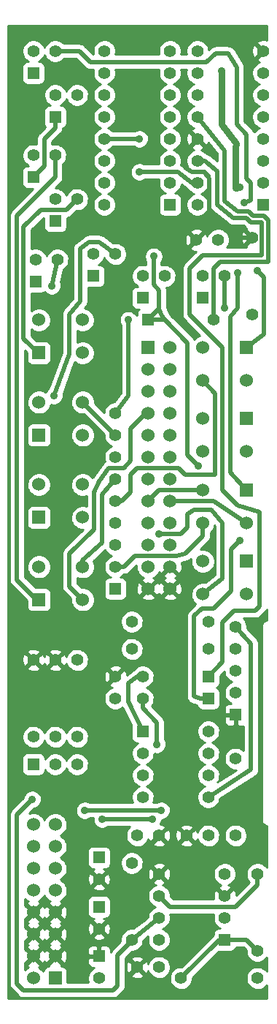
<source format=gbl>
G04 (created by PCBNEW-RS274X (2012-01-19 BZR 3256)-stable) date 12/6/2012 11:00:23 PM*
G01*
G70*
G90*
%MOIN*%
G04 Gerber Fmt 3.4, Leading zero omitted, Abs format*
%FSLAX34Y34*%
G04 APERTURE LIST*
%ADD10C,0.006000*%
%ADD11R,0.055000X0.055000*%
%ADD12C,0.055000*%
%ADD13R,0.060000X0.060000*%
%ADD14C,0.060000*%
%ADD15C,0.035000*%
%ADD16C,0.030000*%
%ADD17C,0.020000*%
%ADD18C,0.010000*%
G04 APERTURE END LIST*
G54D10*
G54D11*
X24000Y-44250D03*
G54D12*
X24000Y-43250D03*
X25000Y-43250D03*
G54D11*
X21250Y-39750D03*
G54D12*
X21250Y-38750D03*
X22250Y-38750D03*
G54D11*
X21250Y-35000D03*
G54D12*
X21250Y-34000D03*
X22250Y-34000D03*
G54D11*
X29000Y-45250D03*
G54D12*
X29000Y-44250D03*
X30000Y-44250D03*
G54D11*
X26250Y-45250D03*
G54D12*
X26250Y-44250D03*
X27250Y-44250D03*
G54D11*
X22250Y-37000D03*
G54D12*
X22250Y-36000D03*
X23250Y-36000D03*
G54D11*
X21350Y-44500D03*
G54D12*
X21350Y-43500D03*
X22350Y-43500D03*
G54D11*
X22250Y-41750D03*
G54D12*
X22250Y-40750D03*
X23250Y-40750D03*
G54D11*
X25000Y-58500D03*
G54D12*
X25000Y-57500D03*
X25000Y-56500D03*
X25000Y-55500D03*
X25000Y-54500D03*
X25000Y-53500D03*
X25000Y-52500D03*
X25000Y-51500D03*
X25000Y-50500D03*
G54D11*
X30500Y-64250D03*
G54D12*
X30500Y-63250D03*
X30500Y-62250D03*
X30500Y-61250D03*
X30500Y-60250D03*
G54D11*
X21250Y-66500D03*
G54D12*
X22250Y-66500D03*
X23250Y-66500D03*
X22250Y-65250D03*
X22250Y-61750D03*
X31250Y-46000D03*
X31250Y-42500D03*
X31500Y-76250D03*
X28000Y-76250D03*
X25750Y-71000D03*
X25750Y-74500D03*
X31500Y-75000D03*
X31500Y-71500D03*
X21250Y-65250D03*
X21250Y-61750D03*
X25750Y-60000D03*
X29250Y-60000D03*
X23250Y-65250D03*
X23250Y-61750D03*
X25750Y-61250D03*
X29250Y-61250D03*
X30500Y-66250D03*
X30500Y-69750D03*
G54D13*
X22250Y-76250D03*
G54D14*
X21250Y-76250D03*
X22250Y-75250D03*
X21250Y-75250D03*
X22250Y-74250D03*
X21250Y-74250D03*
X22250Y-73250D03*
X21250Y-73250D03*
X22250Y-72250D03*
X21250Y-72250D03*
X22250Y-71250D03*
X21250Y-71250D03*
X22250Y-70250D03*
X21250Y-70250D03*
X22250Y-69250D03*
X21250Y-69250D03*
G54D13*
X26500Y-47500D03*
G54D14*
X27500Y-47500D03*
X26500Y-48500D03*
X27500Y-48500D03*
X26500Y-49500D03*
X27500Y-49500D03*
X26500Y-50500D03*
X27500Y-50500D03*
X26500Y-51500D03*
X27500Y-51500D03*
X26500Y-52500D03*
X27500Y-52500D03*
X26500Y-53500D03*
X27500Y-53500D03*
X26500Y-54500D03*
X27500Y-54500D03*
X26500Y-55500D03*
X27500Y-55500D03*
X26500Y-56500D03*
X27500Y-56500D03*
X26500Y-57500D03*
X27500Y-57500D03*
X26500Y-58500D03*
X27500Y-58500D03*
G54D11*
X30000Y-74500D03*
G54D12*
X30000Y-73500D03*
X30000Y-72500D03*
X30000Y-71500D03*
X27000Y-71500D03*
X27000Y-72500D03*
X27000Y-73500D03*
X27000Y-74500D03*
G54D11*
X26250Y-65000D03*
G54D12*
X26250Y-66000D03*
X26250Y-67000D03*
X26250Y-68000D03*
X29250Y-68000D03*
X29250Y-67000D03*
X29250Y-66000D03*
X29250Y-65000D03*
G54D11*
X31750Y-41000D03*
G54D12*
X31750Y-40000D03*
X31750Y-39000D03*
X31750Y-38000D03*
X31750Y-37000D03*
X31750Y-36000D03*
X31750Y-35000D03*
X31750Y-34000D03*
X28750Y-34000D03*
X28750Y-35000D03*
X28750Y-36000D03*
X28750Y-37000D03*
X28750Y-38000D03*
X28750Y-39000D03*
X28750Y-40000D03*
X28750Y-41000D03*
G54D11*
X27500Y-41000D03*
G54D12*
X27500Y-40000D03*
X27500Y-39000D03*
X27500Y-38000D03*
X27500Y-37000D03*
X27500Y-36000D03*
X27500Y-35000D03*
X27500Y-34000D03*
X24500Y-34000D03*
X24500Y-35000D03*
X24500Y-36000D03*
X24500Y-37000D03*
X24500Y-38000D03*
X24500Y-39000D03*
X24500Y-40000D03*
X24500Y-41000D03*
G54D11*
X26500Y-46250D03*
G54D12*
X29500Y-46250D03*
G54D11*
X29250Y-63500D03*
G54D12*
X26250Y-63500D03*
G54D11*
X29250Y-62500D03*
G54D12*
X26250Y-62500D03*
G54D11*
X24250Y-70750D03*
G54D12*
X24250Y-71750D03*
G54D11*
X24250Y-73000D03*
G54D12*
X24250Y-74000D03*
G54D11*
X24250Y-75250D03*
G54D12*
X24250Y-76250D03*
X28250Y-69750D03*
X29250Y-69750D03*
X25000Y-63500D03*
X25000Y-62500D03*
X29700Y-42600D03*
X28700Y-42600D03*
X27000Y-75750D03*
X26000Y-75750D03*
X26000Y-69750D03*
X27000Y-69750D03*
G54D14*
X31000Y-55500D03*
G54D13*
X31000Y-54000D03*
G54D14*
X29000Y-55500D03*
X29000Y-54000D03*
X31000Y-58750D03*
G54D13*
X31000Y-57250D03*
G54D14*
X29000Y-58750D03*
X29000Y-57250D03*
X21500Y-57500D03*
G54D13*
X21500Y-59000D03*
G54D14*
X23500Y-57500D03*
X23500Y-59000D03*
X21500Y-46250D03*
G54D13*
X21500Y-47750D03*
G54D14*
X23500Y-46250D03*
X23500Y-47750D03*
X21500Y-50000D03*
G54D13*
X21500Y-51500D03*
G54D14*
X23500Y-50000D03*
X23500Y-51500D03*
X21500Y-53750D03*
G54D13*
X21500Y-55250D03*
G54D14*
X23500Y-53750D03*
X23500Y-55250D03*
X31000Y-52250D03*
G54D13*
X31000Y-50750D03*
G54D14*
X29000Y-52250D03*
X29000Y-50750D03*
X31000Y-49000D03*
G54D13*
X31000Y-47500D03*
G54D14*
X29000Y-49000D03*
X29000Y-47500D03*
G54D15*
X30700Y-40200D03*
X29850Y-34900D03*
X26100Y-38000D03*
X24400Y-69000D03*
X26700Y-69000D03*
X27000Y-56000D03*
X30600Y-44100D03*
X22200Y-49700D03*
X30900Y-40900D03*
X31500Y-44000D03*
X30000Y-45700D03*
X21200Y-68100D03*
X26750Y-43350D03*
X26100Y-39500D03*
X28800Y-52900D03*
X30700Y-56300D03*
X22100Y-44700D03*
X25600Y-46250D03*
X26900Y-65600D03*
X23600Y-68600D03*
X27100Y-68600D03*
G54D16*
X30511Y-38191D02*
X29850Y-37338D01*
X30700Y-40200D02*
X30500Y-40250D01*
X30500Y-40250D02*
X30500Y-38400D01*
X30500Y-38400D02*
X30511Y-38191D01*
X29850Y-37338D02*
X29850Y-34900D01*
G54D17*
X29500Y-54500D02*
X31000Y-55500D01*
X27500Y-54500D02*
X29500Y-54500D01*
X25700Y-52675D02*
X25375Y-53000D01*
X24700Y-53000D02*
X25200Y-53000D01*
X25700Y-52500D02*
X25700Y-51200D01*
X25700Y-52500D02*
X25700Y-52675D01*
X26500Y-50500D02*
X26400Y-50500D01*
X24030Y-55800D02*
X24030Y-54100D01*
X22900Y-58400D02*
X22900Y-56900D01*
X22900Y-58400D02*
X23500Y-59000D01*
X22900Y-56900D02*
X24030Y-55800D01*
X25375Y-53000D02*
X25200Y-53000D01*
X26400Y-50500D02*
X25700Y-51200D01*
X24030Y-54100D02*
X24265Y-53596D01*
X24265Y-53596D02*
X24700Y-53000D01*
X27000Y-54000D02*
X29000Y-54000D01*
X26500Y-54500D02*
X27000Y-54000D01*
X24500Y-38000D02*
X26100Y-38000D01*
X28200Y-38600D02*
X28200Y-39300D01*
X28750Y-38050D02*
X28200Y-38600D01*
X29300Y-39800D02*
X29300Y-41300D01*
X28500Y-39500D02*
X29050Y-39500D01*
X29300Y-41300D02*
X30400Y-42500D01*
X29050Y-39500D02*
X29300Y-39800D01*
X28200Y-39300D02*
X28500Y-39500D01*
X28750Y-38000D02*
X28750Y-38050D01*
X30400Y-42500D02*
X31250Y-42500D01*
X24400Y-69000D02*
X26700Y-69000D01*
X25400Y-57500D02*
X25900Y-57000D01*
X25900Y-57000D02*
X27800Y-57000D01*
X28200Y-56900D02*
X29000Y-56100D01*
X27800Y-57000D02*
X28200Y-56900D01*
X25000Y-57500D02*
X25400Y-57500D01*
X29000Y-56100D02*
X29000Y-55500D01*
X28600Y-54900D02*
X29400Y-54900D01*
X29900Y-55500D02*
X29900Y-58050D01*
X28300Y-55700D02*
X28300Y-55100D01*
X28300Y-55100D02*
X28600Y-54900D01*
X29000Y-58750D02*
X29900Y-58050D01*
X29400Y-54900D02*
X29900Y-55500D01*
X28000Y-56000D02*
X27000Y-56000D01*
X28000Y-56000D02*
X28300Y-55700D01*
X30600Y-45700D02*
X30600Y-44100D01*
X31000Y-54000D02*
X30250Y-53200D01*
X30250Y-46100D02*
X30600Y-45700D01*
X30250Y-53200D02*
X30250Y-46100D01*
X23400Y-45400D02*
X23400Y-43000D01*
X24250Y-42700D02*
X25000Y-43250D01*
X22900Y-47800D02*
X22900Y-46000D01*
X23800Y-42700D02*
X24250Y-42700D01*
X22200Y-49700D02*
X22900Y-47800D01*
X22900Y-46000D02*
X23400Y-45400D01*
X23400Y-43000D02*
X23800Y-42700D01*
X21500Y-59000D02*
X21400Y-59000D01*
X21400Y-59000D02*
X20500Y-58100D01*
X22250Y-39750D02*
X20500Y-41500D01*
X20500Y-41500D02*
X20500Y-58100D01*
X22250Y-38750D02*
X22250Y-39750D01*
X29600Y-34100D02*
X30150Y-34100D01*
X31200Y-40000D02*
X31200Y-40801D01*
X31000Y-37800D02*
X30550Y-37350D01*
X29150Y-34500D02*
X29600Y-34100D01*
X31000Y-37800D02*
X31000Y-39800D01*
X30550Y-34750D02*
X30550Y-37350D01*
X22250Y-34000D02*
X23350Y-34000D01*
X31800Y-46900D02*
X31000Y-47500D01*
X31200Y-40801D02*
X30900Y-40900D01*
X31800Y-44300D02*
X31500Y-44000D01*
X30150Y-34100D02*
X30550Y-34750D01*
X23350Y-34000D02*
X23850Y-34500D01*
X31000Y-39800D02*
X31200Y-40000D01*
X31800Y-44300D02*
X31800Y-46900D01*
X23850Y-34500D02*
X29150Y-34500D01*
X25700Y-54100D02*
X25300Y-54500D01*
X29550Y-49600D02*
X29550Y-53300D01*
X26050Y-53000D02*
X26000Y-53000D01*
X26200Y-53000D02*
X26050Y-53000D01*
X29550Y-49600D02*
X29000Y-49000D01*
X25700Y-53300D02*
X25700Y-54100D01*
X26200Y-53000D02*
X27900Y-53000D01*
X28200Y-53300D02*
X29550Y-53300D01*
X27900Y-53000D02*
X28200Y-53300D01*
X26000Y-53000D02*
X25700Y-53300D01*
X25000Y-54500D02*
X25300Y-54500D01*
X30000Y-44250D02*
X30000Y-45700D01*
X25750Y-74500D02*
X27000Y-73500D01*
X25100Y-75200D02*
X25100Y-76600D01*
X25750Y-74550D02*
X25100Y-75200D01*
X25750Y-74500D02*
X25750Y-74550D01*
X24900Y-76800D02*
X20800Y-76800D01*
X25100Y-76600D02*
X24900Y-76800D01*
X20500Y-76500D02*
X20500Y-68800D01*
X20800Y-76800D02*
X20500Y-76500D01*
X20500Y-68800D02*
X21200Y-68100D01*
X28000Y-76250D02*
X29750Y-74500D01*
X29750Y-74500D02*
X30000Y-74500D01*
X31000Y-74500D02*
X31500Y-75000D01*
X30000Y-74500D02*
X31000Y-74500D01*
X27250Y-46250D02*
X27100Y-46000D01*
X28500Y-40000D02*
X27850Y-39500D01*
X27000Y-44900D02*
X27000Y-45750D01*
X26750Y-43350D02*
X26750Y-44650D01*
X27100Y-46000D02*
X27000Y-45750D01*
X27850Y-39500D02*
X26100Y-39500D01*
X27250Y-46250D02*
X26500Y-46250D01*
X27000Y-45750D02*
X26500Y-46250D01*
X27000Y-44900D02*
X26750Y-44650D01*
X28750Y-40000D02*
X28500Y-40000D01*
X27250Y-46250D02*
X28300Y-47300D01*
X28950Y-59400D02*
X28600Y-59750D01*
X28600Y-63400D02*
X28600Y-59750D01*
X30300Y-56700D02*
X30700Y-56300D01*
X28300Y-52400D02*
X28300Y-47300D01*
X29500Y-59400D02*
X30300Y-58600D01*
X30300Y-58600D02*
X30300Y-56700D01*
X28900Y-63500D02*
X28600Y-63400D01*
X28900Y-63500D02*
X29250Y-63500D01*
X29500Y-59400D02*
X28950Y-59400D01*
X28800Y-52900D02*
X28300Y-52400D01*
X22100Y-44700D02*
X22350Y-43500D01*
X23500Y-50000D02*
X25000Y-51500D01*
X22755Y-41245D02*
X21579Y-41245D01*
X23250Y-40750D02*
X22755Y-41245D01*
X21450Y-47750D02*
X20800Y-47100D01*
X20800Y-47100D02*
X20800Y-42000D01*
X21500Y-47750D02*
X21450Y-47750D01*
X20800Y-42000D02*
X21579Y-41245D01*
X25000Y-50500D02*
X25600Y-49700D01*
X25600Y-46250D02*
X25600Y-49700D01*
X31100Y-41300D02*
X30600Y-41300D01*
X32000Y-43600D02*
X32000Y-41700D01*
X30000Y-40400D02*
X30000Y-38550D01*
X30000Y-38550D02*
X28750Y-37000D01*
X29500Y-43900D02*
X29800Y-43600D01*
X29500Y-46250D02*
X29500Y-43900D01*
X31800Y-41500D02*
X31300Y-41500D01*
X32000Y-41700D02*
X31800Y-41500D01*
X30006Y-40843D02*
X30000Y-40400D01*
X30600Y-41300D02*
X30006Y-40843D01*
X31300Y-41500D02*
X31100Y-41300D01*
X29800Y-43600D02*
X32000Y-43600D01*
X25600Y-63650D02*
X26250Y-65000D01*
X26000Y-62500D02*
X25600Y-62800D01*
X26250Y-62500D02*
X26000Y-62500D01*
X25600Y-62800D02*
X25600Y-63650D01*
X31200Y-66750D02*
X31200Y-61000D01*
X31200Y-61000D02*
X30500Y-60250D01*
X29250Y-68000D02*
X31200Y-66750D01*
X26250Y-63500D02*
X26250Y-63950D01*
X26900Y-64600D02*
X26900Y-65600D01*
X26250Y-63950D02*
X26900Y-64600D01*
X23600Y-68600D02*
X27100Y-68600D01*
X31500Y-71500D02*
X31500Y-72000D01*
X27500Y-73000D02*
X27000Y-72500D01*
X31500Y-72000D02*
X30500Y-73000D01*
X30500Y-73000D02*
X27500Y-73000D01*
X24400Y-54200D02*
X25000Y-53500D01*
X23500Y-57200D02*
X24400Y-56400D01*
X24400Y-56400D02*
X24400Y-54200D01*
X23500Y-57500D02*
X23500Y-57200D01*
X21750Y-38000D02*
X21750Y-39250D01*
X22250Y-37000D02*
X22250Y-37500D01*
X22250Y-37500D02*
X21750Y-38000D01*
X21750Y-39250D02*
X21250Y-39750D01*
X28750Y-39000D02*
X29100Y-39000D01*
X29650Y-39472D02*
X29650Y-41000D01*
X28400Y-43900D02*
X29000Y-43300D01*
X31200Y-41800D02*
X31000Y-41600D01*
X29100Y-39000D02*
X29650Y-39472D01*
X31700Y-41800D02*
X31200Y-41800D01*
X28400Y-43900D02*
X28400Y-46000D01*
X31400Y-59500D02*
X30475Y-59500D01*
X31000Y-41600D02*
X30400Y-41600D01*
X30400Y-41600D02*
X29650Y-41000D01*
X30600Y-54700D02*
X31600Y-55000D01*
X28400Y-46000D02*
X29900Y-47500D01*
X31600Y-55000D02*
X31600Y-59300D01*
X29900Y-60025D02*
X29900Y-61850D01*
X31700Y-43300D02*
X31700Y-41800D01*
X29900Y-54000D02*
X30600Y-54700D01*
X29000Y-43300D02*
X31700Y-43300D01*
X31600Y-59300D02*
X31400Y-59500D01*
X29900Y-47500D02*
X29900Y-54000D01*
X30425Y-59500D02*
X29900Y-60025D01*
X30475Y-59500D02*
X30425Y-59500D01*
X29900Y-61850D02*
X29250Y-62500D01*
G54D10*
G36*
X29650Y-39010D02*
X29328Y-38734D01*
X29312Y-38722D01*
X29298Y-38711D01*
X29283Y-38703D01*
X29272Y-38695D01*
X29254Y-38687D01*
X29238Y-38678D01*
X29226Y-38674D01*
X29210Y-38667D01*
X29181Y-38660D01*
X29173Y-38658D01*
X29166Y-38657D01*
X29143Y-38652D01*
X29142Y-38651D01*
X29086Y-38595D01*
X29001Y-38537D01*
X28909Y-38498D01*
X28976Y-38474D01*
X29017Y-38452D01*
X29040Y-38361D01*
X28750Y-38071D01*
X28679Y-38142D01*
X28679Y-38000D01*
X28389Y-37710D01*
X28298Y-37733D01*
X28255Y-37826D01*
X28230Y-37926D01*
X28225Y-38028D01*
X28241Y-38130D01*
X28276Y-38226D01*
X28298Y-38267D01*
X28389Y-38290D01*
X28679Y-38000D01*
X28679Y-38142D01*
X28460Y-38361D01*
X28483Y-38452D01*
X28576Y-38495D01*
X28591Y-38498D01*
X28506Y-38533D01*
X28420Y-38589D01*
X28347Y-38661D01*
X28289Y-38746D01*
X28248Y-38840D01*
X28227Y-38941D01*
X28225Y-39044D01*
X28244Y-39145D01*
X28282Y-39240D01*
X28337Y-39327D01*
X28408Y-39401D01*
X28493Y-39459D01*
X28586Y-39500D01*
X28506Y-39533D01*
X28484Y-39546D01*
X28064Y-39223D01*
X28057Y-39219D01*
X28048Y-39211D01*
X28010Y-39190D01*
X28005Y-39187D01*
X28002Y-39186D01*
X27992Y-39180D01*
X27999Y-39167D01*
X28022Y-39066D01*
X28024Y-38949D01*
X28004Y-38848D01*
X27965Y-38753D01*
X27908Y-38668D01*
X27836Y-38595D01*
X27751Y-38537D01*
X27661Y-38499D01*
X27737Y-38470D01*
X27824Y-38415D01*
X27898Y-38344D01*
X27958Y-38260D01*
X27999Y-38167D01*
X28022Y-38066D01*
X28024Y-37949D01*
X28004Y-37848D01*
X27965Y-37753D01*
X27908Y-37668D01*
X27836Y-37595D01*
X27751Y-37537D01*
X27661Y-37499D01*
X27737Y-37470D01*
X27824Y-37415D01*
X27898Y-37344D01*
X27958Y-37260D01*
X27999Y-37167D01*
X28022Y-37066D01*
X28024Y-36949D01*
X28004Y-36848D01*
X27965Y-36753D01*
X27908Y-36668D01*
X27836Y-36595D01*
X27751Y-36537D01*
X27661Y-36499D01*
X27737Y-36470D01*
X27824Y-36415D01*
X27898Y-36344D01*
X27958Y-36260D01*
X27999Y-36167D01*
X28022Y-36066D01*
X28024Y-35949D01*
X28004Y-35848D01*
X27965Y-35753D01*
X27908Y-35668D01*
X27836Y-35595D01*
X27751Y-35537D01*
X27661Y-35499D01*
X27737Y-35470D01*
X27824Y-35415D01*
X27898Y-35344D01*
X27958Y-35260D01*
X27999Y-35167D01*
X28022Y-35066D01*
X28024Y-34949D01*
X28004Y-34850D01*
X28245Y-34850D01*
X28227Y-34941D01*
X28225Y-35044D01*
X28244Y-35145D01*
X28282Y-35240D01*
X28337Y-35327D01*
X28408Y-35401D01*
X28493Y-35459D01*
X28586Y-35500D01*
X28506Y-35533D01*
X28420Y-35589D01*
X28347Y-35661D01*
X28289Y-35746D01*
X28248Y-35840D01*
X28227Y-35941D01*
X28225Y-36044D01*
X28244Y-36145D01*
X28282Y-36240D01*
X28337Y-36327D01*
X28408Y-36401D01*
X28493Y-36459D01*
X28586Y-36500D01*
X28506Y-36533D01*
X28420Y-36589D01*
X28347Y-36661D01*
X28289Y-36746D01*
X28248Y-36840D01*
X28227Y-36941D01*
X28225Y-37044D01*
X28244Y-37145D01*
X28282Y-37240D01*
X28337Y-37327D01*
X28408Y-37401D01*
X28493Y-37459D01*
X28587Y-37501D01*
X28524Y-37526D01*
X28483Y-37548D01*
X28460Y-37639D01*
X28715Y-37894D01*
X28750Y-37929D01*
X28821Y-38000D01*
X28856Y-38035D01*
X29111Y-38290D01*
X29202Y-38267D01*
X29245Y-38174D01*
X29245Y-38171D01*
X29650Y-38672D01*
X29650Y-39010D01*
X29650Y-39010D01*
G37*
G54D18*
X29650Y-39010D02*
X29328Y-38734D01*
X29312Y-38722D01*
X29298Y-38711D01*
X29283Y-38703D01*
X29272Y-38695D01*
X29254Y-38687D01*
X29238Y-38678D01*
X29226Y-38674D01*
X29210Y-38667D01*
X29181Y-38660D01*
X29173Y-38658D01*
X29166Y-38657D01*
X29143Y-38652D01*
X29142Y-38651D01*
X29086Y-38595D01*
X29001Y-38537D01*
X28909Y-38498D01*
X28976Y-38474D01*
X29017Y-38452D01*
X29040Y-38361D01*
X28750Y-38071D01*
X28679Y-38142D01*
X28679Y-38000D01*
X28389Y-37710D01*
X28298Y-37733D01*
X28255Y-37826D01*
X28230Y-37926D01*
X28225Y-38028D01*
X28241Y-38130D01*
X28276Y-38226D01*
X28298Y-38267D01*
X28389Y-38290D01*
X28679Y-38000D01*
X28679Y-38142D01*
X28460Y-38361D01*
X28483Y-38452D01*
X28576Y-38495D01*
X28591Y-38498D01*
X28506Y-38533D01*
X28420Y-38589D01*
X28347Y-38661D01*
X28289Y-38746D01*
X28248Y-38840D01*
X28227Y-38941D01*
X28225Y-39044D01*
X28244Y-39145D01*
X28282Y-39240D01*
X28337Y-39327D01*
X28408Y-39401D01*
X28493Y-39459D01*
X28586Y-39500D01*
X28506Y-39533D01*
X28484Y-39546D01*
X28064Y-39223D01*
X28057Y-39219D01*
X28048Y-39211D01*
X28010Y-39190D01*
X28005Y-39187D01*
X28002Y-39186D01*
X27992Y-39180D01*
X27999Y-39167D01*
X28022Y-39066D01*
X28024Y-38949D01*
X28004Y-38848D01*
X27965Y-38753D01*
X27908Y-38668D01*
X27836Y-38595D01*
X27751Y-38537D01*
X27661Y-38499D01*
X27737Y-38470D01*
X27824Y-38415D01*
X27898Y-38344D01*
X27958Y-38260D01*
X27999Y-38167D01*
X28022Y-38066D01*
X28024Y-37949D01*
X28004Y-37848D01*
X27965Y-37753D01*
X27908Y-37668D01*
X27836Y-37595D01*
X27751Y-37537D01*
X27661Y-37499D01*
X27737Y-37470D01*
X27824Y-37415D01*
X27898Y-37344D01*
X27958Y-37260D01*
X27999Y-37167D01*
X28022Y-37066D01*
X28024Y-36949D01*
X28004Y-36848D01*
X27965Y-36753D01*
X27908Y-36668D01*
X27836Y-36595D01*
X27751Y-36537D01*
X27661Y-36499D01*
X27737Y-36470D01*
X27824Y-36415D01*
X27898Y-36344D01*
X27958Y-36260D01*
X27999Y-36167D01*
X28022Y-36066D01*
X28024Y-35949D01*
X28004Y-35848D01*
X27965Y-35753D01*
X27908Y-35668D01*
X27836Y-35595D01*
X27751Y-35537D01*
X27661Y-35499D01*
X27737Y-35470D01*
X27824Y-35415D01*
X27898Y-35344D01*
X27958Y-35260D01*
X27999Y-35167D01*
X28022Y-35066D01*
X28024Y-34949D01*
X28004Y-34850D01*
X28245Y-34850D01*
X28227Y-34941D01*
X28225Y-35044D01*
X28244Y-35145D01*
X28282Y-35240D01*
X28337Y-35327D01*
X28408Y-35401D01*
X28493Y-35459D01*
X28586Y-35500D01*
X28506Y-35533D01*
X28420Y-35589D01*
X28347Y-35661D01*
X28289Y-35746D01*
X28248Y-35840D01*
X28227Y-35941D01*
X28225Y-36044D01*
X28244Y-36145D01*
X28282Y-36240D01*
X28337Y-36327D01*
X28408Y-36401D01*
X28493Y-36459D01*
X28586Y-36500D01*
X28506Y-36533D01*
X28420Y-36589D01*
X28347Y-36661D01*
X28289Y-36746D01*
X28248Y-36840D01*
X28227Y-36941D01*
X28225Y-37044D01*
X28244Y-37145D01*
X28282Y-37240D01*
X28337Y-37327D01*
X28408Y-37401D01*
X28493Y-37459D01*
X28587Y-37501D01*
X28524Y-37526D01*
X28483Y-37548D01*
X28460Y-37639D01*
X28715Y-37894D01*
X28750Y-37929D01*
X28821Y-38000D01*
X28856Y-38035D01*
X29111Y-38290D01*
X29202Y-38267D01*
X29245Y-38174D01*
X29245Y-38171D01*
X29650Y-38672D01*
X29650Y-39010D01*
G54D10*
G36*
X31925Y-77175D02*
X26290Y-77175D01*
X26290Y-76111D01*
X26000Y-75821D01*
X25929Y-75892D01*
X25929Y-75750D01*
X25639Y-75460D01*
X25548Y-75483D01*
X25505Y-75576D01*
X25480Y-75676D01*
X25475Y-75778D01*
X25491Y-75880D01*
X25526Y-75976D01*
X25548Y-76017D01*
X25639Y-76040D01*
X25929Y-75750D01*
X25929Y-75892D01*
X25710Y-76111D01*
X25733Y-76202D01*
X25826Y-76245D01*
X25926Y-76270D01*
X26028Y-76275D01*
X26130Y-76259D01*
X26226Y-76224D01*
X26267Y-76202D01*
X26290Y-76111D01*
X26290Y-77175D01*
X20255Y-77175D01*
X20250Y-77175D01*
X20075Y-77175D01*
X20075Y-32825D01*
X20245Y-32825D01*
X20250Y-32825D01*
X31925Y-32825D01*
X31925Y-32995D01*
X31925Y-33000D01*
X31925Y-33505D01*
X31924Y-33505D01*
X31824Y-33480D01*
X31722Y-33475D01*
X31620Y-33491D01*
X31524Y-33526D01*
X31483Y-33548D01*
X31460Y-33639D01*
X31715Y-33894D01*
X31750Y-33929D01*
X31821Y-34000D01*
X31750Y-34071D01*
X31715Y-34106D01*
X31679Y-34142D01*
X31679Y-34000D01*
X31389Y-33710D01*
X31298Y-33733D01*
X31255Y-33826D01*
X31230Y-33926D01*
X31225Y-34028D01*
X31241Y-34130D01*
X31276Y-34226D01*
X31298Y-34267D01*
X31389Y-34290D01*
X31679Y-34000D01*
X31679Y-34142D01*
X31460Y-34361D01*
X31483Y-34452D01*
X31576Y-34495D01*
X31591Y-34498D01*
X31506Y-34533D01*
X31420Y-34589D01*
X31347Y-34661D01*
X31289Y-34746D01*
X31248Y-34840D01*
X31227Y-34941D01*
X31225Y-35044D01*
X31244Y-35145D01*
X31282Y-35240D01*
X31337Y-35327D01*
X31408Y-35401D01*
X31493Y-35459D01*
X31586Y-35500D01*
X31506Y-35533D01*
X31420Y-35589D01*
X31347Y-35661D01*
X31289Y-35746D01*
X31248Y-35840D01*
X31227Y-35941D01*
X31225Y-36044D01*
X31244Y-36145D01*
X31282Y-36240D01*
X31337Y-36327D01*
X31408Y-36401D01*
X31493Y-36459D01*
X31586Y-36500D01*
X31506Y-36533D01*
X31420Y-36589D01*
X31347Y-36661D01*
X31289Y-36746D01*
X31248Y-36840D01*
X31227Y-36941D01*
X31225Y-37044D01*
X31244Y-37145D01*
X31282Y-37240D01*
X31337Y-37327D01*
X31408Y-37401D01*
X31493Y-37459D01*
X31586Y-37500D01*
X31506Y-37533D01*
X31420Y-37589D01*
X31347Y-37661D01*
X31329Y-37686D01*
X31325Y-37670D01*
X31324Y-37669D01*
X31324Y-37667D01*
X31292Y-37606D01*
X31258Y-37565D01*
X31251Y-37556D01*
X31248Y-37553D01*
X31247Y-37552D01*
X30900Y-37205D01*
X30900Y-34767D01*
X30900Y-34750D01*
X30897Y-34727D01*
X30896Y-34699D01*
X30893Y-34690D01*
X30893Y-34682D01*
X30881Y-34642D01*
X30879Y-34633D01*
X30878Y-34630D01*
X30874Y-34617D01*
X30858Y-34586D01*
X30851Y-34571D01*
X30848Y-34566D01*
X30842Y-34557D01*
X30842Y-34556D01*
X30841Y-34555D01*
X30448Y-33917D01*
X30447Y-33915D01*
X30443Y-33908D01*
X30421Y-33882D01*
X30407Y-33862D01*
X30402Y-33857D01*
X30400Y-33855D01*
X30377Y-33835D01*
X30356Y-33817D01*
X30352Y-33815D01*
X30348Y-33811D01*
X30318Y-33795D01*
X30297Y-33782D01*
X30292Y-33780D01*
X30288Y-33778D01*
X30257Y-33768D01*
X30232Y-33760D01*
X30227Y-33759D01*
X30223Y-33758D01*
X30202Y-33755D01*
X30165Y-33750D01*
X30158Y-33750D01*
X30155Y-33750D01*
X30150Y-33750D01*
X29600Y-33750D01*
X29576Y-33752D01*
X29556Y-33753D01*
X29543Y-33755D01*
X29532Y-33757D01*
X29509Y-33763D01*
X29490Y-33768D01*
X29481Y-33771D01*
X29467Y-33776D01*
X29434Y-33793D01*
X29428Y-33796D01*
X29425Y-33797D01*
X29406Y-33808D01*
X29381Y-33828D01*
X29372Y-33835D01*
X29368Y-33839D01*
X29358Y-33847D01*
X29353Y-33852D01*
X29352Y-33853D01*
X29269Y-33926D01*
X29254Y-33848D01*
X29215Y-33753D01*
X29158Y-33668D01*
X29086Y-33595D01*
X29001Y-33537D01*
X28906Y-33497D01*
X28805Y-33476D01*
X28703Y-33476D01*
X28602Y-33495D01*
X28506Y-33533D01*
X28420Y-33589D01*
X28347Y-33661D01*
X28289Y-33746D01*
X28248Y-33840D01*
X28227Y-33941D01*
X28225Y-34044D01*
X28244Y-34145D01*
X28246Y-34150D01*
X28002Y-34150D01*
X28022Y-34066D01*
X28024Y-33949D01*
X28004Y-33848D01*
X27965Y-33753D01*
X27908Y-33668D01*
X27836Y-33595D01*
X27751Y-33537D01*
X27656Y-33497D01*
X27555Y-33476D01*
X27453Y-33476D01*
X27352Y-33495D01*
X27256Y-33533D01*
X27170Y-33589D01*
X27097Y-33661D01*
X27039Y-33746D01*
X26998Y-33840D01*
X26977Y-33941D01*
X26975Y-34044D01*
X26994Y-34145D01*
X26996Y-34150D01*
X25002Y-34150D01*
X25022Y-34066D01*
X25024Y-33949D01*
X25004Y-33848D01*
X24965Y-33753D01*
X24908Y-33668D01*
X24836Y-33595D01*
X24751Y-33537D01*
X24656Y-33497D01*
X24555Y-33476D01*
X24453Y-33476D01*
X24352Y-33495D01*
X24256Y-33533D01*
X24170Y-33589D01*
X24097Y-33661D01*
X24039Y-33746D01*
X23998Y-33840D01*
X23977Y-33941D01*
X23975Y-34044D01*
X23994Y-34145D01*
X23996Y-34150D01*
X23994Y-34150D01*
X23604Y-33760D01*
X23600Y-33755D01*
X23597Y-33753D01*
X23548Y-33711D01*
X23544Y-33709D01*
X23488Y-33678D01*
X23485Y-33677D01*
X23419Y-33656D01*
X23367Y-33651D01*
X23355Y-33650D01*
X23351Y-33650D01*
X23350Y-33650D01*
X22640Y-33650D01*
X22586Y-33595D01*
X22501Y-33537D01*
X22406Y-33497D01*
X22305Y-33476D01*
X22203Y-33476D01*
X22102Y-33495D01*
X22006Y-33533D01*
X21920Y-33589D01*
X21847Y-33661D01*
X21789Y-33746D01*
X21749Y-33836D01*
X21715Y-33753D01*
X21658Y-33668D01*
X21586Y-33595D01*
X21501Y-33537D01*
X21406Y-33497D01*
X21305Y-33476D01*
X21203Y-33476D01*
X21102Y-33495D01*
X21006Y-33533D01*
X20920Y-33589D01*
X20847Y-33661D01*
X20789Y-33746D01*
X20748Y-33840D01*
X20727Y-33941D01*
X20725Y-34044D01*
X20744Y-34145D01*
X20782Y-34240D01*
X20837Y-34327D01*
X20908Y-34401D01*
X20993Y-34459D01*
X21028Y-34475D01*
X20951Y-34475D01*
X20903Y-34484D01*
X20858Y-34503D01*
X20817Y-34530D01*
X20782Y-34565D01*
X20754Y-34605D01*
X20735Y-34650D01*
X20725Y-34698D01*
X20725Y-34747D01*
X20725Y-35299D01*
X20734Y-35347D01*
X20753Y-35392D01*
X20780Y-35433D01*
X20815Y-35468D01*
X20855Y-35496D01*
X20900Y-35515D01*
X20948Y-35525D01*
X20997Y-35525D01*
X21549Y-35525D01*
X21597Y-35516D01*
X21642Y-35497D01*
X21683Y-35470D01*
X21718Y-35435D01*
X21746Y-35395D01*
X21765Y-35350D01*
X21775Y-35302D01*
X21775Y-35253D01*
X21775Y-34701D01*
X21766Y-34653D01*
X21747Y-34608D01*
X21720Y-34567D01*
X21685Y-34532D01*
X21645Y-34504D01*
X21600Y-34485D01*
X21552Y-34475D01*
X21503Y-34475D01*
X21474Y-34475D01*
X21487Y-34470D01*
X21574Y-34415D01*
X21648Y-34344D01*
X21708Y-34260D01*
X21749Y-34167D01*
X21750Y-34160D01*
X21782Y-34240D01*
X21837Y-34327D01*
X21908Y-34401D01*
X21993Y-34459D01*
X22087Y-34501D01*
X22187Y-34523D01*
X22290Y-34525D01*
X22391Y-34507D01*
X22487Y-34470D01*
X22574Y-34415D01*
X22641Y-34350D01*
X23205Y-34350D01*
X23599Y-34744D01*
X23600Y-34745D01*
X23602Y-34747D01*
X23621Y-34763D01*
X23652Y-34789D01*
X23653Y-34789D01*
X23655Y-34791D01*
X23676Y-34802D01*
X23712Y-34822D01*
X23714Y-34822D01*
X23715Y-34823D01*
X23777Y-34842D01*
X23781Y-34844D01*
X23833Y-34848D01*
X23845Y-34850D01*
X23849Y-34850D01*
X23850Y-34850D01*
X23995Y-34850D01*
X23977Y-34941D01*
X23975Y-35044D01*
X23994Y-35145D01*
X24032Y-35240D01*
X24087Y-35327D01*
X24158Y-35401D01*
X24243Y-35459D01*
X24336Y-35500D01*
X24256Y-35533D01*
X24170Y-35589D01*
X24097Y-35661D01*
X24039Y-35746D01*
X23998Y-35840D01*
X23977Y-35941D01*
X23975Y-36044D01*
X23994Y-36145D01*
X24032Y-36240D01*
X24087Y-36327D01*
X24158Y-36401D01*
X24243Y-36459D01*
X24336Y-36500D01*
X24256Y-36533D01*
X24170Y-36589D01*
X24097Y-36661D01*
X24039Y-36746D01*
X23998Y-36840D01*
X23977Y-36941D01*
X23975Y-37044D01*
X23994Y-37145D01*
X24032Y-37240D01*
X24087Y-37327D01*
X24158Y-37401D01*
X24243Y-37459D01*
X24336Y-37500D01*
X24256Y-37533D01*
X24170Y-37589D01*
X24097Y-37661D01*
X24039Y-37746D01*
X23998Y-37840D01*
X23977Y-37941D01*
X23975Y-38044D01*
X23994Y-38145D01*
X24032Y-38240D01*
X24087Y-38327D01*
X24158Y-38401D01*
X24243Y-38459D01*
X24336Y-38500D01*
X24256Y-38533D01*
X24170Y-38589D01*
X24097Y-38661D01*
X24039Y-38746D01*
X23998Y-38840D01*
X23977Y-38941D01*
X23975Y-39044D01*
X23994Y-39145D01*
X24032Y-39240D01*
X24087Y-39327D01*
X24158Y-39401D01*
X24243Y-39459D01*
X24336Y-39500D01*
X24256Y-39533D01*
X24170Y-39589D01*
X24097Y-39661D01*
X24039Y-39746D01*
X23998Y-39840D01*
X23977Y-39941D01*
X23975Y-40044D01*
X23994Y-40145D01*
X24032Y-40240D01*
X24087Y-40327D01*
X24158Y-40401D01*
X24243Y-40459D01*
X24336Y-40500D01*
X24256Y-40533D01*
X24170Y-40589D01*
X24097Y-40661D01*
X24039Y-40746D01*
X23998Y-40840D01*
X23977Y-40941D01*
X23975Y-41044D01*
X23994Y-41145D01*
X24032Y-41240D01*
X24087Y-41327D01*
X24158Y-41401D01*
X24243Y-41459D01*
X24337Y-41501D01*
X24437Y-41523D01*
X24540Y-41525D01*
X24641Y-41507D01*
X24737Y-41470D01*
X24824Y-41415D01*
X24898Y-41344D01*
X24958Y-41260D01*
X24999Y-41167D01*
X25022Y-41066D01*
X25024Y-40949D01*
X25004Y-40848D01*
X24965Y-40753D01*
X24908Y-40668D01*
X24836Y-40595D01*
X24751Y-40537D01*
X24661Y-40499D01*
X24737Y-40470D01*
X24824Y-40415D01*
X24898Y-40344D01*
X24958Y-40260D01*
X24999Y-40167D01*
X25022Y-40066D01*
X25024Y-39949D01*
X25004Y-39848D01*
X24965Y-39753D01*
X24908Y-39668D01*
X24836Y-39595D01*
X24751Y-39537D01*
X24661Y-39499D01*
X24737Y-39470D01*
X24824Y-39415D01*
X24898Y-39344D01*
X24958Y-39260D01*
X24999Y-39167D01*
X25022Y-39066D01*
X25024Y-38949D01*
X25004Y-38848D01*
X24965Y-38753D01*
X24908Y-38668D01*
X24836Y-38595D01*
X24751Y-38537D01*
X24661Y-38499D01*
X24737Y-38470D01*
X24824Y-38415D01*
X24891Y-38350D01*
X25858Y-38350D01*
X25892Y-38373D01*
X25968Y-38406D01*
X26050Y-38424D01*
X26133Y-38426D01*
X26215Y-38411D01*
X26293Y-38381D01*
X26363Y-38336D01*
X26424Y-38279D01*
X26471Y-38211D01*
X26505Y-38134D01*
X26524Y-38053D01*
X26525Y-37958D01*
X26509Y-37876D01*
X26477Y-37799D01*
X26431Y-37730D01*
X26372Y-37671D01*
X26303Y-37624D01*
X26226Y-37592D01*
X26144Y-37575D01*
X26061Y-37575D01*
X25979Y-37590D01*
X25902Y-37622D01*
X25858Y-37650D01*
X24890Y-37650D01*
X24836Y-37595D01*
X24751Y-37537D01*
X24661Y-37499D01*
X24737Y-37470D01*
X24824Y-37415D01*
X24898Y-37344D01*
X24958Y-37260D01*
X24999Y-37167D01*
X25022Y-37066D01*
X25024Y-36949D01*
X25004Y-36848D01*
X24965Y-36753D01*
X24908Y-36668D01*
X24836Y-36595D01*
X24751Y-36537D01*
X24661Y-36499D01*
X24737Y-36470D01*
X24824Y-36415D01*
X24898Y-36344D01*
X24958Y-36260D01*
X24999Y-36167D01*
X25022Y-36066D01*
X25024Y-35949D01*
X25004Y-35848D01*
X24965Y-35753D01*
X24908Y-35668D01*
X24836Y-35595D01*
X24751Y-35537D01*
X24661Y-35499D01*
X24737Y-35470D01*
X24824Y-35415D01*
X24898Y-35344D01*
X24958Y-35260D01*
X24999Y-35167D01*
X25022Y-35066D01*
X25024Y-34949D01*
X25004Y-34850D01*
X26995Y-34850D01*
X26977Y-34941D01*
X26975Y-35044D01*
X26994Y-35145D01*
X27032Y-35240D01*
X27087Y-35327D01*
X27158Y-35401D01*
X27243Y-35459D01*
X27336Y-35500D01*
X27256Y-35533D01*
X27170Y-35589D01*
X27097Y-35661D01*
X27039Y-35746D01*
X26998Y-35840D01*
X26977Y-35941D01*
X26975Y-36044D01*
X26994Y-36145D01*
X27032Y-36240D01*
X27087Y-36327D01*
X27158Y-36401D01*
X27243Y-36459D01*
X27336Y-36500D01*
X27256Y-36533D01*
X27170Y-36589D01*
X27097Y-36661D01*
X27039Y-36746D01*
X26998Y-36840D01*
X26977Y-36941D01*
X26975Y-37044D01*
X26994Y-37145D01*
X27032Y-37240D01*
X27087Y-37327D01*
X27158Y-37401D01*
X27243Y-37459D01*
X27336Y-37500D01*
X27256Y-37533D01*
X27170Y-37589D01*
X27097Y-37661D01*
X27039Y-37746D01*
X26998Y-37840D01*
X26977Y-37941D01*
X26975Y-38044D01*
X26994Y-38145D01*
X27032Y-38240D01*
X27087Y-38327D01*
X27158Y-38401D01*
X27243Y-38459D01*
X27336Y-38500D01*
X27256Y-38533D01*
X27170Y-38589D01*
X27097Y-38661D01*
X27039Y-38746D01*
X26998Y-38840D01*
X26977Y-38941D01*
X26975Y-39044D01*
X26994Y-39145D01*
X26996Y-39150D01*
X26341Y-39150D01*
X26303Y-39124D01*
X26226Y-39092D01*
X26144Y-39075D01*
X26061Y-39075D01*
X25979Y-39090D01*
X25902Y-39122D01*
X25832Y-39167D01*
X25773Y-39226D01*
X25726Y-39295D01*
X25693Y-39371D01*
X25676Y-39453D01*
X25674Y-39536D01*
X25690Y-39618D01*
X25720Y-39696D01*
X25766Y-39766D01*
X25823Y-39825D01*
X25892Y-39873D01*
X25968Y-39906D01*
X26050Y-39924D01*
X26133Y-39926D01*
X26215Y-39911D01*
X26293Y-39881D01*
X26341Y-39850D01*
X26995Y-39850D01*
X26977Y-39941D01*
X26975Y-40044D01*
X26994Y-40145D01*
X27032Y-40240D01*
X27087Y-40327D01*
X27158Y-40401D01*
X27243Y-40459D01*
X27278Y-40475D01*
X27201Y-40475D01*
X27153Y-40484D01*
X27108Y-40503D01*
X27067Y-40530D01*
X27032Y-40565D01*
X27004Y-40605D01*
X26985Y-40650D01*
X26975Y-40698D01*
X26975Y-40747D01*
X26975Y-41299D01*
X26984Y-41347D01*
X27003Y-41392D01*
X27030Y-41433D01*
X27065Y-41468D01*
X27105Y-41496D01*
X27150Y-41515D01*
X27198Y-41525D01*
X27247Y-41525D01*
X27799Y-41525D01*
X27847Y-41516D01*
X27892Y-41497D01*
X27933Y-41470D01*
X27968Y-41435D01*
X27996Y-41395D01*
X28015Y-41350D01*
X28025Y-41302D01*
X28025Y-41253D01*
X28025Y-40701D01*
X28016Y-40653D01*
X27997Y-40608D01*
X27970Y-40567D01*
X27935Y-40532D01*
X27895Y-40504D01*
X27850Y-40485D01*
X27802Y-40475D01*
X27753Y-40475D01*
X27724Y-40475D01*
X27737Y-40470D01*
X27824Y-40415D01*
X27898Y-40344D01*
X27958Y-40260D01*
X27999Y-40167D01*
X28020Y-40073D01*
X28286Y-40278D01*
X28297Y-40284D01*
X28302Y-40289D01*
X28317Y-40297D01*
X28318Y-40298D01*
X28337Y-40327D01*
X28408Y-40401D01*
X28493Y-40459D01*
X28586Y-40500D01*
X28506Y-40533D01*
X28420Y-40589D01*
X28347Y-40661D01*
X28289Y-40746D01*
X28248Y-40840D01*
X28227Y-40941D01*
X28225Y-41044D01*
X28244Y-41145D01*
X28282Y-41240D01*
X28337Y-41327D01*
X28408Y-41401D01*
X28493Y-41459D01*
X28587Y-41501D01*
X28687Y-41523D01*
X28790Y-41525D01*
X28891Y-41507D01*
X28987Y-41470D01*
X29074Y-41415D01*
X29148Y-41344D01*
X29208Y-41260D01*
X29249Y-41167D01*
X29272Y-41066D01*
X29274Y-40949D01*
X29254Y-40848D01*
X29215Y-40753D01*
X29158Y-40668D01*
X29086Y-40595D01*
X29001Y-40537D01*
X28911Y-40499D01*
X28987Y-40470D01*
X29074Y-40415D01*
X29148Y-40344D01*
X29208Y-40260D01*
X29249Y-40167D01*
X29272Y-40066D01*
X29274Y-39949D01*
X29254Y-39848D01*
X29215Y-39753D01*
X29158Y-39668D01*
X29086Y-39595D01*
X29001Y-39537D01*
X28911Y-39499D01*
X28987Y-39470D01*
X29057Y-39425D01*
X29300Y-39632D01*
X29300Y-41000D01*
X29301Y-41016D01*
X29302Y-41035D01*
X29305Y-41052D01*
X29307Y-41068D01*
X29311Y-41082D01*
X29315Y-41102D01*
X29321Y-41118D01*
X29326Y-41133D01*
X29334Y-41149D01*
X29341Y-41165D01*
X29348Y-41176D01*
X29358Y-41194D01*
X29372Y-41211D01*
X29379Y-41221D01*
X29388Y-41230D01*
X29402Y-41247D01*
X29415Y-41257D01*
X29427Y-41270D01*
X29431Y-41273D01*
X30180Y-41873D01*
X30192Y-41881D01*
X30202Y-41889D01*
X30224Y-41901D01*
X30238Y-41910D01*
X30247Y-41913D01*
X30262Y-41922D01*
X30279Y-41927D01*
X30300Y-41936D01*
X30319Y-41939D01*
X30327Y-41942D01*
X30338Y-41943D01*
X30368Y-41949D01*
X30384Y-41948D01*
X30395Y-41950D01*
X30400Y-41950D01*
X30855Y-41950D01*
X30949Y-42044D01*
X30950Y-42045D01*
X30952Y-42047D01*
X30960Y-42054D01*
X30977Y-42068D01*
X30960Y-42139D01*
X31215Y-42394D01*
X31250Y-42429D01*
X31321Y-42500D01*
X31250Y-42571D01*
X31215Y-42606D01*
X31179Y-42642D01*
X31179Y-42500D01*
X30889Y-42210D01*
X30798Y-42233D01*
X30755Y-42326D01*
X30730Y-42426D01*
X30725Y-42528D01*
X30741Y-42630D01*
X30776Y-42726D01*
X30798Y-42767D01*
X30889Y-42790D01*
X31179Y-42500D01*
X31179Y-42642D01*
X30960Y-42861D01*
X30982Y-42950D01*
X30091Y-42950D01*
X30098Y-42944D01*
X30158Y-42860D01*
X30199Y-42767D01*
X30222Y-42666D01*
X30224Y-42549D01*
X30204Y-42448D01*
X30165Y-42353D01*
X30108Y-42268D01*
X30036Y-42195D01*
X29951Y-42137D01*
X29856Y-42097D01*
X29755Y-42076D01*
X29653Y-42076D01*
X29552Y-42095D01*
X29456Y-42133D01*
X29370Y-42189D01*
X29297Y-42261D01*
X29239Y-42346D01*
X29198Y-42439D01*
X29174Y-42374D01*
X29152Y-42333D01*
X29061Y-42310D01*
X28990Y-42381D01*
X28990Y-42239D01*
X28967Y-42148D01*
X28874Y-42105D01*
X28774Y-42080D01*
X28672Y-42075D01*
X28570Y-42091D01*
X28474Y-42126D01*
X28433Y-42148D01*
X28410Y-42239D01*
X28700Y-42529D01*
X28990Y-42239D01*
X28990Y-42381D01*
X28806Y-42565D01*
X28771Y-42600D01*
X28700Y-42671D01*
X28665Y-42706D01*
X28629Y-42742D01*
X28629Y-42600D01*
X28339Y-42310D01*
X28248Y-42333D01*
X28205Y-42426D01*
X28180Y-42526D01*
X28175Y-42628D01*
X28191Y-42730D01*
X28226Y-42826D01*
X28248Y-42867D01*
X28339Y-42890D01*
X28629Y-42600D01*
X28629Y-42742D01*
X28410Y-42961D01*
X28433Y-43052D01*
X28526Y-43095D01*
X28626Y-43120D01*
X28682Y-43122D01*
X28160Y-43645D01*
X28155Y-43650D01*
X28111Y-43702D01*
X28078Y-43762D01*
X28077Y-43764D01*
X28077Y-43765D01*
X28056Y-43831D01*
X28051Y-43883D01*
X28050Y-43895D01*
X28050Y-43899D01*
X28050Y-43900D01*
X28050Y-45996D01*
X28050Y-46000D01*
X28052Y-46024D01*
X28056Y-46064D01*
X28056Y-46067D01*
X28057Y-46068D01*
X28067Y-46102D01*
X28075Y-46130D01*
X28076Y-46133D01*
X28108Y-46194D01*
X28141Y-46234D01*
X28149Y-46244D01*
X28150Y-46245D01*
X28152Y-46247D01*
X28153Y-46247D01*
X28157Y-46251D01*
X28871Y-46965D01*
X28844Y-46971D01*
X28744Y-47011D01*
X28654Y-47070D01*
X28600Y-47122D01*
X28593Y-47109D01*
X28592Y-47106D01*
X28557Y-47065D01*
X28550Y-47055D01*
X28548Y-47053D01*
X28547Y-47052D01*
X27530Y-46036D01*
X27414Y-45844D01*
X27350Y-45682D01*
X27350Y-44903D01*
X27350Y-44900D01*
X27348Y-44882D01*
X27344Y-44835D01*
X27343Y-44832D01*
X27325Y-44770D01*
X27324Y-44769D01*
X27324Y-44768D01*
X27391Y-44757D01*
X27487Y-44720D01*
X27574Y-44665D01*
X27648Y-44594D01*
X27708Y-44510D01*
X27749Y-44417D01*
X27772Y-44316D01*
X27774Y-44199D01*
X27754Y-44098D01*
X27715Y-44003D01*
X27658Y-43918D01*
X27586Y-43845D01*
X27501Y-43787D01*
X27406Y-43747D01*
X27305Y-43726D01*
X27203Y-43726D01*
X27102Y-43745D01*
X27100Y-43745D01*
X27100Y-43591D01*
X27121Y-43561D01*
X27155Y-43484D01*
X27174Y-43403D01*
X27175Y-43308D01*
X27159Y-43226D01*
X27127Y-43149D01*
X27081Y-43080D01*
X27022Y-43021D01*
X26953Y-42974D01*
X26876Y-42942D01*
X26794Y-42925D01*
X26711Y-42925D01*
X26629Y-42940D01*
X26552Y-42972D01*
X26482Y-43017D01*
X26423Y-43076D01*
X26376Y-43145D01*
X26343Y-43221D01*
X26326Y-43303D01*
X26324Y-43386D01*
X26340Y-43468D01*
X26370Y-43546D01*
X26400Y-43591D01*
X26400Y-43745D01*
X26305Y-43726D01*
X26203Y-43726D01*
X26102Y-43745D01*
X26006Y-43783D01*
X25920Y-43839D01*
X25847Y-43911D01*
X25789Y-43996D01*
X25748Y-44090D01*
X25727Y-44191D01*
X25725Y-44294D01*
X25744Y-44395D01*
X25782Y-44490D01*
X25837Y-44577D01*
X25908Y-44651D01*
X25993Y-44709D01*
X26028Y-44725D01*
X25951Y-44725D01*
X25903Y-44734D01*
X25858Y-44753D01*
X25817Y-44780D01*
X25782Y-44815D01*
X25754Y-44855D01*
X25735Y-44900D01*
X25725Y-44948D01*
X25725Y-44997D01*
X25725Y-45549D01*
X25734Y-45597D01*
X25753Y-45642D01*
X25780Y-45683D01*
X25815Y-45718D01*
X25855Y-45746D01*
X25900Y-45765D01*
X25948Y-45775D01*
X25997Y-45775D01*
X26074Y-45775D01*
X26067Y-45780D01*
X26032Y-45815D01*
X26004Y-45855D01*
X25985Y-45900D01*
X25975Y-45948D01*
X25975Y-45997D01*
X25975Y-46046D01*
X25931Y-45980D01*
X25872Y-45921D01*
X25803Y-45874D01*
X25726Y-45842D01*
X25644Y-45825D01*
X25561Y-45825D01*
X25524Y-45831D01*
X25524Y-43199D01*
X25504Y-43098D01*
X25465Y-43003D01*
X25408Y-42918D01*
X25336Y-42845D01*
X25251Y-42787D01*
X25156Y-42747D01*
X25055Y-42726D01*
X24953Y-42726D01*
X24892Y-42737D01*
X24457Y-42418D01*
X24454Y-42416D01*
X24448Y-42411D01*
X24409Y-42389D01*
X24398Y-42383D01*
X24395Y-42382D01*
X24388Y-42378D01*
X24364Y-42370D01*
X24335Y-42360D01*
X24324Y-42358D01*
X24323Y-42358D01*
X24315Y-42357D01*
X24267Y-42350D01*
X24258Y-42350D01*
X24255Y-42350D01*
X24250Y-42350D01*
X23800Y-42350D01*
X23794Y-42350D01*
X23785Y-42350D01*
X23774Y-42351D01*
X23774Y-40699D01*
X23754Y-40598D01*
X23715Y-40503D01*
X23658Y-40418D01*
X23586Y-40345D01*
X23501Y-40287D01*
X23406Y-40247D01*
X23305Y-40226D01*
X23203Y-40226D01*
X23102Y-40245D01*
X23006Y-40283D01*
X22920Y-40339D01*
X22847Y-40411D01*
X22789Y-40496D01*
X22749Y-40586D01*
X22715Y-40503D01*
X22658Y-40418D01*
X22586Y-40345D01*
X22501Y-40287D01*
X22406Y-40247D01*
X22305Y-40226D01*
X22268Y-40226D01*
X22494Y-40000D01*
X22495Y-40000D01*
X22495Y-39999D01*
X22497Y-39998D01*
X22504Y-39989D01*
X22539Y-39948D01*
X22540Y-39945D01*
X22572Y-39888D01*
X22572Y-39887D01*
X22573Y-39886D01*
X22592Y-39823D01*
X22593Y-39820D01*
X22594Y-39798D01*
X22600Y-39755D01*
X22600Y-39750D01*
X22600Y-39140D01*
X22648Y-39094D01*
X22708Y-39010D01*
X22749Y-38917D01*
X22772Y-38816D01*
X22774Y-38699D01*
X22754Y-38598D01*
X22715Y-38503D01*
X22658Y-38418D01*
X22586Y-38345D01*
X22501Y-38287D01*
X22406Y-38247D01*
X22305Y-38226D01*
X22203Y-38226D01*
X22102Y-38245D01*
X22100Y-38245D01*
X22100Y-38144D01*
X22494Y-37750D01*
X22495Y-37750D01*
X22495Y-37749D01*
X22497Y-37748D01*
X22513Y-37728D01*
X22539Y-37698D01*
X22539Y-37696D01*
X22541Y-37695D01*
X22552Y-37674D01*
X22572Y-37638D01*
X22572Y-37635D01*
X22573Y-37635D01*
X22592Y-37573D01*
X22594Y-37569D01*
X22598Y-37517D01*
X22598Y-37515D01*
X22642Y-37497D01*
X22683Y-37470D01*
X22718Y-37435D01*
X22746Y-37395D01*
X22765Y-37350D01*
X22775Y-37302D01*
X22775Y-37253D01*
X22775Y-36701D01*
X22766Y-36653D01*
X22747Y-36608D01*
X22720Y-36567D01*
X22685Y-36532D01*
X22645Y-36504D01*
X22600Y-36485D01*
X22552Y-36475D01*
X22503Y-36475D01*
X22474Y-36475D01*
X22487Y-36470D01*
X22574Y-36415D01*
X22648Y-36344D01*
X22708Y-36260D01*
X22749Y-36167D01*
X22750Y-36160D01*
X22782Y-36240D01*
X22837Y-36327D01*
X22908Y-36401D01*
X22993Y-36459D01*
X23087Y-36501D01*
X23187Y-36523D01*
X23290Y-36525D01*
X23391Y-36507D01*
X23487Y-36470D01*
X23574Y-36415D01*
X23648Y-36344D01*
X23708Y-36260D01*
X23749Y-36167D01*
X23772Y-36066D01*
X23774Y-35949D01*
X23754Y-35848D01*
X23715Y-35753D01*
X23658Y-35668D01*
X23586Y-35595D01*
X23501Y-35537D01*
X23406Y-35497D01*
X23305Y-35476D01*
X23203Y-35476D01*
X23102Y-35495D01*
X23006Y-35533D01*
X22920Y-35589D01*
X22847Y-35661D01*
X22789Y-35746D01*
X22749Y-35836D01*
X22715Y-35753D01*
X22658Y-35668D01*
X22586Y-35595D01*
X22501Y-35537D01*
X22406Y-35497D01*
X22305Y-35476D01*
X22203Y-35476D01*
X22102Y-35495D01*
X22006Y-35533D01*
X21920Y-35589D01*
X21847Y-35661D01*
X21789Y-35746D01*
X21748Y-35840D01*
X21727Y-35941D01*
X21725Y-36044D01*
X21744Y-36145D01*
X21782Y-36240D01*
X21837Y-36327D01*
X21908Y-36401D01*
X21993Y-36459D01*
X22028Y-36475D01*
X21951Y-36475D01*
X21903Y-36484D01*
X21858Y-36503D01*
X21817Y-36530D01*
X21782Y-36565D01*
X21754Y-36605D01*
X21735Y-36650D01*
X21725Y-36698D01*
X21725Y-36747D01*
X21725Y-37299D01*
X21734Y-37347D01*
X21753Y-37392D01*
X21780Y-37433D01*
X21801Y-37454D01*
X21510Y-37745D01*
X21505Y-37750D01*
X21461Y-37802D01*
X21428Y-37862D01*
X21427Y-37864D01*
X21427Y-37865D01*
X21406Y-37931D01*
X21401Y-37983D01*
X21400Y-37995D01*
X21400Y-37999D01*
X21400Y-38000D01*
X21400Y-38245D01*
X21305Y-38226D01*
X21203Y-38226D01*
X21102Y-38245D01*
X21006Y-38283D01*
X20920Y-38339D01*
X20847Y-38411D01*
X20789Y-38496D01*
X20748Y-38590D01*
X20727Y-38691D01*
X20725Y-38794D01*
X20744Y-38895D01*
X20782Y-38990D01*
X20837Y-39077D01*
X20908Y-39151D01*
X20993Y-39209D01*
X21028Y-39225D01*
X20951Y-39225D01*
X20903Y-39234D01*
X20858Y-39253D01*
X20817Y-39280D01*
X20782Y-39315D01*
X20754Y-39355D01*
X20735Y-39400D01*
X20725Y-39448D01*
X20725Y-39497D01*
X20725Y-40049D01*
X20734Y-40097D01*
X20753Y-40142D01*
X20780Y-40183D01*
X20815Y-40218D01*
X20855Y-40246D01*
X20900Y-40265D01*
X20948Y-40275D01*
X20997Y-40275D01*
X21230Y-40275D01*
X20260Y-41245D01*
X20255Y-41250D01*
X20211Y-41302D01*
X20178Y-41362D01*
X20177Y-41364D01*
X20177Y-41365D01*
X20156Y-41431D01*
X20151Y-41483D01*
X20150Y-41495D01*
X20150Y-41499D01*
X20150Y-41500D01*
X20150Y-58096D01*
X20150Y-58100D01*
X20152Y-58124D01*
X20156Y-58164D01*
X20156Y-58167D01*
X20157Y-58168D01*
X20167Y-58202D01*
X20175Y-58230D01*
X20176Y-58233D01*
X20208Y-58294D01*
X20241Y-58334D01*
X20249Y-58344D01*
X20250Y-58345D01*
X20252Y-58347D01*
X20253Y-58347D01*
X20257Y-58351D01*
X20950Y-59044D01*
X20950Y-59324D01*
X20959Y-59372D01*
X20978Y-59417D01*
X21005Y-59458D01*
X21040Y-59493D01*
X21080Y-59521D01*
X21125Y-59540D01*
X21173Y-59550D01*
X21222Y-59550D01*
X21824Y-59550D01*
X21872Y-59541D01*
X21917Y-59522D01*
X21958Y-59495D01*
X21993Y-59460D01*
X22021Y-59420D01*
X22040Y-59375D01*
X22050Y-59327D01*
X22050Y-59278D01*
X22050Y-58676D01*
X22050Y-55577D01*
X22050Y-55528D01*
X22050Y-54926D01*
X22050Y-51827D01*
X22050Y-51778D01*
X22050Y-51176D01*
X22041Y-51128D01*
X22022Y-51083D01*
X21995Y-51042D01*
X21960Y-51007D01*
X21920Y-50979D01*
X21875Y-50960D01*
X21827Y-50950D01*
X21778Y-50950D01*
X21176Y-50950D01*
X21128Y-50959D01*
X21083Y-50978D01*
X21042Y-51005D01*
X21007Y-51040D01*
X20979Y-51080D01*
X20960Y-51125D01*
X20950Y-51173D01*
X20950Y-51222D01*
X20950Y-51824D01*
X20959Y-51872D01*
X20978Y-51917D01*
X21005Y-51958D01*
X21040Y-51993D01*
X21080Y-52021D01*
X21125Y-52040D01*
X21173Y-52050D01*
X21222Y-52050D01*
X21824Y-52050D01*
X21872Y-52041D01*
X21917Y-52022D01*
X21958Y-51995D01*
X21993Y-51960D01*
X22021Y-51920D01*
X22040Y-51875D01*
X22050Y-51827D01*
X22050Y-54926D01*
X22049Y-54920D01*
X22049Y-53696D01*
X22028Y-53590D01*
X21987Y-53491D01*
X21927Y-53401D01*
X21852Y-53325D01*
X21762Y-53265D01*
X21663Y-53223D01*
X21557Y-53201D01*
X21450Y-53201D01*
X21344Y-53221D01*
X21244Y-53261D01*
X21154Y-53320D01*
X21077Y-53396D01*
X21017Y-53484D01*
X20974Y-53583D01*
X20952Y-53689D01*
X20950Y-53796D01*
X20970Y-53902D01*
X21009Y-54002D01*
X21068Y-54093D01*
X21143Y-54170D01*
X21231Y-54232D01*
X21330Y-54275D01*
X21435Y-54298D01*
X21542Y-54300D01*
X21649Y-54281D01*
X21749Y-54242D01*
X21840Y-54185D01*
X21918Y-54110D01*
X21980Y-54022D01*
X22024Y-53924D01*
X22047Y-53819D01*
X22049Y-53696D01*
X22049Y-54920D01*
X22041Y-54878D01*
X22022Y-54833D01*
X21995Y-54792D01*
X21960Y-54757D01*
X21920Y-54729D01*
X21875Y-54710D01*
X21827Y-54700D01*
X21778Y-54700D01*
X21176Y-54700D01*
X21128Y-54709D01*
X21083Y-54728D01*
X21042Y-54755D01*
X21007Y-54790D01*
X20979Y-54830D01*
X20960Y-54875D01*
X20950Y-54923D01*
X20950Y-54972D01*
X20950Y-55574D01*
X20959Y-55622D01*
X20978Y-55667D01*
X21005Y-55708D01*
X21040Y-55743D01*
X21080Y-55771D01*
X21125Y-55790D01*
X21173Y-55800D01*
X21222Y-55800D01*
X21824Y-55800D01*
X21872Y-55791D01*
X21917Y-55772D01*
X21958Y-55745D01*
X21993Y-55710D01*
X22021Y-55670D01*
X22040Y-55625D01*
X22050Y-55577D01*
X22050Y-58676D01*
X22049Y-58670D01*
X22049Y-57446D01*
X22028Y-57340D01*
X21987Y-57241D01*
X21927Y-57151D01*
X21852Y-57075D01*
X21762Y-57015D01*
X21663Y-56973D01*
X21557Y-56951D01*
X21450Y-56951D01*
X21344Y-56971D01*
X21244Y-57011D01*
X21154Y-57070D01*
X21077Y-57146D01*
X21017Y-57234D01*
X20974Y-57333D01*
X20952Y-57439D01*
X20950Y-57546D01*
X20970Y-57652D01*
X21009Y-57752D01*
X21068Y-57843D01*
X21143Y-57920D01*
X21231Y-57982D01*
X21330Y-58025D01*
X21435Y-58048D01*
X21542Y-58050D01*
X21649Y-58031D01*
X21749Y-57992D01*
X21840Y-57935D01*
X21918Y-57860D01*
X21980Y-57772D01*
X22024Y-57674D01*
X22047Y-57569D01*
X22049Y-57446D01*
X22049Y-58670D01*
X22041Y-58628D01*
X22022Y-58583D01*
X21995Y-58542D01*
X21960Y-58507D01*
X21920Y-58479D01*
X21875Y-58460D01*
X21827Y-58450D01*
X21778Y-58450D01*
X21344Y-58450D01*
X20850Y-57955D01*
X20850Y-47644D01*
X20950Y-47744D01*
X20950Y-48074D01*
X20959Y-48122D01*
X20978Y-48167D01*
X21005Y-48208D01*
X21040Y-48243D01*
X21080Y-48271D01*
X21125Y-48290D01*
X21173Y-48300D01*
X21222Y-48300D01*
X21824Y-48300D01*
X21872Y-48291D01*
X21917Y-48272D01*
X21958Y-48245D01*
X21993Y-48210D01*
X22021Y-48170D01*
X22040Y-48125D01*
X22050Y-48077D01*
X22050Y-48028D01*
X22050Y-47426D01*
X22041Y-47378D01*
X22022Y-47333D01*
X21995Y-47292D01*
X21960Y-47257D01*
X21920Y-47229D01*
X21875Y-47210D01*
X21827Y-47200D01*
X21778Y-47200D01*
X21394Y-47200D01*
X21150Y-46955D01*
X21150Y-46674D01*
X21231Y-46732D01*
X21330Y-46775D01*
X21435Y-46798D01*
X21542Y-46800D01*
X21649Y-46781D01*
X21749Y-46742D01*
X21840Y-46685D01*
X21918Y-46610D01*
X21980Y-46522D01*
X22024Y-46424D01*
X22047Y-46319D01*
X22049Y-46196D01*
X22028Y-46090D01*
X21987Y-45991D01*
X21927Y-45901D01*
X21852Y-45825D01*
X21762Y-45765D01*
X21663Y-45723D01*
X21557Y-45701D01*
X21450Y-45701D01*
X21344Y-45721D01*
X21244Y-45761D01*
X21154Y-45820D01*
X21150Y-45823D01*
X21150Y-45025D01*
X21649Y-45025D01*
X21697Y-45016D01*
X21742Y-44997D01*
X21774Y-44975D01*
X21823Y-45025D01*
X21892Y-45073D01*
X21968Y-45106D01*
X22050Y-45124D01*
X22133Y-45126D01*
X22215Y-45111D01*
X22293Y-45081D01*
X22363Y-45036D01*
X22424Y-44979D01*
X22471Y-44911D01*
X22505Y-44834D01*
X22524Y-44753D01*
X22525Y-44658D01*
X22509Y-44576D01*
X22492Y-44535D01*
X22613Y-43953D01*
X22674Y-43915D01*
X22748Y-43844D01*
X22808Y-43760D01*
X22849Y-43667D01*
X22872Y-43566D01*
X22874Y-43449D01*
X22854Y-43348D01*
X22815Y-43253D01*
X22758Y-43168D01*
X22686Y-43095D01*
X22601Y-43037D01*
X22506Y-42997D01*
X22405Y-42976D01*
X22303Y-42976D01*
X22202Y-42995D01*
X22106Y-43033D01*
X22020Y-43089D01*
X21947Y-43161D01*
X21889Y-43246D01*
X21849Y-43336D01*
X21815Y-43253D01*
X21758Y-43168D01*
X21686Y-43095D01*
X21601Y-43037D01*
X21506Y-42997D01*
X21405Y-42976D01*
X21303Y-42976D01*
X21202Y-42995D01*
X21150Y-43015D01*
X21150Y-42148D01*
X21720Y-41595D01*
X21725Y-41595D01*
X21725Y-42049D01*
X21734Y-42097D01*
X21753Y-42142D01*
X21780Y-42183D01*
X21815Y-42218D01*
X21855Y-42246D01*
X21900Y-42265D01*
X21948Y-42275D01*
X21997Y-42275D01*
X22549Y-42275D01*
X22597Y-42266D01*
X22642Y-42247D01*
X22683Y-42220D01*
X22718Y-42185D01*
X22746Y-42145D01*
X22765Y-42100D01*
X22775Y-42052D01*
X22775Y-42003D01*
X22775Y-41592D01*
X22779Y-41592D01*
X22819Y-41589D01*
X22822Y-41588D01*
X22823Y-41588D01*
X22857Y-41578D01*
X22885Y-41570D01*
X22885Y-41569D01*
X22888Y-41569D01*
X22945Y-41538D01*
X22949Y-41537D01*
X22989Y-41503D01*
X22999Y-41496D01*
X23000Y-41494D01*
X23002Y-41493D01*
X23002Y-41492D01*
X23006Y-41487D01*
X23220Y-41273D01*
X23290Y-41275D01*
X23391Y-41257D01*
X23487Y-41220D01*
X23574Y-41165D01*
X23648Y-41094D01*
X23708Y-41010D01*
X23749Y-40917D01*
X23772Y-40816D01*
X23774Y-40699D01*
X23774Y-42351D01*
X23732Y-42356D01*
X23732Y-42357D01*
X23731Y-42357D01*
X23717Y-42359D01*
X23681Y-42371D01*
X23667Y-42376D01*
X23661Y-42379D01*
X23653Y-42382D01*
X23633Y-42393D01*
X23606Y-42408D01*
X23598Y-42414D01*
X23594Y-42417D01*
X23590Y-42420D01*
X23190Y-42720D01*
X23177Y-42731D01*
X23155Y-42750D01*
X23143Y-42764D01*
X23140Y-42767D01*
X23134Y-42774D01*
X23111Y-42802D01*
X23104Y-42813D01*
X23099Y-42821D01*
X23090Y-42839D01*
X23078Y-42862D01*
X23074Y-42873D01*
X23070Y-42883D01*
X23064Y-42905D01*
X23058Y-42927D01*
X23056Y-42939D01*
X23054Y-42950D01*
X23052Y-42972D01*
X23050Y-42995D01*
X23050Y-43000D01*
X23050Y-43017D01*
X23050Y-45273D01*
X22631Y-45776D01*
X22623Y-45787D01*
X22611Y-45802D01*
X22598Y-45824D01*
X22593Y-45833D01*
X22589Y-45841D01*
X22578Y-45862D01*
X22572Y-45880D01*
X22566Y-45895D01*
X22561Y-45917D01*
X22558Y-45927D01*
X22557Y-45934D01*
X22551Y-45962D01*
X22551Y-45986D01*
X22550Y-45995D01*
X22550Y-46000D01*
X22550Y-47734D01*
X21955Y-49351D01*
X21932Y-49367D01*
X21873Y-49426D01*
X21826Y-49495D01*
X21804Y-49543D01*
X21762Y-49515D01*
X21663Y-49473D01*
X21557Y-49451D01*
X21450Y-49451D01*
X21344Y-49471D01*
X21244Y-49511D01*
X21154Y-49570D01*
X21077Y-49646D01*
X21017Y-49734D01*
X20974Y-49833D01*
X20952Y-49939D01*
X20950Y-50046D01*
X20970Y-50152D01*
X21009Y-50252D01*
X21068Y-50343D01*
X21143Y-50420D01*
X21231Y-50482D01*
X21330Y-50525D01*
X21435Y-50548D01*
X21542Y-50550D01*
X21649Y-50531D01*
X21749Y-50492D01*
X21840Y-50435D01*
X21918Y-50360D01*
X21980Y-50272D01*
X22024Y-50174D01*
X22041Y-50094D01*
X22068Y-50106D01*
X22150Y-50124D01*
X22233Y-50126D01*
X22315Y-50111D01*
X22393Y-50081D01*
X22463Y-50036D01*
X22524Y-49979D01*
X22571Y-49911D01*
X22605Y-49834D01*
X22624Y-49753D01*
X22625Y-49658D01*
X22612Y-49592D01*
X23137Y-48164D01*
X23143Y-48170D01*
X23231Y-48232D01*
X23330Y-48275D01*
X23435Y-48298D01*
X23542Y-48300D01*
X23649Y-48281D01*
X23749Y-48242D01*
X23840Y-48185D01*
X23918Y-48110D01*
X23980Y-48022D01*
X24024Y-47924D01*
X24047Y-47819D01*
X24049Y-47696D01*
X24028Y-47590D01*
X23987Y-47491D01*
X23927Y-47401D01*
X23852Y-47325D01*
X23762Y-47265D01*
X23663Y-47223D01*
X23557Y-47201D01*
X23450Y-47201D01*
X23344Y-47221D01*
X23250Y-47258D01*
X23250Y-46740D01*
X23330Y-46775D01*
X23435Y-46798D01*
X23542Y-46800D01*
X23649Y-46781D01*
X23749Y-46742D01*
X23840Y-46685D01*
X23918Y-46610D01*
X23980Y-46522D01*
X24024Y-46424D01*
X24047Y-46319D01*
X24049Y-46196D01*
X24028Y-46090D01*
X23987Y-45991D01*
X23927Y-45901D01*
X23852Y-45825D01*
X23762Y-45765D01*
X23663Y-45723D01*
X23597Y-45709D01*
X23669Y-45624D01*
X23676Y-45612D01*
X23689Y-45598D01*
X23701Y-45575D01*
X23707Y-45567D01*
X23710Y-45558D01*
X23722Y-45538D01*
X23727Y-45519D01*
X23734Y-45505D01*
X23737Y-45486D01*
X23742Y-45473D01*
X23743Y-45458D01*
X23748Y-45438D01*
X23748Y-45419D01*
X23750Y-45405D01*
X23750Y-45400D01*
X23750Y-44775D01*
X24299Y-44775D01*
X24347Y-44766D01*
X24392Y-44747D01*
X24433Y-44720D01*
X24468Y-44685D01*
X24496Y-44645D01*
X24515Y-44600D01*
X24525Y-44552D01*
X24525Y-44503D01*
X24525Y-43951D01*
X24516Y-43903D01*
X24497Y-43858D01*
X24470Y-43817D01*
X24435Y-43782D01*
X24395Y-43754D01*
X24350Y-43735D01*
X24302Y-43725D01*
X24253Y-43725D01*
X24224Y-43725D01*
X24237Y-43720D01*
X24324Y-43665D01*
X24398Y-43594D01*
X24458Y-43510D01*
X24499Y-43417D01*
X24500Y-43410D01*
X24532Y-43490D01*
X24587Y-43577D01*
X24658Y-43651D01*
X24743Y-43709D01*
X24837Y-43751D01*
X24937Y-43773D01*
X25040Y-43775D01*
X25141Y-43757D01*
X25237Y-43720D01*
X25324Y-43665D01*
X25398Y-43594D01*
X25458Y-43510D01*
X25499Y-43417D01*
X25522Y-43316D01*
X25524Y-43199D01*
X25524Y-45831D01*
X25479Y-45840D01*
X25402Y-45872D01*
X25332Y-45917D01*
X25273Y-45976D01*
X25226Y-46045D01*
X25193Y-46121D01*
X25176Y-46203D01*
X25174Y-46286D01*
X25190Y-46368D01*
X25220Y-46446D01*
X25250Y-46491D01*
X25250Y-49584D01*
X24955Y-49976D01*
X24953Y-49976D01*
X24852Y-49995D01*
X24756Y-50033D01*
X24670Y-50089D01*
X24597Y-50161D01*
X24539Y-50246D01*
X24498Y-50340D01*
X24477Y-50441D01*
X24476Y-50481D01*
X24047Y-50053D01*
X24049Y-49946D01*
X24028Y-49840D01*
X23987Y-49741D01*
X23927Y-49651D01*
X23852Y-49575D01*
X23762Y-49515D01*
X23663Y-49473D01*
X23557Y-49451D01*
X23450Y-49451D01*
X23344Y-49471D01*
X23244Y-49511D01*
X23154Y-49570D01*
X23077Y-49646D01*
X23017Y-49734D01*
X22974Y-49833D01*
X22952Y-49939D01*
X22950Y-50046D01*
X22970Y-50152D01*
X23009Y-50252D01*
X23068Y-50343D01*
X23143Y-50420D01*
X23231Y-50482D01*
X23330Y-50525D01*
X23435Y-50548D01*
X23542Y-50550D01*
X23553Y-50547D01*
X24476Y-51471D01*
X24475Y-51544D01*
X24494Y-51645D01*
X24532Y-51740D01*
X24587Y-51827D01*
X24658Y-51901D01*
X24743Y-51959D01*
X24836Y-52000D01*
X24756Y-52033D01*
X24670Y-52089D01*
X24597Y-52161D01*
X24539Y-52246D01*
X24498Y-52340D01*
X24477Y-52441D01*
X24475Y-52544D01*
X24494Y-52645D01*
X24516Y-52701D01*
X24516Y-52702D01*
X24512Y-52704D01*
X24506Y-52708D01*
X24483Y-52727D01*
X24466Y-52740D01*
X24460Y-52745D01*
X24453Y-52752D01*
X24440Y-52767D01*
X24419Y-52790D01*
X24416Y-52794D01*
X24049Y-53297D01*
X24049Y-51446D01*
X24028Y-51340D01*
X23987Y-51241D01*
X23927Y-51151D01*
X23852Y-51075D01*
X23762Y-51015D01*
X23663Y-50973D01*
X23557Y-50951D01*
X23450Y-50951D01*
X23344Y-50971D01*
X23244Y-51011D01*
X23154Y-51070D01*
X23077Y-51146D01*
X23017Y-51234D01*
X22974Y-51333D01*
X22952Y-51439D01*
X22950Y-51546D01*
X22970Y-51652D01*
X23009Y-51752D01*
X23068Y-51843D01*
X23143Y-51920D01*
X23231Y-51982D01*
X23330Y-52025D01*
X23435Y-52048D01*
X23542Y-52050D01*
X23649Y-52031D01*
X23749Y-51992D01*
X23840Y-51935D01*
X23918Y-51860D01*
X23980Y-51772D01*
X24024Y-51674D01*
X24047Y-51569D01*
X24049Y-51446D01*
X24049Y-53297D01*
X23982Y-53390D01*
X23965Y-53418D01*
X23952Y-53439D01*
X23927Y-53401D01*
X23852Y-53325D01*
X23762Y-53265D01*
X23663Y-53223D01*
X23557Y-53201D01*
X23450Y-53201D01*
X23344Y-53221D01*
X23244Y-53261D01*
X23154Y-53320D01*
X23077Y-53396D01*
X23017Y-53484D01*
X22974Y-53583D01*
X22952Y-53689D01*
X22950Y-53796D01*
X22970Y-53902D01*
X23009Y-54002D01*
X23068Y-54093D01*
X23143Y-54170D01*
X23231Y-54232D01*
X23330Y-54275D01*
X23435Y-54298D01*
X23542Y-54300D01*
X23649Y-54281D01*
X23680Y-54268D01*
X23680Y-54730D01*
X23663Y-54723D01*
X23557Y-54701D01*
X23450Y-54701D01*
X23344Y-54721D01*
X23244Y-54761D01*
X23154Y-54820D01*
X23077Y-54896D01*
X23017Y-54984D01*
X22974Y-55083D01*
X22952Y-55189D01*
X22950Y-55296D01*
X22970Y-55402D01*
X23009Y-55502D01*
X23068Y-55593D01*
X23143Y-55670D01*
X23231Y-55732D01*
X23330Y-55775D01*
X23435Y-55798D01*
X23529Y-55799D01*
X22656Y-56649D01*
X22655Y-56649D01*
X22655Y-56650D01*
X22611Y-56702D01*
X22582Y-56754D01*
X22579Y-56760D01*
X22578Y-56760D01*
X22578Y-56762D01*
X22574Y-56775D01*
X22557Y-56826D01*
X22550Y-56894D01*
X22550Y-56895D01*
X22550Y-56900D01*
X22550Y-58396D01*
X22550Y-58400D01*
X22552Y-58424D01*
X22556Y-58464D01*
X22556Y-58467D01*
X22557Y-58468D01*
X22567Y-58502D01*
X22575Y-58530D01*
X22576Y-58533D01*
X22608Y-58594D01*
X22641Y-58634D01*
X22649Y-58644D01*
X22650Y-58645D01*
X22652Y-58647D01*
X22653Y-58647D01*
X22657Y-58651D01*
X22951Y-58946D01*
X22950Y-59046D01*
X22970Y-59152D01*
X23009Y-59252D01*
X23068Y-59343D01*
X23143Y-59420D01*
X23231Y-59482D01*
X23330Y-59525D01*
X23435Y-59548D01*
X23542Y-59550D01*
X23649Y-59531D01*
X23749Y-59492D01*
X23840Y-59435D01*
X23918Y-59360D01*
X23980Y-59272D01*
X24024Y-59174D01*
X24047Y-59069D01*
X24049Y-58946D01*
X24028Y-58840D01*
X23987Y-58741D01*
X23927Y-58651D01*
X23852Y-58575D01*
X23762Y-58515D01*
X23663Y-58473D01*
X23557Y-58451D01*
X23450Y-58451D01*
X23446Y-58451D01*
X23250Y-58255D01*
X23250Y-57990D01*
X23330Y-58025D01*
X23435Y-58048D01*
X23542Y-58050D01*
X23649Y-58031D01*
X23749Y-57992D01*
X23840Y-57935D01*
X23918Y-57860D01*
X23980Y-57772D01*
X24024Y-57674D01*
X24047Y-57569D01*
X24049Y-57446D01*
X24028Y-57340D01*
X23987Y-57241D01*
X23984Y-57237D01*
X24536Y-56747D01*
X24587Y-56827D01*
X24658Y-56901D01*
X24743Y-56959D01*
X24836Y-57000D01*
X24756Y-57033D01*
X24670Y-57089D01*
X24597Y-57161D01*
X24539Y-57246D01*
X24498Y-57340D01*
X24477Y-57441D01*
X24475Y-57544D01*
X24494Y-57645D01*
X24532Y-57740D01*
X24587Y-57827D01*
X24658Y-57901D01*
X24743Y-57959D01*
X24778Y-57975D01*
X24701Y-57975D01*
X24653Y-57984D01*
X24608Y-58003D01*
X24567Y-58030D01*
X24532Y-58065D01*
X24504Y-58105D01*
X24485Y-58150D01*
X24475Y-58198D01*
X24475Y-58247D01*
X24475Y-58799D01*
X24484Y-58847D01*
X24503Y-58892D01*
X24530Y-58933D01*
X24565Y-58968D01*
X24605Y-58996D01*
X24650Y-59015D01*
X24698Y-59025D01*
X24747Y-59025D01*
X25299Y-59025D01*
X25347Y-59016D01*
X25392Y-58997D01*
X25433Y-58970D01*
X25468Y-58935D01*
X25496Y-58895D01*
X25515Y-58850D01*
X25525Y-58802D01*
X25525Y-58753D01*
X25525Y-58201D01*
X25516Y-58153D01*
X25497Y-58108D01*
X25470Y-58067D01*
X25435Y-58032D01*
X25395Y-58004D01*
X25350Y-57985D01*
X25302Y-57975D01*
X25253Y-57975D01*
X25224Y-57975D01*
X25237Y-57970D01*
X25324Y-57915D01*
X25391Y-57850D01*
X25396Y-57850D01*
X25400Y-57850D01*
X25424Y-57847D01*
X25464Y-57844D01*
X25467Y-57843D01*
X25468Y-57843D01*
X25502Y-57833D01*
X25530Y-57825D01*
X25530Y-57824D01*
X25533Y-57824D01*
X25590Y-57793D01*
X25594Y-57792D01*
X25634Y-57758D01*
X25644Y-57751D01*
X25645Y-57749D01*
X25647Y-57748D01*
X25647Y-57747D01*
X25651Y-57742D01*
X25951Y-57442D01*
X25950Y-57546D01*
X25970Y-57652D01*
X26009Y-57752D01*
X26068Y-57843D01*
X26143Y-57920D01*
X26231Y-57982D01*
X26273Y-58000D01*
X26266Y-58003D01*
X26219Y-58028D01*
X26192Y-58122D01*
X26500Y-58429D01*
X26808Y-58122D01*
X26781Y-58028D01*
X26724Y-58001D01*
X26749Y-57992D01*
X26840Y-57935D01*
X26918Y-57860D01*
X26980Y-57772D01*
X27000Y-57726D01*
X27003Y-57734D01*
X27028Y-57781D01*
X27122Y-57808D01*
X27394Y-57535D01*
X27429Y-57500D01*
X27500Y-57429D01*
X27571Y-57500D01*
X27606Y-57535D01*
X27878Y-57808D01*
X27972Y-57781D01*
X28018Y-57684D01*
X28044Y-57580D01*
X28049Y-57473D01*
X28033Y-57367D01*
X28012Y-57308D01*
X28264Y-57244D01*
X28284Y-57240D01*
X28310Y-57230D01*
X28330Y-57225D01*
X28337Y-57221D01*
X28349Y-57217D01*
X28389Y-57193D01*
X28390Y-57193D01*
X28390Y-57192D01*
X28407Y-57183D01*
X28437Y-57156D01*
X28444Y-57151D01*
X28445Y-57148D01*
X28447Y-57147D01*
X28459Y-57137D01*
X28463Y-57130D01*
X28452Y-57189D01*
X28450Y-57296D01*
X28470Y-57402D01*
X28509Y-57502D01*
X28568Y-57593D01*
X28643Y-57670D01*
X28731Y-57732D01*
X28830Y-57775D01*
X28935Y-57798D01*
X29042Y-57800D01*
X29149Y-57781D01*
X29249Y-57742D01*
X29340Y-57685D01*
X29418Y-57610D01*
X29480Y-57522D01*
X29524Y-57424D01*
X29547Y-57319D01*
X29549Y-57196D01*
X29528Y-57090D01*
X29487Y-56991D01*
X29427Y-56901D01*
X29352Y-56825D01*
X29262Y-56765D01*
X29163Y-56723D01*
X29057Y-56701D01*
X28950Y-56701D01*
X28880Y-56714D01*
X29244Y-56350D01*
X29245Y-56350D01*
X29245Y-56349D01*
X29247Y-56348D01*
X29254Y-56339D01*
X29289Y-56298D01*
X29290Y-56295D01*
X29322Y-56238D01*
X29322Y-56235D01*
X29323Y-56235D01*
X29342Y-56173D01*
X29343Y-56170D01*
X29347Y-56130D01*
X29350Y-56105D01*
X29350Y-56101D01*
X29350Y-56100D01*
X29350Y-55925D01*
X29418Y-55860D01*
X29480Y-55772D01*
X29524Y-55674D01*
X29537Y-55611D01*
X29550Y-55626D01*
X29550Y-57879D01*
X29119Y-58213D01*
X29057Y-58201D01*
X28950Y-58201D01*
X28844Y-58221D01*
X28744Y-58261D01*
X28654Y-58320D01*
X28577Y-58396D01*
X28517Y-58484D01*
X28474Y-58583D01*
X28452Y-58689D01*
X28450Y-58796D01*
X28470Y-58902D01*
X28509Y-59002D01*
X28568Y-59093D01*
X28643Y-59170D01*
X28667Y-59187D01*
X28360Y-59495D01*
X28355Y-59500D01*
X28311Y-59552D01*
X28278Y-59612D01*
X28277Y-59614D01*
X28277Y-59615D01*
X28256Y-59681D01*
X28251Y-59733D01*
X28250Y-59745D01*
X28250Y-59749D01*
X28250Y-59750D01*
X28250Y-63400D01*
X28250Y-63406D01*
X28250Y-63422D01*
X28256Y-63460D01*
X28257Y-63468D01*
X28257Y-63471D01*
X28261Y-63490D01*
X28272Y-63519D01*
X28276Y-63533D01*
X28279Y-63540D01*
X28285Y-63554D01*
X28298Y-63574D01*
X28308Y-63594D01*
X28315Y-63602D01*
X28321Y-63612D01*
X28340Y-63633D01*
X28352Y-63647D01*
X28357Y-63651D01*
X28367Y-63662D01*
X28386Y-63675D01*
X28404Y-63690D01*
X28419Y-63698D01*
X28423Y-63701D01*
X28431Y-63705D01*
X28464Y-63723D01*
X28475Y-63726D01*
X28485Y-63731D01*
X28490Y-63732D01*
X28727Y-63811D01*
X28734Y-63847D01*
X28753Y-63892D01*
X28780Y-63933D01*
X28815Y-63968D01*
X28855Y-63996D01*
X28900Y-64015D01*
X28948Y-64025D01*
X28997Y-64025D01*
X29549Y-64025D01*
X29597Y-64016D01*
X29642Y-63997D01*
X29683Y-63970D01*
X29718Y-63935D01*
X29746Y-63895D01*
X29765Y-63850D01*
X29775Y-63802D01*
X29775Y-63753D01*
X29775Y-63201D01*
X29766Y-63153D01*
X29747Y-63108D01*
X29720Y-63067D01*
X29685Y-63032D01*
X29645Y-63004D01*
X29635Y-62999D01*
X29642Y-62997D01*
X29683Y-62970D01*
X29718Y-62935D01*
X29746Y-62895D01*
X29765Y-62850D01*
X29775Y-62802D01*
X29775Y-62753D01*
X29775Y-62469D01*
X29975Y-62269D01*
X29975Y-62294D01*
X29994Y-62395D01*
X30032Y-62490D01*
X30087Y-62577D01*
X30158Y-62651D01*
X30243Y-62709D01*
X30336Y-62750D01*
X30256Y-62783D01*
X30170Y-62839D01*
X30097Y-62911D01*
X30039Y-62996D01*
X29998Y-63090D01*
X29977Y-63191D01*
X29975Y-63294D01*
X29994Y-63395D01*
X30032Y-63490D01*
X30087Y-63577D01*
X30158Y-63651D01*
X30243Y-63709D01*
X30278Y-63725D01*
X30247Y-63725D01*
X30198Y-63725D01*
X30150Y-63735D01*
X30105Y-63754D01*
X30065Y-63782D01*
X30030Y-63817D01*
X30003Y-63858D01*
X29984Y-63903D01*
X29975Y-63951D01*
X29975Y-64138D01*
X30037Y-64200D01*
X30400Y-64200D01*
X30450Y-64200D01*
X30550Y-64200D01*
X30550Y-64300D01*
X30550Y-64350D01*
X30550Y-64713D01*
X30612Y-64775D01*
X30753Y-64775D01*
X30802Y-64775D01*
X30850Y-64765D01*
X30850Y-65859D01*
X30836Y-65845D01*
X30751Y-65787D01*
X30656Y-65747D01*
X30555Y-65726D01*
X30453Y-65726D01*
X30450Y-65726D01*
X30450Y-64713D01*
X30450Y-64300D01*
X30037Y-64300D01*
X29975Y-64362D01*
X29975Y-64549D01*
X29984Y-64597D01*
X30003Y-64642D01*
X30030Y-64683D01*
X30065Y-64718D01*
X30105Y-64746D01*
X30150Y-64765D01*
X30198Y-64775D01*
X30247Y-64775D01*
X30388Y-64775D01*
X30450Y-64713D01*
X30450Y-65726D01*
X30352Y-65745D01*
X30256Y-65783D01*
X30170Y-65839D01*
X30097Y-65911D01*
X30039Y-65996D01*
X29998Y-66090D01*
X29977Y-66191D01*
X29975Y-66294D01*
X29994Y-66395D01*
X30032Y-66490D01*
X30087Y-66577D01*
X30158Y-66651D01*
X30243Y-66709D01*
X30337Y-66751D01*
X30437Y-66773D01*
X30510Y-66774D01*
X29668Y-67314D01*
X29708Y-67260D01*
X29749Y-67167D01*
X29772Y-67066D01*
X29774Y-66949D01*
X29754Y-66848D01*
X29715Y-66753D01*
X29658Y-66668D01*
X29586Y-66595D01*
X29501Y-66537D01*
X29411Y-66499D01*
X29487Y-66470D01*
X29574Y-66415D01*
X29648Y-66344D01*
X29708Y-66260D01*
X29749Y-66167D01*
X29772Y-66066D01*
X29774Y-65949D01*
X29754Y-65848D01*
X29715Y-65753D01*
X29658Y-65668D01*
X29586Y-65595D01*
X29501Y-65537D01*
X29411Y-65499D01*
X29487Y-65470D01*
X29574Y-65415D01*
X29648Y-65344D01*
X29708Y-65260D01*
X29749Y-65167D01*
X29772Y-65066D01*
X29774Y-64949D01*
X29754Y-64848D01*
X29715Y-64753D01*
X29658Y-64668D01*
X29586Y-64595D01*
X29501Y-64537D01*
X29406Y-64497D01*
X29305Y-64476D01*
X29203Y-64476D01*
X29102Y-64495D01*
X29006Y-64533D01*
X28920Y-64589D01*
X28847Y-64661D01*
X28789Y-64746D01*
X28748Y-64840D01*
X28727Y-64941D01*
X28725Y-65044D01*
X28744Y-65145D01*
X28782Y-65240D01*
X28837Y-65327D01*
X28908Y-65401D01*
X28993Y-65459D01*
X29086Y-65500D01*
X29006Y-65533D01*
X28920Y-65589D01*
X28847Y-65661D01*
X28789Y-65746D01*
X28748Y-65840D01*
X28727Y-65941D01*
X28725Y-66044D01*
X28744Y-66145D01*
X28782Y-66240D01*
X28837Y-66327D01*
X28908Y-66401D01*
X28993Y-66459D01*
X29086Y-66500D01*
X29006Y-66533D01*
X28920Y-66589D01*
X28847Y-66661D01*
X28789Y-66746D01*
X28748Y-66840D01*
X28727Y-66941D01*
X28725Y-67044D01*
X28744Y-67145D01*
X28782Y-67240D01*
X28837Y-67327D01*
X28908Y-67401D01*
X28993Y-67459D01*
X29086Y-67500D01*
X29006Y-67533D01*
X28920Y-67589D01*
X28847Y-67661D01*
X28789Y-67746D01*
X28748Y-67840D01*
X28727Y-67941D01*
X28725Y-68044D01*
X28744Y-68145D01*
X28782Y-68240D01*
X28837Y-68327D01*
X28908Y-68401D01*
X28993Y-68459D01*
X29087Y-68501D01*
X29187Y-68523D01*
X29290Y-68525D01*
X29391Y-68507D01*
X29487Y-68470D01*
X29574Y-68415D01*
X29648Y-68344D01*
X29708Y-68260D01*
X29749Y-68167D01*
X29767Y-68083D01*
X31370Y-67054D01*
X31392Y-67043D01*
X31445Y-67000D01*
X31486Y-66950D01*
X31489Y-66948D01*
X31520Y-66890D01*
X31522Y-66888D01*
X31541Y-66824D01*
X31542Y-66823D01*
X31549Y-66757D01*
X31550Y-66755D01*
X31550Y-66750D01*
X31550Y-61000D01*
X31545Y-60957D01*
X31545Y-60947D01*
X31544Y-60943D01*
X31543Y-60932D01*
X31533Y-60899D01*
X31529Y-60881D01*
X31526Y-60876D01*
X31524Y-60867D01*
X31499Y-60820D01*
X31492Y-60806D01*
X31458Y-60765D01*
X31455Y-60761D01*
X31451Y-60757D01*
X31448Y-60753D01*
X31446Y-60751D01*
X31022Y-60296D01*
X31024Y-60199D01*
X31004Y-60098D01*
X30965Y-60003D01*
X30908Y-59918D01*
X30840Y-59850D01*
X31396Y-59850D01*
X31400Y-59850D01*
X31424Y-59847D01*
X31464Y-59844D01*
X31467Y-59843D01*
X31468Y-59843D01*
X31502Y-59833D01*
X31530Y-59825D01*
X31530Y-59824D01*
X31533Y-59824D01*
X31590Y-59793D01*
X31594Y-59792D01*
X31634Y-59758D01*
X31644Y-59751D01*
X31645Y-59749D01*
X31647Y-59748D01*
X31647Y-59747D01*
X31651Y-59742D01*
X31844Y-59550D01*
X31845Y-59550D01*
X31845Y-59549D01*
X31847Y-59548D01*
X31854Y-59539D01*
X31889Y-59498D01*
X31890Y-59495D01*
X31922Y-59438D01*
X31922Y-59437D01*
X31923Y-59436D01*
X31925Y-59429D01*
X31925Y-59934D01*
X31901Y-59942D01*
X31878Y-59949D01*
X31876Y-59949D01*
X31876Y-59950D01*
X31820Y-59979D01*
X31771Y-60019D01*
X31746Y-60049D01*
X31732Y-60066D01*
X31701Y-60122D01*
X31700Y-60122D01*
X31700Y-60124D01*
X31694Y-60140D01*
X31682Y-60182D01*
X31675Y-60245D01*
X31675Y-60248D01*
X31675Y-60250D01*
X31675Y-68998D01*
X31675Y-69000D01*
X31681Y-69063D01*
X31692Y-69099D01*
X31699Y-69122D01*
X31699Y-69123D01*
X31700Y-69124D01*
X31728Y-69178D01*
X31729Y-69180D01*
X31768Y-69227D01*
X31769Y-69229D01*
X31799Y-69253D01*
X31816Y-69268D01*
X31818Y-69269D01*
X31872Y-69299D01*
X31874Y-69300D01*
X31890Y-69305D01*
X31925Y-69315D01*
X31925Y-71193D01*
X31908Y-71168D01*
X31836Y-71095D01*
X31751Y-71037D01*
X31656Y-70997D01*
X31555Y-70976D01*
X31453Y-70976D01*
X31352Y-70995D01*
X31256Y-71033D01*
X31170Y-71089D01*
X31097Y-71161D01*
X31039Y-71246D01*
X31024Y-71280D01*
X31024Y-69699D01*
X31004Y-69598D01*
X30965Y-69503D01*
X30908Y-69418D01*
X30836Y-69345D01*
X30751Y-69287D01*
X30656Y-69247D01*
X30555Y-69226D01*
X30453Y-69226D01*
X30352Y-69245D01*
X30256Y-69283D01*
X30170Y-69339D01*
X30097Y-69411D01*
X30039Y-69496D01*
X29998Y-69590D01*
X29977Y-69691D01*
X29975Y-69794D01*
X29994Y-69895D01*
X30032Y-69990D01*
X30087Y-70077D01*
X30158Y-70151D01*
X30243Y-70209D01*
X30337Y-70251D01*
X30437Y-70273D01*
X30540Y-70275D01*
X30641Y-70257D01*
X30737Y-70220D01*
X30824Y-70165D01*
X30898Y-70094D01*
X30958Y-70010D01*
X30999Y-69917D01*
X31022Y-69816D01*
X31024Y-69699D01*
X31024Y-71280D01*
X30998Y-71340D01*
X30977Y-71441D01*
X30975Y-71544D01*
X30994Y-71645D01*
X31032Y-71740D01*
X31087Y-71827D01*
X31131Y-71873D01*
X30524Y-72481D01*
X30525Y-72472D01*
X30524Y-72465D01*
X30524Y-71449D01*
X30504Y-71348D01*
X30465Y-71253D01*
X30408Y-71168D01*
X30336Y-71095D01*
X30251Y-71037D01*
X30156Y-70997D01*
X30055Y-70976D01*
X29953Y-70976D01*
X29852Y-70995D01*
X29774Y-71025D01*
X29774Y-69699D01*
X29754Y-69598D01*
X29715Y-69503D01*
X29658Y-69418D01*
X29586Y-69345D01*
X29501Y-69287D01*
X29406Y-69247D01*
X29305Y-69226D01*
X29203Y-69226D01*
X29102Y-69245D01*
X29006Y-69283D01*
X28920Y-69339D01*
X28847Y-69411D01*
X28789Y-69496D01*
X28748Y-69589D01*
X28724Y-69524D01*
X28702Y-69483D01*
X28611Y-69460D01*
X28540Y-69531D01*
X28540Y-69389D01*
X28517Y-69298D01*
X28424Y-69255D01*
X28324Y-69230D01*
X28222Y-69225D01*
X28120Y-69241D01*
X28049Y-69266D01*
X28049Y-58473D01*
X28033Y-58367D01*
X27997Y-58266D01*
X27972Y-58219D01*
X27878Y-58192D01*
X27808Y-58262D01*
X27808Y-58122D01*
X27781Y-58028D01*
X27723Y-58000D01*
X27734Y-57997D01*
X27781Y-57972D01*
X27808Y-57878D01*
X27500Y-57571D01*
X27192Y-57878D01*
X27219Y-57972D01*
X27276Y-57999D01*
X27266Y-58003D01*
X27219Y-58028D01*
X27192Y-58122D01*
X27500Y-58429D01*
X27808Y-58122D01*
X27808Y-58262D01*
X27571Y-58500D01*
X27878Y-58808D01*
X27972Y-58781D01*
X28018Y-58684D01*
X28044Y-58580D01*
X28049Y-58473D01*
X28049Y-69266D01*
X28024Y-69276D01*
X27983Y-69298D01*
X27960Y-69389D01*
X28250Y-69679D01*
X28540Y-69389D01*
X28540Y-69531D01*
X28321Y-69750D01*
X28611Y-70040D01*
X28702Y-70017D01*
X28745Y-69924D01*
X28749Y-69907D01*
X28782Y-69990D01*
X28837Y-70077D01*
X28908Y-70151D01*
X28993Y-70209D01*
X29087Y-70251D01*
X29187Y-70273D01*
X29290Y-70275D01*
X29391Y-70257D01*
X29487Y-70220D01*
X29574Y-70165D01*
X29648Y-70094D01*
X29708Y-70010D01*
X29749Y-69917D01*
X29772Y-69816D01*
X29774Y-69699D01*
X29774Y-71025D01*
X29756Y-71033D01*
X29670Y-71089D01*
X29597Y-71161D01*
X29539Y-71246D01*
X29498Y-71340D01*
X29477Y-71441D01*
X29475Y-71544D01*
X29494Y-71645D01*
X29532Y-71740D01*
X29587Y-71827D01*
X29658Y-71901D01*
X29743Y-71959D01*
X29837Y-72001D01*
X29774Y-72026D01*
X29733Y-72048D01*
X29710Y-72139D01*
X30000Y-72429D01*
X30290Y-72139D01*
X30267Y-72048D01*
X30174Y-72005D01*
X30157Y-72000D01*
X30237Y-71970D01*
X30324Y-71915D01*
X30398Y-71844D01*
X30458Y-71760D01*
X30499Y-71667D01*
X30522Y-71566D01*
X30524Y-71449D01*
X30524Y-72465D01*
X30509Y-72370D01*
X30474Y-72274D01*
X30452Y-72233D01*
X30361Y-72210D01*
X30106Y-72465D01*
X30071Y-72500D01*
X30000Y-72571D01*
X29929Y-72500D01*
X29894Y-72465D01*
X29639Y-72210D01*
X29548Y-72233D01*
X29505Y-72326D01*
X29480Y-72426D01*
X29475Y-72528D01*
X29491Y-72630D01*
X29498Y-72650D01*
X28540Y-72650D01*
X28540Y-70111D01*
X28250Y-69821D01*
X28179Y-69892D01*
X28179Y-69750D01*
X27889Y-69460D01*
X27808Y-69480D01*
X27808Y-58878D01*
X27500Y-58571D01*
X27429Y-58641D01*
X27429Y-58500D01*
X27122Y-58192D01*
X27028Y-58219D01*
X27000Y-58276D01*
X26997Y-58266D01*
X26972Y-58219D01*
X26878Y-58192D01*
X26571Y-58500D01*
X26878Y-58808D01*
X26972Y-58781D01*
X26999Y-58723D01*
X27003Y-58734D01*
X27028Y-58781D01*
X27122Y-58808D01*
X27429Y-58500D01*
X27429Y-58641D01*
X27192Y-58878D01*
X27219Y-58972D01*
X27316Y-59018D01*
X27420Y-59044D01*
X27527Y-59049D01*
X27633Y-59033D01*
X27734Y-58997D01*
X27781Y-58972D01*
X27808Y-58878D01*
X27808Y-69480D01*
X27798Y-69483D01*
X27755Y-69576D01*
X27730Y-69676D01*
X27725Y-69778D01*
X27741Y-69880D01*
X27776Y-69976D01*
X27798Y-70017D01*
X27889Y-70040D01*
X28179Y-69750D01*
X28179Y-69892D01*
X27960Y-70111D01*
X27983Y-70202D01*
X28076Y-70245D01*
X28176Y-70270D01*
X28278Y-70275D01*
X28380Y-70259D01*
X28476Y-70224D01*
X28517Y-70202D01*
X28540Y-70111D01*
X28540Y-72650D01*
X27644Y-72650D01*
X27525Y-72531D01*
X27525Y-71472D01*
X27525Y-69722D01*
X27525Y-68558D01*
X27509Y-68476D01*
X27477Y-68399D01*
X27431Y-68330D01*
X27372Y-68271D01*
X27303Y-68224D01*
X27226Y-68192D01*
X27144Y-68175D01*
X27061Y-68175D01*
X26979Y-68190D01*
X26902Y-68222D01*
X26858Y-68250D01*
X26712Y-68250D01*
X26749Y-68167D01*
X26772Y-68066D01*
X26774Y-67949D01*
X26754Y-67848D01*
X26715Y-67753D01*
X26658Y-67668D01*
X26586Y-67595D01*
X26501Y-67537D01*
X26411Y-67499D01*
X26487Y-67470D01*
X26574Y-67415D01*
X26648Y-67344D01*
X26708Y-67260D01*
X26749Y-67167D01*
X26772Y-67066D01*
X26774Y-66949D01*
X26754Y-66848D01*
X26715Y-66753D01*
X26658Y-66668D01*
X26586Y-66595D01*
X26501Y-66537D01*
X26411Y-66499D01*
X26487Y-66470D01*
X26574Y-66415D01*
X26648Y-66344D01*
X26708Y-66260D01*
X26749Y-66167D01*
X26772Y-66066D01*
X26773Y-66007D01*
X26850Y-66024D01*
X26933Y-66026D01*
X27015Y-66011D01*
X27093Y-65981D01*
X27163Y-65936D01*
X27224Y-65879D01*
X27271Y-65811D01*
X27305Y-65734D01*
X27324Y-65653D01*
X27325Y-65558D01*
X27309Y-65476D01*
X27277Y-65399D01*
X27250Y-65358D01*
X27250Y-64603D01*
X27250Y-64600D01*
X27248Y-64582D01*
X27244Y-64535D01*
X27243Y-64532D01*
X27225Y-64470D01*
X27224Y-64469D01*
X27224Y-64467D01*
X27192Y-64406D01*
X27158Y-64365D01*
X27151Y-64356D01*
X27148Y-64353D01*
X27147Y-64352D01*
X26808Y-64013D01*
X26808Y-58878D01*
X26500Y-58571D01*
X26429Y-58641D01*
X26429Y-58500D01*
X26122Y-58192D01*
X26028Y-58219D01*
X25982Y-58316D01*
X25956Y-58420D01*
X25951Y-58527D01*
X25967Y-58633D01*
X26003Y-58734D01*
X26028Y-58781D01*
X26122Y-58808D01*
X26429Y-58500D01*
X26429Y-58641D01*
X26192Y-58878D01*
X26219Y-58972D01*
X26316Y-59018D01*
X26420Y-59044D01*
X26527Y-59049D01*
X26633Y-59033D01*
X26734Y-58997D01*
X26781Y-58972D01*
X26808Y-58878D01*
X26808Y-64013D01*
X26643Y-63848D01*
X26648Y-63844D01*
X26708Y-63760D01*
X26749Y-63667D01*
X26772Y-63566D01*
X26774Y-63449D01*
X26754Y-63348D01*
X26715Y-63253D01*
X26658Y-63168D01*
X26586Y-63095D01*
X26501Y-63037D01*
X26411Y-62999D01*
X26487Y-62970D01*
X26574Y-62915D01*
X26648Y-62844D01*
X26708Y-62760D01*
X26749Y-62667D01*
X26772Y-62566D01*
X26774Y-62449D01*
X26754Y-62348D01*
X26715Y-62253D01*
X26658Y-62168D01*
X26586Y-62095D01*
X26501Y-62037D01*
X26406Y-61997D01*
X26305Y-61976D01*
X26274Y-61976D01*
X26274Y-61199D01*
X26274Y-59949D01*
X26254Y-59848D01*
X26215Y-59753D01*
X26158Y-59668D01*
X26086Y-59595D01*
X26001Y-59537D01*
X25906Y-59497D01*
X25805Y-59476D01*
X25703Y-59476D01*
X25602Y-59495D01*
X25506Y-59533D01*
X25420Y-59589D01*
X25347Y-59661D01*
X25289Y-59746D01*
X25248Y-59840D01*
X25227Y-59941D01*
X25225Y-60044D01*
X25244Y-60145D01*
X25282Y-60240D01*
X25337Y-60327D01*
X25408Y-60401D01*
X25493Y-60459D01*
X25587Y-60501D01*
X25687Y-60523D01*
X25790Y-60525D01*
X25891Y-60507D01*
X25987Y-60470D01*
X26074Y-60415D01*
X26148Y-60344D01*
X26208Y-60260D01*
X26249Y-60167D01*
X26272Y-60066D01*
X26274Y-59949D01*
X26274Y-61199D01*
X26254Y-61098D01*
X26215Y-61003D01*
X26158Y-60918D01*
X26086Y-60845D01*
X26001Y-60787D01*
X25906Y-60747D01*
X25805Y-60726D01*
X25703Y-60726D01*
X25602Y-60745D01*
X25506Y-60783D01*
X25420Y-60839D01*
X25347Y-60911D01*
X25289Y-60996D01*
X25248Y-61090D01*
X25227Y-61191D01*
X25225Y-61294D01*
X25244Y-61395D01*
X25282Y-61490D01*
X25337Y-61577D01*
X25408Y-61651D01*
X25493Y-61709D01*
X25587Y-61751D01*
X25687Y-61773D01*
X25790Y-61775D01*
X25891Y-61757D01*
X25987Y-61720D01*
X26074Y-61665D01*
X26148Y-61594D01*
X26208Y-61510D01*
X26249Y-61417D01*
X26272Y-61316D01*
X26274Y-61199D01*
X26274Y-61976D01*
X26203Y-61976D01*
X26102Y-61995D01*
X26006Y-62033D01*
X25920Y-62089D01*
X25847Y-62161D01*
X25819Y-62200D01*
X25806Y-62208D01*
X25798Y-62214D01*
X25794Y-62217D01*
X25790Y-62220D01*
X25517Y-62424D01*
X25509Y-62370D01*
X25474Y-62274D01*
X25452Y-62233D01*
X25361Y-62210D01*
X25290Y-62281D01*
X25290Y-62139D01*
X25267Y-62048D01*
X25174Y-62005D01*
X25074Y-61980D01*
X24972Y-61975D01*
X24870Y-61991D01*
X24774Y-62026D01*
X24733Y-62048D01*
X24710Y-62139D01*
X25000Y-62429D01*
X25290Y-62139D01*
X25290Y-62281D01*
X25106Y-62465D01*
X25071Y-62500D01*
X25000Y-62571D01*
X24965Y-62606D01*
X24929Y-62642D01*
X24929Y-62500D01*
X24639Y-62210D01*
X24548Y-62233D01*
X24505Y-62326D01*
X24480Y-62426D01*
X24475Y-62528D01*
X24491Y-62630D01*
X24526Y-62726D01*
X24548Y-62767D01*
X24639Y-62790D01*
X24929Y-62500D01*
X24929Y-62642D01*
X24710Y-62861D01*
X24733Y-62952D01*
X24826Y-62995D01*
X24841Y-62998D01*
X24756Y-63033D01*
X24670Y-63089D01*
X24597Y-63161D01*
X24539Y-63246D01*
X24498Y-63340D01*
X24477Y-63441D01*
X24475Y-63544D01*
X24494Y-63645D01*
X24532Y-63740D01*
X24587Y-63827D01*
X24658Y-63901D01*
X24743Y-63959D01*
X24837Y-64001D01*
X24937Y-64023D01*
X25040Y-64025D01*
X25141Y-64007D01*
X25237Y-63970D01*
X25324Y-63915D01*
X25334Y-63904D01*
X25725Y-64717D01*
X25725Y-64747D01*
X25725Y-65299D01*
X25734Y-65347D01*
X25753Y-65392D01*
X25780Y-65433D01*
X25815Y-65468D01*
X25855Y-65496D01*
X25900Y-65515D01*
X25948Y-65525D01*
X25997Y-65525D01*
X26026Y-65525D01*
X26006Y-65533D01*
X25920Y-65589D01*
X25847Y-65661D01*
X25789Y-65746D01*
X25748Y-65840D01*
X25727Y-65941D01*
X25725Y-66044D01*
X25744Y-66145D01*
X25782Y-66240D01*
X25837Y-66327D01*
X25908Y-66401D01*
X25993Y-66459D01*
X26086Y-66500D01*
X26006Y-66533D01*
X25920Y-66589D01*
X25847Y-66661D01*
X25789Y-66746D01*
X25748Y-66840D01*
X25727Y-66941D01*
X25725Y-67044D01*
X25744Y-67145D01*
X25782Y-67240D01*
X25837Y-67327D01*
X25908Y-67401D01*
X25993Y-67459D01*
X26086Y-67500D01*
X26006Y-67533D01*
X25920Y-67589D01*
X25847Y-67661D01*
X25789Y-67746D01*
X25748Y-67840D01*
X25727Y-67941D01*
X25725Y-68044D01*
X25744Y-68145D01*
X25782Y-68240D01*
X25788Y-68250D01*
X23841Y-68250D01*
X23803Y-68224D01*
X23774Y-68211D01*
X23774Y-66449D01*
X23774Y-65199D01*
X23774Y-61699D01*
X23754Y-61598D01*
X23715Y-61503D01*
X23658Y-61418D01*
X23586Y-61345D01*
X23501Y-61287D01*
X23406Y-61247D01*
X23305Y-61226D01*
X23203Y-61226D01*
X23102Y-61245D01*
X23006Y-61283D01*
X22920Y-61339D01*
X22847Y-61411D01*
X22789Y-61496D01*
X22748Y-61589D01*
X22724Y-61524D01*
X22702Y-61483D01*
X22611Y-61460D01*
X22540Y-61531D01*
X22540Y-61389D01*
X22517Y-61298D01*
X22424Y-61255D01*
X22324Y-61230D01*
X22222Y-61225D01*
X22120Y-61241D01*
X22024Y-61276D01*
X21983Y-61298D01*
X21960Y-61389D01*
X22250Y-61679D01*
X22540Y-61389D01*
X22540Y-61531D01*
X22321Y-61750D01*
X22611Y-62040D01*
X22702Y-62017D01*
X22745Y-61924D01*
X22749Y-61907D01*
X22782Y-61990D01*
X22837Y-62077D01*
X22908Y-62151D01*
X22993Y-62209D01*
X23087Y-62251D01*
X23187Y-62273D01*
X23290Y-62275D01*
X23391Y-62257D01*
X23487Y-62220D01*
X23574Y-62165D01*
X23648Y-62094D01*
X23708Y-62010D01*
X23749Y-61917D01*
X23772Y-61816D01*
X23774Y-61699D01*
X23774Y-65199D01*
X23754Y-65098D01*
X23715Y-65003D01*
X23658Y-64918D01*
X23586Y-64845D01*
X23501Y-64787D01*
X23406Y-64747D01*
X23305Y-64726D01*
X23203Y-64726D01*
X23102Y-64745D01*
X23006Y-64783D01*
X22920Y-64839D01*
X22847Y-64911D01*
X22789Y-64996D01*
X22749Y-65086D01*
X22715Y-65003D01*
X22658Y-64918D01*
X22586Y-64845D01*
X22540Y-64813D01*
X22540Y-62111D01*
X22250Y-61821D01*
X22179Y-61892D01*
X22179Y-61750D01*
X21889Y-61460D01*
X21798Y-61483D01*
X21755Y-61576D01*
X21750Y-61595D01*
X21724Y-61524D01*
X21702Y-61483D01*
X21611Y-61460D01*
X21540Y-61531D01*
X21540Y-61389D01*
X21517Y-61298D01*
X21424Y-61255D01*
X21324Y-61230D01*
X21222Y-61225D01*
X21120Y-61241D01*
X21024Y-61276D01*
X20983Y-61298D01*
X20960Y-61389D01*
X21250Y-61679D01*
X21540Y-61389D01*
X21540Y-61531D01*
X21321Y-61750D01*
X21611Y-62040D01*
X21702Y-62017D01*
X21745Y-61924D01*
X21749Y-61904D01*
X21776Y-61976D01*
X21798Y-62017D01*
X21889Y-62040D01*
X22179Y-61750D01*
X22179Y-61892D01*
X21960Y-62111D01*
X21983Y-62202D01*
X22076Y-62245D01*
X22176Y-62270D01*
X22278Y-62275D01*
X22380Y-62259D01*
X22476Y-62224D01*
X22517Y-62202D01*
X22540Y-62111D01*
X22540Y-64813D01*
X22501Y-64787D01*
X22406Y-64747D01*
X22305Y-64726D01*
X22203Y-64726D01*
X22102Y-64745D01*
X22006Y-64783D01*
X21920Y-64839D01*
X21847Y-64911D01*
X21789Y-64996D01*
X21749Y-65086D01*
X21715Y-65003D01*
X21658Y-64918D01*
X21586Y-64845D01*
X21540Y-64813D01*
X21540Y-62111D01*
X21250Y-61821D01*
X21179Y-61892D01*
X21179Y-61750D01*
X20889Y-61460D01*
X20798Y-61483D01*
X20755Y-61576D01*
X20730Y-61676D01*
X20725Y-61778D01*
X20741Y-61880D01*
X20776Y-61976D01*
X20798Y-62017D01*
X20889Y-62040D01*
X21179Y-61750D01*
X21179Y-61892D01*
X20960Y-62111D01*
X20983Y-62202D01*
X21076Y-62245D01*
X21176Y-62270D01*
X21278Y-62275D01*
X21380Y-62259D01*
X21476Y-62224D01*
X21517Y-62202D01*
X21540Y-62111D01*
X21540Y-64813D01*
X21501Y-64787D01*
X21406Y-64747D01*
X21305Y-64726D01*
X21203Y-64726D01*
X21102Y-64745D01*
X21006Y-64783D01*
X20920Y-64839D01*
X20847Y-64911D01*
X20789Y-64996D01*
X20748Y-65090D01*
X20727Y-65191D01*
X20725Y-65294D01*
X20744Y-65395D01*
X20782Y-65490D01*
X20837Y-65577D01*
X20908Y-65651D01*
X20993Y-65709D01*
X21087Y-65751D01*
X21187Y-65773D01*
X21290Y-65775D01*
X21391Y-65757D01*
X21487Y-65720D01*
X21574Y-65665D01*
X21648Y-65594D01*
X21708Y-65510D01*
X21749Y-65417D01*
X21750Y-65410D01*
X21782Y-65490D01*
X21837Y-65577D01*
X21908Y-65651D01*
X21993Y-65709D01*
X22087Y-65751D01*
X22187Y-65773D01*
X22290Y-65775D01*
X22391Y-65757D01*
X22487Y-65720D01*
X22574Y-65665D01*
X22648Y-65594D01*
X22708Y-65510D01*
X22749Y-65417D01*
X22750Y-65410D01*
X22782Y-65490D01*
X22837Y-65577D01*
X22908Y-65651D01*
X22993Y-65709D01*
X23087Y-65751D01*
X23187Y-65773D01*
X23290Y-65775D01*
X23391Y-65757D01*
X23487Y-65720D01*
X23574Y-65665D01*
X23648Y-65594D01*
X23708Y-65510D01*
X23749Y-65417D01*
X23772Y-65316D01*
X23774Y-65199D01*
X23774Y-66449D01*
X23754Y-66348D01*
X23715Y-66253D01*
X23658Y-66168D01*
X23586Y-66095D01*
X23501Y-66037D01*
X23406Y-65997D01*
X23305Y-65976D01*
X23203Y-65976D01*
X23102Y-65995D01*
X23006Y-66033D01*
X22920Y-66089D01*
X22847Y-66161D01*
X22789Y-66246D01*
X22749Y-66336D01*
X22715Y-66253D01*
X22658Y-66168D01*
X22586Y-66095D01*
X22501Y-66037D01*
X22406Y-65997D01*
X22305Y-65976D01*
X22203Y-65976D01*
X22102Y-65995D01*
X22006Y-66033D01*
X21920Y-66089D01*
X21847Y-66161D01*
X21789Y-66246D01*
X21775Y-66278D01*
X21775Y-66201D01*
X21766Y-66153D01*
X21747Y-66108D01*
X21720Y-66067D01*
X21685Y-66032D01*
X21645Y-66004D01*
X21600Y-65985D01*
X21552Y-65975D01*
X21503Y-65975D01*
X20951Y-65975D01*
X20903Y-65984D01*
X20858Y-66003D01*
X20817Y-66030D01*
X20782Y-66065D01*
X20754Y-66105D01*
X20735Y-66150D01*
X20725Y-66198D01*
X20725Y-66247D01*
X20725Y-66799D01*
X20734Y-66847D01*
X20753Y-66892D01*
X20780Y-66933D01*
X20815Y-66968D01*
X20855Y-66996D01*
X20900Y-67015D01*
X20948Y-67025D01*
X20997Y-67025D01*
X21549Y-67025D01*
X21597Y-67016D01*
X21642Y-66997D01*
X21683Y-66970D01*
X21718Y-66935D01*
X21746Y-66895D01*
X21765Y-66850D01*
X21775Y-66802D01*
X21775Y-66753D01*
X21775Y-66722D01*
X21782Y-66740D01*
X21837Y-66827D01*
X21908Y-66901D01*
X21993Y-66959D01*
X22087Y-67001D01*
X22187Y-67023D01*
X22290Y-67025D01*
X22391Y-67007D01*
X22487Y-66970D01*
X22574Y-66915D01*
X22648Y-66844D01*
X22708Y-66760D01*
X22749Y-66667D01*
X22750Y-66660D01*
X22782Y-66740D01*
X22837Y-66827D01*
X22908Y-66901D01*
X22993Y-66959D01*
X23087Y-67001D01*
X23187Y-67023D01*
X23290Y-67025D01*
X23391Y-67007D01*
X23487Y-66970D01*
X23574Y-66915D01*
X23648Y-66844D01*
X23708Y-66760D01*
X23749Y-66667D01*
X23772Y-66566D01*
X23774Y-66449D01*
X23774Y-68211D01*
X23726Y-68192D01*
X23644Y-68175D01*
X23561Y-68175D01*
X23479Y-68190D01*
X23402Y-68222D01*
X23332Y-68267D01*
X23273Y-68326D01*
X23226Y-68395D01*
X23193Y-68471D01*
X23176Y-68553D01*
X23174Y-68636D01*
X23190Y-68718D01*
X23220Y-68796D01*
X23266Y-68866D01*
X23323Y-68925D01*
X23392Y-68973D01*
X23468Y-69006D01*
X23550Y-69024D01*
X23633Y-69026D01*
X23715Y-69011D01*
X23793Y-68981D01*
X23841Y-68950D01*
X23976Y-68950D01*
X23976Y-68953D01*
X23974Y-69036D01*
X23990Y-69118D01*
X24020Y-69196D01*
X24066Y-69266D01*
X24123Y-69325D01*
X24192Y-69373D01*
X24268Y-69406D01*
X24350Y-69424D01*
X24433Y-69426D01*
X24515Y-69411D01*
X24593Y-69381D01*
X24641Y-69350D01*
X25658Y-69350D01*
X25597Y-69411D01*
X25539Y-69496D01*
X25498Y-69590D01*
X25477Y-69691D01*
X25475Y-69794D01*
X25494Y-69895D01*
X25532Y-69990D01*
X25587Y-70077D01*
X25658Y-70151D01*
X25743Y-70209D01*
X25837Y-70251D01*
X25937Y-70273D01*
X26040Y-70275D01*
X26141Y-70257D01*
X26237Y-70220D01*
X26324Y-70165D01*
X26398Y-70094D01*
X26458Y-70010D01*
X26499Y-69917D01*
X26501Y-69907D01*
X26526Y-69976D01*
X26548Y-70017D01*
X26639Y-70040D01*
X26894Y-69785D01*
X26929Y-69750D01*
X27000Y-69679D01*
X27035Y-69644D01*
X27290Y-69389D01*
X27267Y-69298D01*
X27174Y-69255D01*
X27074Y-69230D01*
X27058Y-69229D01*
X27071Y-69211D01*
X27105Y-69134D01*
X27124Y-69053D01*
X27124Y-69025D01*
X27133Y-69026D01*
X27215Y-69011D01*
X27293Y-68981D01*
X27363Y-68936D01*
X27424Y-68879D01*
X27471Y-68811D01*
X27505Y-68734D01*
X27524Y-68653D01*
X27525Y-68558D01*
X27525Y-69722D01*
X27509Y-69620D01*
X27474Y-69524D01*
X27452Y-69483D01*
X27361Y-69460D01*
X27071Y-69750D01*
X27361Y-70040D01*
X27452Y-70017D01*
X27495Y-69924D01*
X27520Y-69824D01*
X27525Y-69722D01*
X27525Y-71472D01*
X27509Y-71370D01*
X27474Y-71274D01*
X27452Y-71233D01*
X27361Y-71210D01*
X27290Y-71281D01*
X27290Y-71139D01*
X27290Y-70111D01*
X27000Y-69821D01*
X26710Y-70111D01*
X26733Y-70202D01*
X26826Y-70245D01*
X26926Y-70270D01*
X27028Y-70275D01*
X27130Y-70259D01*
X27226Y-70224D01*
X27267Y-70202D01*
X27290Y-70111D01*
X27290Y-71139D01*
X27267Y-71048D01*
X27174Y-71005D01*
X27074Y-70980D01*
X26972Y-70975D01*
X26870Y-70991D01*
X26774Y-71026D01*
X26733Y-71048D01*
X26710Y-71139D01*
X27000Y-71429D01*
X27290Y-71139D01*
X27290Y-71281D01*
X27071Y-71500D01*
X27361Y-71790D01*
X27452Y-71767D01*
X27495Y-71674D01*
X27520Y-71574D01*
X27525Y-71472D01*
X27525Y-72531D01*
X27522Y-72528D01*
X27524Y-72449D01*
X27504Y-72348D01*
X27465Y-72253D01*
X27408Y-72168D01*
X27336Y-72095D01*
X27251Y-72037D01*
X27159Y-71998D01*
X27226Y-71974D01*
X27267Y-71952D01*
X27290Y-71861D01*
X27000Y-71571D01*
X26929Y-71642D01*
X26929Y-71500D01*
X26639Y-71210D01*
X26548Y-71233D01*
X26505Y-71326D01*
X26480Y-71426D01*
X26475Y-71528D01*
X26491Y-71630D01*
X26526Y-71726D01*
X26548Y-71767D01*
X26639Y-71790D01*
X26929Y-71500D01*
X26929Y-71642D01*
X26710Y-71861D01*
X26733Y-71952D01*
X26826Y-71995D01*
X26841Y-71998D01*
X26756Y-72033D01*
X26670Y-72089D01*
X26597Y-72161D01*
X26539Y-72246D01*
X26498Y-72340D01*
X26477Y-72441D01*
X26475Y-72544D01*
X26494Y-72645D01*
X26532Y-72740D01*
X26587Y-72827D01*
X26658Y-72901D01*
X26743Y-72959D01*
X26836Y-73000D01*
X26756Y-73033D01*
X26670Y-73089D01*
X26597Y-73161D01*
X26539Y-73246D01*
X26498Y-73340D01*
X26477Y-73441D01*
X26476Y-73469D01*
X26274Y-73630D01*
X26274Y-70949D01*
X26254Y-70848D01*
X26215Y-70753D01*
X26158Y-70668D01*
X26086Y-70595D01*
X26001Y-70537D01*
X25906Y-70497D01*
X25805Y-70476D01*
X25703Y-70476D01*
X25602Y-70495D01*
X25506Y-70533D01*
X25420Y-70589D01*
X25347Y-70661D01*
X25289Y-70746D01*
X25248Y-70840D01*
X25227Y-70941D01*
X25225Y-71044D01*
X25244Y-71145D01*
X25282Y-71240D01*
X25337Y-71327D01*
X25408Y-71401D01*
X25493Y-71459D01*
X25587Y-71501D01*
X25687Y-71523D01*
X25790Y-71525D01*
X25891Y-71507D01*
X25987Y-71470D01*
X26074Y-71415D01*
X26148Y-71344D01*
X26208Y-71260D01*
X26249Y-71167D01*
X26272Y-71066D01*
X26274Y-70949D01*
X26274Y-73630D01*
X25836Y-73982D01*
X25805Y-73976D01*
X25703Y-73976D01*
X25602Y-73995D01*
X25506Y-74033D01*
X25420Y-74089D01*
X25347Y-74161D01*
X25289Y-74246D01*
X25248Y-74340D01*
X25227Y-74441D01*
X25225Y-74544D01*
X25230Y-74574D01*
X24860Y-74945D01*
X24855Y-74950D01*
X24811Y-75002D01*
X24778Y-75062D01*
X24777Y-75064D01*
X24777Y-75065D01*
X24775Y-75071D01*
X24775Y-74951D01*
X24775Y-73972D01*
X24775Y-73302D01*
X24775Y-73253D01*
X24775Y-72701D01*
X24775Y-71722D01*
X24775Y-71052D01*
X24775Y-71003D01*
X24775Y-70451D01*
X24766Y-70403D01*
X24747Y-70358D01*
X24720Y-70317D01*
X24685Y-70282D01*
X24645Y-70254D01*
X24600Y-70235D01*
X24552Y-70225D01*
X24503Y-70225D01*
X23951Y-70225D01*
X23903Y-70234D01*
X23858Y-70253D01*
X23817Y-70280D01*
X23782Y-70315D01*
X23754Y-70355D01*
X23735Y-70400D01*
X23725Y-70448D01*
X23725Y-70497D01*
X23725Y-71049D01*
X23734Y-71097D01*
X23753Y-71142D01*
X23780Y-71183D01*
X23815Y-71218D01*
X23855Y-71246D01*
X23900Y-71265D01*
X23948Y-71275D01*
X23997Y-71275D01*
X24026Y-71275D01*
X24024Y-71276D01*
X23983Y-71298D01*
X23960Y-71389D01*
X24250Y-71679D01*
X24540Y-71389D01*
X24517Y-71298D01*
X24467Y-71275D01*
X24549Y-71275D01*
X24597Y-71266D01*
X24642Y-71247D01*
X24683Y-71220D01*
X24718Y-71185D01*
X24746Y-71145D01*
X24765Y-71100D01*
X24775Y-71052D01*
X24775Y-71722D01*
X24759Y-71620D01*
X24724Y-71524D01*
X24702Y-71483D01*
X24611Y-71460D01*
X24321Y-71750D01*
X24611Y-72040D01*
X24702Y-72017D01*
X24745Y-71924D01*
X24770Y-71824D01*
X24775Y-71722D01*
X24775Y-72701D01*
X24766Y-72653D01*
X24747Y-72608D01*
X24720Y-72567D01*
X24685Y-72532D01*
X24645Y-72504D01*
X24600Y-72485D01*
X24552Y-72475D01*
X24540Y-72475D01*
X24540Y-72111D01*
X24250Y-71821D01*
X24179Y-71892D01*
X24179Y-71750D01*
X23889Y-71460D01*
X23798Y-71483D01*
X23755Y-71576D01*
X23730Y-71676D01*
X23725Y-71778D01*
X23741Y-71880D01*
X23776Y-71976D01*
X23798Y-72017D01*
X23889Y-72040D01*
X24179Y-71750D01*
X24179Y-71892D01*
X23960Y-72111D01*
X23983Y-72202D01*
X24076Y-72245D01*
X24176Y-72270D01*
X24278Y-72275D01*
X24380Y-72259D01*
X24476Y-72224D01*
X24517Y-72202D01*
X24540Y-72111D01*
X24540Y-72475D01*
X24503Y-72475D01*
X23951Y-72475D01*
X23903Y-72484D01*
X23858Y-72503D01*
X23817Y-72530D01*
X23782Y-72565D01*
X23754Y-72605D01*
X23735Y-72650D01*
X23725Y-72698D01*
X23725Y-72747D01*
X23725Y-73299D01*
X23734Y-73347D01*
X23753Y-73392D01*
X23780Y-73433D01*
X23815Y-73468D01*
X23855Y-73496D01*
X23900Y-73515D01*
X23948Y-73525D01*
X23997Y-73525D01*
X24026Y-73525D01*
X24024Y-73526D01*
X23983Y-73548D01*
X23960Y-73639D01*
X24250Y-73929D01*
X24540Y-73639D01*
X24517Y-73548D01*
X24467Y-73525D01*
X24549Y-73525D01*
X24597Y-73516D01*
X24642Y-73497D01*
X24683Y-73470D01*
X24718Y-73435D01*
X24746Y-73395D01*
X24765Y-73350D01*
X24775Y-73302D01*
X24775Y-73972D01*
X24759Y-73870D01*
X24724Y-73774D01*
X24702Y-73733D01*
X24611Y-73710D01*
X24321Y-74000D01*
X24611Y-74290D01*
X24702Y-74267D01*
X24745Y-74174D01*
X24770Y-74074D01*
X24775Y-73972D01*
X24775Y-74951D01*
X24766Y-74903D01*
X24747Y-74858D01*
X24720Y-74817D01*
X24685Y-74782D01*
X24645Y-74754D01*
X24600Y-74735D01*
X24552Y-74725D01*
X24540Y-74725D01*
X24540Y-74361D01*
X24250Y-74071D01*
X24179Y-74142D01*
X24179Y-74000D01*
X23889Y-73710D01*
X23798Y-73733D01*
X23755Y-73826D01*
X23730Y-73926D01*
X23725Y-74028D01*
X23741Y-74130D01*
X23776Y-74226D01*
X23798Y-74267D01*
X23889Y-74290D01*
X24179Y-74000D01*
X24179Y-74142D01*
X23960Y-74361D01*
X23983Y-74452D01*
X24076Y-74495D01*
X24176Y-74520D01*
X24278Y-74525D01*
X24380Y-74509D01*
X24476Y-74474D01*
X24517Y-74452D01*
X24540Y-74361D01*
X24540Y-74725D01*
X24503Y-74725D01*
X24362Y-74725D01*
X24300Y-74787D01*
X24300Y-75150D01*
X24300Y-75200D01*
X24300Y-75300D01*
X24200Y-75300D01*
X24200Y-75200D01*
X24200Y-74787D01*
X24138Y-74725D01*
X23997Y-74725D01*
X23948Y-74725D01*
X23900Y-74735D01*
X23855Y-74754D01*
X23815Y-74782D01*
X23780Y-74817D01*
X23753Y-74858D01*
X23734Y-74903D01*
X23725Y-74951D01*
X23725Y-75138D01*
X23787Y-75200D01*
X24200Y-75200D01*
X24200Y-75300D01*
X24150Y-75300D01*
X23787Y-75300D01*
X23725Y-75362D01*
X23725Y-75549D01*
X23734Y-75597D01*
X23753Y-75642D01*
X23780Y-75683D01*
X23815Y-75718D01*
X23855Y-75746D01*
X23900Y-75765D01*
X23948Y-75775D01*
X23997Y-75775D01*
X24026Y-75775D01*
X24006Y-75783D01*
X23920Y-75839D01*
X23847Y-75911D01*
X23789Y-75996D01*
X23748Y-76090D01*
X23727Y-76191D01*
X23725Y-76294D01*
X23744Y-76395D01*
X23766Y-76450D01*
X22800Y-76450D01*
X22800Y-75926D01*
X22799Y-75920D01*
X22799Y-75223D01*
X22799Y-74223D01*
X22799Y-73223D01*
X22783Y-73117D01*
X22747Y-73016D01*
X22722Y-72969D01*
X22628Y-72942D01*
X22321Y-73250D01*
X22628Y-73558D01*
X22722Y-73531D01*
X22768Y-73434D01*
X22794Y-73330D01*
X22799Y-73223D01*
X22799Y-74223D01*
X22783Y-74117D01*
X22747Y-74016D01*
X22722Y-73969D01*
X22628Y-73942D01*
X22558Y-74012D01*
X22558Y-73872D01*
X22531Y-73778D01*
X22473Y-73750D01*
X22484Y-73747D01*
X22531Y-73722D01*
X22558Y-73628D01*
X22250Y-73321D01*
X22179Y-73391D01*
X22179Y-73250D01*
X21872Y-72942D01*
X21778Y-72969D01*
X21750Y-73026D01*
X21747Y-73016D01*
X21722Y-72969D01*
X21628Y-72942D01*
X21321Y-73250D01*
X21628Y-73558D01*
X21722Y-73531D01*
X21749Y-73473D01*
X21753Y-73484D01*
X21778Y-73531D01*
X21872Y-73558D01*
X22179Y-73250D01*
X22179Y-73391D01*
X21942Y-73628D01*
X21969Y-73722D01*
X22026Y-73749D01*
X22016Y-73753D01*
X21969Y-73778D01*
X21942Y-73872D01*
X22250Y-74179D01*
X22558Y-73872D01*
X22558Y-74012D01*
X22321Y-74250D01*
X22628Y-74558D01*
X22722Y-74531D01*
X22768Y-74434D01*
X22794Y-74330D01*
X22799Y-74223D01*
X22799Y-75223D01*
X22783Y-75117D01*
X22747Y-75016D01*
X22722Y-74969D01*
X22628Y-74942D01*
X22558Y-75012D01*
X22558Y-74872D01*
X22531Y-74778D01*
X22473Y-74750D01*
X22484Y-74747D01*
X22531Y-74722D01*
X22558Y-74628D01*
X22250Y-74321D01*
X22179Y-74391D01*
X22179Y-74250D01*
X21872Y-73942D01*
X21778Y-73969D01*
X21750Y-74026D01*
X21747Y-74016D01*
X21722Y-73969D01*
X21628Y-73942D01*
X21558Y-74012D01*
X21558Y-73872D01*
X21531Y-73778D01*
X21473Y-73750D01*
X21484Y-73747D01*
X21531Y-73722D01*
X21558Y-73628D01*
X21250Y-73321D01*
X20942Y-73628D01*
X20969Y-73722D01*
X21026Y-73749D01*
X21016Y-73753D01*
X20969Y-73778D01*
X20942Y-73872D01*
X21250Y-74179D01*
X21558Y-73872D01*
X21558Y-74012D01*
X21321Y-74250D01*
X21628Y-74558D01*
X21722Y-74531D01*
X21749Y-74473D01*
X21753Y-74484D01*
X21778Y-74531D01*
X21872Y-74558D01*
X22179Y-74250D01*
X22179Y-74391D01*
X21942Y-74628D01*
X21969Y-74722D01*
X22026Y-74749D01*
X22016Y-74753D01*
X21969Y-74778D01*
X21942Y-74872D01*
X22250Y-75179D01*
X22558Y-74872D01*
X22558Y-75012D01*
X22321Y-75250D01*
X22628Y-75558D01*
X22722Y-75531D01*
X22768Y-75434D01*
X22794Y-75330D01*
X22799Y-75223D01*
X22799Y-75920D01*
X22791Y-75878D01*
X22772Y-75833D01*
X22745Y-75792D01*
X22710Y-75757D01*
X22670Y-75729D01*
X22625Y-75710D01*
X22577Y-75700D01*
X22537Y-75700D01*
X22558Y-75628D01*
X22250Y-75321D01*
X22179Y-75391D01*
X22179Y-75250D01*
X21872Y-74942D01*
X21778Y-74969D01*
X21750Y-75026D01*
X21747Y-75016D01*
X21722Y-74969D01*
X21628Y-74942D01*
X21558Y-75012D01*
X21558Y-74872D01*
X21531Y-74778D01*
X21473Y-74750D01*
X21484Y-74747D01*
X21531Y-74722D01*
X21558Y-74628D01*
X21250Y-74321D01*
X20942Y-74628D01*
X20969Y-74722D01*
X21026Y-74749D01*
X21016Y-74753D01*
X20969Y-74778D01*
X20942Y-74872D01*
X21250Y-75179D01*
X21558Y-74872D01*
X21558Y-75012D01*
X21321Y-75250D01*
X21628Y-75558D01*
X21722Y-75531D01*
X21749Y-75473D01*
X21753Y-75484D01*
X21778Y-75531D01*
X21872Y-75558D01*
X22179Y-75250D01*
X22179Y-75391D01*
X21942Y-75628D01*
X21962Y-75700D01*
X21926Y-75700D01*
X21878Y-75709D01*
X21833Y-75728D01*
X21792Y-75755D01*
X21757Y-75790D01*
X21729Y-75830D01*
X21710Y-75875D01*
X21700Y-75923D01*
X21700Y-75935D01*
X21677Y-75901D01*
X21602Y-75825D01*
X21512Y-75765D01*
X21476Y-75749D01*
X21484Y-75747D01*
X21531Y-75722D01*
X21558Y-75628D01*
X21250Y-75321D01*
X20942Y-75628D01*
X20969Y-75722D01*
X21025Y-75748D01*
X20994Y-75761D01*
X20904Y-75820D01*
X20850Y-75873D01*
X20850Y-75551D01*
X20872Y-75558D01*
X21179Y-75250D01*
X20872Y-74942D01*
X20850Y-74948D01*
X20850Y-74551D01*
X20872Y-74558D01*
X21179Y-74250D01*
X20872Y-73942D01*
X20850Y-73948D01*
X20850Y-73551D01*
X20872Y-73558D01*
X21179Y-73250D01*
X20872Y-72942D01*
X20850Y-72948D01*
X20850Y-72625D01*
X20893Y-72670D01*
X20981Y-72732D01*
X21023Y-72750D01*
X21016Y-72753D01*
X20969Y-72778D01*
X20942Y-72872D01*
X21250Y-73179D01*
X21558Y-72872D01*
X21531Y-72778D01*
X21474Y-72751D01*
X21499Y-72742D01*
X21590Y-72685D01*
X21668Y-72610D01*
X21730Y-72522D01*
X21749Y-72478D01*
X21759Y-72502D01*
X21818Y-72593D01*
X21893Y-72670D01*
X21981Y-72732D01*
X22023Y-72750D01*
X22016Y-72753D01*
X21969Y-72778D01*
X21942Y-72872D01*
X22250Y-73179D01*
X22558Y-72872D01*
X22531Y-72778D01*
X22474Y-72751D01*
X22499Y-72742D01*
X22590Y-72685D01*
X22668Y-72610D01*
X22730Y-72522D01*
X22774Y-72424D01*
X22797Y-72319D01*
X22799Y-72196D01*
X22778Y-72090D01*
X22737Y-71991D01*
X22677Y-71901D01*
X22602Y-71825D01*
X22512Y-71765D01*
X22477Y-71750D01*
X22499Y-71742D01*
X22590Y-71685D01*
X22668Y-71610D01*
X22730Y-71522D01*
X22774Y-71424D01*
X22797Y-71319D01*
X22799Y-71196D01*
X22778Y-71090D01*
X22737Y-70991D01*
X22677Y-70901D01*
X22602Y-70825D01*
X22512Y-70765D01*
X22477Y-70750D01*
X22499Y-70742D01*
X22590Y-70685D01*
X22668Y-70610D01*
X22730Y-70522D01*
X22774Y-70424D01*
X22797Y-70319D01*
X22799Y-70196D01*
X22778Y-70090D01*
X22737Y-69991D01*
X22677Y-69901D01*
X22602Y-69825D01*
X22512Y-69765D01*
X22477Y-69750D01*
X22499Y-69742D01*
X22590Y-69685D01*
X22668Y-69610D01*
X22730Y-69522D01*
X22774Y-69424D01*
X22797Y-69319D01*
X22799Y-69196D01*
X22778Y-69090D01*
X22737Y-68991D01*
X22677Y-68901D01*
X22602Y-68825D01*
X22512Y-68765D01*
X22413Y-68723D01*
X22307Y-68701D01*
X22200Y-68701D01*
X22094Y-68721D01*
X21994Y-68761D01*
X21904Y-68820D01*
X21827Y-68896D01*
X21767Y-68984D01*
X21750Y-69022D01*
X21737Y-68991D01*
X21677Y-68901D01*
X21602Y-68825D01*
X21512Y-68765D01*
X21413Y-68723D01*
X21307Y-68701D01*
X21200Y-68701D01*
X21094Y-68721D01*
X21059Y-68734D01*
X21276Y-68517D01*
X21315Y-68511D01*
X21393Y-68481D01*
X21463Y-68436D01*
X21524Y-68379D01*
X21571Y-68311D01*
X21605Y-68234D01*
X21624Y-68153D01*
X21625Y-68058D01*
X21609Y-67976D01*
X21577Y-67899D01*
X21531Y-67830D01*
X21472Y-67771D01*
X21403Y-67724D01*
X21326Y-67692D01*
X21244Y-67675D01*
X21161Y-67675D01*
X21079Y-67690D01*
X21002Y-67722D01*
X20932Y-67767D01*
X20873Y-67826D01*
X20826Y-67895D01*
X20793Y-67971D01*
X20782Y-68023D01*
X20260Y-68545D01*
X20255Y-68550D01*
X20211Y-68602D01*
X20178Y-68662D01*
X20177Y-68664D01*
X20177Y-68665D01*
X20156Y-68731D01*
X20151Y-68783D01*
X20150Y-68795D01*
X20150Y-68799D01*
X20150Y-68800D01*
X20150Y-76496D01*
X20150Y-76500D01*
X20152Y-76524D01*
X20156Y-76564D01*
X20156Y-76567D01*
X20157Y-76568D01*
X20167Y-76602D01*
X20175Y-76630D01*
X20176Y-76633D01*
X20208Y-76694D01*
X20241Y-76734D01*
X20249Y-76744D01*
X20250Y-76745D01*
X20252Y-76747D01*
X20253Y-76747D01*
X20257Y-76751D01*
X20549Y-77044D01*
X20550Y-77045D01*
X20552Y-77047D01*
X20560Y-77054D01*
X20602Y-77089D01*
X20605Y-77090D01*
X20662Y-77122D01*
X20664Y-77122D01*
X20665Y-77123D01*
X20681Y-77128D01*
X20727Y-77142D01*
X20728Y-77142D01*
X20731Y-77143D01*
X20767Y-77146D01*
X20795Y-77150D01*
X20799Y-77150D01*
X20800Y-77150D01*
X24896Y-77150D01*
X24900Y-77150D01*
X24924Y-77147D01*
X24964Y-77144D01*
X24967Y-77143D01*
X24968Y-77143D01*
X25002Y-77133D01*
X25030Y-77125D01*
X25030Y-77124D01*
X25033Y-77124D01*
X25090Y-77093D01*
X25094Y-77092D01*
X25134Y-77058D01*
X25144Y-77051D01*
X25145Y-77049D01*
X25147Y-77048D01*
X25147Y-77047D01*
X25151Y-77042D01*
X25344Y-76850D01*
X25345Y-76850D01*
X25345Y-76849D01*
X25347Y-76848D01*
X25354Y-76839D01*
X25389Y-76798D01*
X25390Y-76795D01*
X25422Y-76738D01*
X25422Y-76737D01*
X25423Y-76736D01*
X25442Y-76673D01*
X25443Y-76670D01*
X25444Y-76648D01*
X25450Y-76605D01*
X25450Y-76600D01*
X25450Y-75344D01*
X25770Y-75024D01*
X25790Y-75025D01*
X25891Y-75007D01*
X25987Y-74970D01*
X26074Y-74915D01*
X26148Y-74844D01*
X26208Y-74760D01*
X26249Y-74667D01*
X26272Y-74566D01*
X26272Y-74529D01*
X26495Y-74351D01*
X26477Y-74441D01*
X26475Y-74544D01*
X26494Y-74645D01*
X26532Y-74740D01*
X26587Y-74827D01*
X26658Y-74901D01*
X26743Y-74959D01*
X26837Y-75001D01*
X26937Y-75023D01*
X27040Y-75025D01*
X27141Y-75007D01*
X27237Y-74970D01*
X27324Y-74915D01*
X27398Y-74844D01*
X27458Y-74760D01*
X27499Y-74667D01*
X27522Y-74566D01*
X27524Y-74449D01*
X27504Y-74348D01*
X27465Y-74253D01*
X27408Y-74168D01*
X27336Y-74095D01*
X27251Y-74037D01*
X27161Y-73999D01*
X27237Y-73970D01*
X27324Y-73915D01*
X27398Y-73844D01*
X27458Y-73760D01*
X27499Y-73667D01*
X27522Y-73566D01*
X27524Y-73449D01*
X27504Y-73350D01*
X29495Y-73350D01*
X29477Y-73441D01*
X29475Y-73544D01*
X29494Y-73645D01*
X29532Y-73740D01*
X29587Y-73827D01*
X29658Y-73901D01*
X29743Y-73959D01*
X29778Y-73975D01*
X29701Y-73975D01*
X29653Y-73984D01*
X29608Y-74003D01*
X29567Y-74030D01*
X29532Y-74065D01*
X29504Y-74105D01*
X29485Y-74150D01*
X29475Y-74198D01*
X29475Y-74247D01*
X29475Y-74280D01*
X28029Y-75726D01*
X27953Y-75726D01*
X27852Y-75745D01*
X27756Y-75783D01*
X27670Y-75839D01*
X27597Y-75911D01*
X27539Y-75996D01*
X27524Y-76030D01*
X27524Y-75699D01*
X27504Y-75598D01*
X27465Y-75503D01*
X27408Y-75418D01*
X27336Y-75345D01*
X27251Y-75287D01*
X27156Y-75247D01*
X27055Y-75226D01*
X26953Y-75226D01*
X26852Y-75245D01*
X26756Y-75283D01*
X26670Y-75339D01*
X26597Y-75411D01*
X26539Y-75496D01*
X26498Y-75589D01*
X26474Y-75524D01*
X26452Y-75483D01*
X26361Y-75460D01*
X26290Y-75531D01*
X26290Y-75389D01*
X26267Y-75298D01*
X26174Y-75255D01*
X26074Y-75230D01*
X25972Y-75225D01*
X25870Y-75241D01*
X25774Y-75276D01*
X25733Y-75298D01*
X25710Y-75389D01*
X26000Y-75679D01*
X26290Y-75389D01*
X26290Y-75531D01*
X26071Y-75750D01*
X26361Y-76040D01*
X26452Y-76017D01*
X26495Y-75924D01*
X26499Y-75907D01*
X26532Y-75990D01*
X26587Y-76077D01*
X26658Y-76151D01*
X26743Y-76209D01*
X26837Y-76251D01*
X26937Y-76273D01*
X27040Y-76275D01*
X27141Y-76257D01*
X27237Y-76220D01*
X27324Y-76165D01*
X27398Y-76094D01*
X27458Y-76010D01*
X27499Y-75917D01*
X27522Y-75816D01*
X27524Y-75699D01*
X27524Y-76030D01*
X27498Y-76090D01*
X27477Y-76191D01*
X27475Y-76294D01*
X27494Y-76395D01*
X27532Y-76490D01*
X27587Y-76577D01*
X27658Y-76651D01*
X27743Y-76709D01*
X27837Y-76751D01*
X27937Y-76773D01*
X28040Y-76775D01*
X28141Y-76757D01*
X28237Y-76720D01*
X28324Y-76665D01*
X28398Y-76594D01*
X28458Y-76510D01*
X28499Y-76417D01*
X28522Y-76316D01*
X28523Y-76220D01*
X29719Y-75025D01*
X29747Y-75025D01*
X30299Y-75025D01*
X30347Y-75016D01*
X30392Y-74997D01*
X30433Y-74970D01*
X30468Y-74935D01*
X30496Y-74895D01*
X30515Y-74850D01*
X30855Y-74850D01*
X30976Y-74970D01*
X30975Y-75044D01*
X30994Y-75145D01*
X31032Y-75240D01*
X31087Y-75327D01*
X31158Y-75401D01*
X31243Y-75459D01*
X31337Y-75501D01*
X31437Y-75523D01*
X31540Y-75525D01*
X31641Y-75507D01*
X31737Y-75470D01*
X31824Y-75415D01*
X31898Y-75344D01*
X31925Y-75306D01*
X31925Y-75943D01*
X31908Y-75918D01*
X31836Y-75845D01*
X31751Y-75787D01*
X31656Y-75747D01*
X31555Y-75726D01*
X31453Y-75726D01*
X31352Y-75745D01*
X31256Y-75783D01*
X31170Y-75839D01*
X31097Y-75911D01*
X31039Y-75996D01*
X30998Y-76090D01*
X30977Y-76191D01*
X30975Y-76294D01*
X30994Y-76395D01*
X31032Y-76490D01*
X31087Y-76577D01*
X31158Y-76651D01*
X31243Y-76709D01*
X31337Y-76751D01*
X31437Y-76773D01*
X31540Y-76775D01*
X31641Y-76757D01*
X31737Y-76720D01*
X31824Y-76665D01*
X31898Y-76594D01*
X31925Y-76556D01*
X31925Y-76995D01*
X31925Y-77000D01*
X31925Y-77175D01*
X31925Y-77175D01*
G37*
G54D18*
X31925Y-77175D02*
X26290Y-77175D01*
X26290Y-76111D01*
X26000Y-75821D01*
X25929Y-75892D01*
X25929Y-75750D01*
X25639Y-75460D01*
X25548Y-75483D01*
X25505Y-75576D01*
X25480Y-75676D01*
X25475Y-75778D01*
X25491Y-75880D01*
X25526Y-75976D01*
X25548Y-76017D01*
X25639Y-76040D01*
X25929Y-75750D01*
X25929Y-75892D01*
X25710Y-76111D01*
X25733Y-76202D01*
X25826Y-76245D01*
X25926Y-76270D01*
X26028Y-76275D01*
X26130Y-76259D01*
X26226Y-76224D01*
X26267Y-76202D01*
X26290Y-76111D01*
X26290Y-77175D01*
X20255Y-77175D01*
X20250Y-77175D01*
X20075Y-77175D01*
X20075Y-32825D01*
X20245Y-32825D01*
X20250Y-32825D01*
X31925Y-32825D01*
X31925Y-32995D01*
X31925Y-33000D01*
X31925Y-33505D01*
X31924Y-33505D01*
X31824Y-33480D01*
X31722Y-33475D01*
X31620Y-33491D01*
X31524Y-33526D01*
X31483Y-33548D01*
X31460Y-33639D01*
X31715Y-33894D01*
X31750Y-33929D01*
X31821Y-34000D01*
X31750Y-34071D01*
X31715Y-34106D01*
X31679Y-34142D01*
X31679Y-34000D01*
X31389Y-33710D01*
X31298Y-33733D01*
X31255Y-33826D01*
X31230Y-33926D01*
X31225Y-34028D01*
X31241Y-34130D01*
X31276Y-34226D01*
X31298Y-34267D01*
X31389Y-34290D01*
X31679Y-34000D01*
X31679Y-34142D01*
X31460Y-34361D01*
X31483Y-34452D01*
X31576Y-34495D01*
X31591Y-34498D01*
X31506Y-34533D01*
X31420Y-34589D01*
X31347Y-34661D01*
X31289Y-34746D01*
X31248Y-34840D01*
X31227Y-34941D01*
X31225Y-35044D01*
X31244Y-35145D01*
X31282Y-35240D01*
X31337Y-35327D01*
X31408Y-35401D01*
X31493Y-35459D01*
X31586Y-35500D01*
X31506Y-35533D01*
X31420Y-35589D01*
X31347Y-35661D01*
X31289Y-35746D01*
X31248Y-35840D01*
X31227Y-35941D01*
X31225Y-36044D01*
X31244Y-36145D01*
X31282Y-36240D01*
X31337Y-36327D01*
X31408Y-36401D01*
X31493Y-36459D01*
X31586Y-36500D01*
X31506Y-36533D01*
X31420Y-36589D01*
X31347Y-36661D01*
X31289Y-36746D01*
X31248Y-36840D01*
X31227Y-36941D01*
X31225Y-37044D01*
X31244Y-37145D01*
X31282Y-37240D01*
X31337Y-37327D01*
X31408Y-37401D01*
X31493Y-37459D01*
X31586Y-37500D01*
X31506Y-37533D01*
X31420Y-37589D01*
X31347Y-37661D01*
X31329Y-37686D01*
X31325Y-37670D01*
X31324Y-37669D01*
X31324Y-37667D01*
X31292Y-37606D01*
X31258Y-37565D01*
X31251Y-37556D01*
X31248Y-37553D01*
X31247Y-37552D01*
X30900Y-37205D01*
X30900Y-34767D01*
X30900Y-34750D01*
X30897Y-34727D01*
X30896Y-34699D01*
X30893Y-34690D01*
X30893Y-34682D01*
X30881Y-34642D01*
X30879Y-34633D01*
X30878Y-34630D01*
X30874Y-34617D01*
X30858Y-34586D01*
X30851Y-34571D01*
X30848Y-34566D01*
X30842Y-34557D01*
X30842Y-34556D01*
X30841Y-34555D01*
X30448Y-33917D01*
X30447Y-33915D01*
X30443Y-33908D01*
X30421Y-33882D01*
X30407Y-33862D01*
X30402Y-33857D01*
X30400Y-33855D01*
X30377Y-33835D01*
X30356Y-33817D01*
X30352Y-33815D01*
X30348Y-33811D01*
X30318Y-33795D01*
X30297Y-33782D01*
X30292Y-33780D01*
X30288Y-33778D01*
X30257Y-33768D01*
X30232Y-33760D01*
X30227Y-33759D01*
X30223Y-33758D01*
X30202Y-33755D01*
X30165Y-33750D01*
X30158Y-33750D01*
X30155Y-33750D01*
X30150Y-33750D01*
X29600Y-33750D01*
X29576Y-33752D01*
X29556Y-33753D01*
X29543Y-33755D01*
X29532Y-33757D01*
X29509Y-33763D01*
X29490Y-33768D01*
X29481Y-33771D01*
X29467Y-33776D01*
X29434Y-33793D01*
X29428Y-33796D01*
X29425Y-33797D01*
X29406Y-33808D01*
X29381Y-33828D01*
X29372Y-33835D01*
X29368Y-33839D01*
X29358Y-33847D01*
X29353Y-33852D01*
X29352Y-33853D01*
X29269Y-33926D01*
X29254Y-33848D01*
X29215Y-33753D01*
X29158Y-33668D01*
X29086Y-33595D01*
X29001Y-33537D01*
X28906Y-33497D01*
X28805Y-33476D01*
X28703Y-33476D01*
X28602Y-33495D01*
X28506Y-33533D01*
X28420Y-33589D01*
X28347Y-33661D01*
X28289Y-33746D01*
X28248Y-33840D01*
X28227Y-33941D01*
X28225Y-34044D01*
X28244Y-34145D01*
X28246Y-34150D01*
X28002Y-34150D01*
X28022Y-34066D01*
X28024Y-33949D01*
X28004Y-33848D01*
X27965Y-33753D01*
X27908Y-33668D01*
X27836Y-33595D01*
X27751Y-33537D01*
X27656Y-33497D01*
X27555Y-33476D01*
X27453Y-33476D01*
X27352Y-33495D01*
X27256Y-33533D01*
X27170Y-33589D01*
X27097Y-33661D01*
X27039Y-33746D01*
X26998Y-33840D01*
X26977Y-33941D01*
X26975Y-34044D01*
X26994Y-34145D01*
X26996Y-34150D01*
X25002Y-34150D01*
X25022Y-34066D01*
X25024Y-33949D01*
X25004Y-33848D01*
X24965Y-33753D01*
X24908Y-33668D01*
X24836Y-33595D01*
X24751Y-33537D01*
X24656Y-33497D01*
X24555Y-33476D01*
X24453Y-33476D01*
X24352Y-33495D01*
X24256Y-33533D01*
X24170Y-33589D01*
X24097Y-33661D01*
X24039Y-33746D01*
X23998Y-33840D01*
X23977Y-33941D01*
X23975Y-34044D01*
X23994Y-34145D01*
X23996Y-34150D01*
X23994Y-34150D01*
X23604Y-33760D01*
X23600Y-33755D01*
X23597Y-33753D01*
X23548Y-33711D01*
X23544Y-33709D01*
X23488Y-33678D01*
X23485Y-33677D01*
X23419Y-33656D01*
X23367Y-33651D01*
X23355Y-33650D01*
X23351Y-33650D01*
X23350Y-33650D01*
X22640Y-33650D01*
X22586Y-33595D01*
X22501Y-33537D01*
X22406Y-33497D01*
X22305Y-33476D01*
X22203Y-33476D01*
X22102Y-33495D01*
X22006Y-33533D01*
X21920Y-33589D01*
X21847Y-33661D01*
X21789Y-33746D01*
X21749Y-33836D01*
X21715Y-33753D01*
X21658Y-33668D01*
X21586Y-33595D01*
X21501Y-33537D01*
X21406Y-33497D01*
X21305Y-33476D01*
X21203Y-33476D01*
X21102Y-33495D01*
X21006Y-33533D01*
X20920Y-33589D01*
X20847Y-33661D01*
X20789Y-33746D01*
X20748Y-33840D01*
X20727Y-33941D01*
X20725Y-34044D01*
X20744Y-34145D01*
X20782Y-34240D01*
X20837Y-34327D01*
X20908Y-34401D01*
X20993Y-34459D01*
X21028Y-34475D01*
X20951Y-34475D01*
X20903Y-34484D01*
X20858Y-34503D01*
X20817Y-34530D01*
X20782Y-34565D01*
X20754Y-34605D01*
X20735Y-34650D01*
X20725Y-34698D01*
X20725Y-34747D01*
X20725Y-35299D01*
X20734Y-35347D01*
X20753Y-35392D01*
X20780Y-35433D01*
X20815Y-35468D01*
X20855Y-35496D01*
X20900Y-35515D01*
X20948Y-35525D01*
X20997Y-35525D01*
X21549Y-35525D01*
X21597Y-35516D01*
X21642Y-35497D01*
X21683Y-35470D01*
X21718Y-35435D01*
X21746Y-35395D01*
X21765Y-35350D01*
X21775Y-35302D01*
X21775Y-35253D01*
X21775Y-34701D01*
X21766Y-34653D01*
X21747Y-34608D01*
X21720Y-34567D01*
X21685Y-34532D01*
X21645Y-34504D01*
X21600Y-34485D01*
X21552Y-34475D01*
X21503Y-34475D01*
X21474Y-34475D01*
X21487Y-34470D01*
X21574Y-34415D01*
X21648Y-34344D01*
X21708Y-34260D01*
X21749Y-34167D01*
X21750Y-34160D01*
X21782Y-34240D01*
X21837Y-34327D01*
X21908Y-34401D01*
X21993Y-34459D01*
X22087Y-34501D01*
X22187Y-34523D01*
X22290Y-34525D01*
X22391Y-34507D01*
X22487Y-34470D01*
X22574Y-34415D01*
X22641Y-34350D01*
X23205Y-34350D01*
X23599Y-34744D01*
X23600Y-34745D01*
X23602Y-34747D01*
X23621Y-34763D01*
X23652Y-34789D01*
X23653Y-34789D01*
X23655Y-34791D01*
X23676Y-34802D01*
X23712Y-34822D01*
X23714Y-34822D01*
X23715Y-34823D01*
X23777Y-34842D01*
X23781Y-34844D01*
X23833Y-34848D01*
X23845Y-34850D01*
X23849Y-34850D01*
X23850Y-34850D01*
X23995Y-34850D01*
X23977Y-34941D01*
X23975Y-35044D01*
X23994Y-35145D01*
X24032Y-35240D01*
X24087Y-35327D01*
X24158Y-35401D01*
X24243Y-35459D01*
X24336Y-35500D01*
X24256Y-35533D01*
X24170Y-35589D01*
X24097Y-35661D01*
X24039Y-35746D01*
X23998Y-35840D01*
X23977Y-35941D01*
X23975Y-36044D01*
X23994Y-36145D01*
X24032Y-36240D01*
X24087Y-36327D01*
X24158Y-36401D01*
X24243Y-36459D01*
X24336Y-36500D01*
X24256Y-36533D01*
X24170Y-36589D01*
X24097Y-36661D01*
X24039Y-36746D01*
X23998Y-36840D01*
X23977Y-36941D01*
X23975Y-37044D01*
X23994Y-37145D01*
X24032Y-37240D01*
X24087Y-37327D01*
X24158Y-37401D01*
X24243Y-37459D01*
X24336Y-37500D01*
X24256Y-37533D01*
X24170Y-37589D01*
X24097Y-37661D01*
X24039Y-37746D01*
X23998Y-37840D01*
X23977Y-37941D01*
X23975Y-38044D01*
X23994Y-38145D01*
X24032Y-38240D01*
X24087Y-38327D01*
X24158Y-38401D01*
X24243Y-38459D01*
X24336Y-38500D01*
X24256Y-38533D01*
X24170Y-38589D01*
X24097Y-38661D01*
X24039Y-38746D01*
X23998Y-38840D01*
X23977Y-38941D01*
X23975Y-39044D01*
X23994Y-39145D01*
X24032Y-39240D01*
X24087Y-39327D01*
X24158Y-39401D01*
X24243Y-39459D01*
X24336Y-39500D01*
X24256Y-39533D01*
X24170Y-39589D01*
X24097Y-39661D01*
X24039Y-39746D01*
X23998Y-39840D01*
X23977Y-39941D01*
X23975Y-40044D01*
X23994Y-40145D01*
X24032Y-40240D01*
X24087Y-40327D01*
X24158Y-40401D01*
X24243Y-40459D01*
X24336Y-40500D01*
X24256Y-40533D01*
X24170Y-40589D01*
X24097Y-40661D01*
X24039Y-40746D01*
X23998Y-40840D01*
X23977Y-40941D01*
X23975Y-41044D01*
X23994Y-41145D01*
X24032Y-41240D01*
X24087Y-41327D01*
X24158Y-41401D01*
X24243Y-41459D01*
X24337Y-41501D01*
X24437Y-41523D01*
X24540Y-41525D01*
X24641Y-41507D01*
X24737Y-41470D01*
X24824Y-41415D01*
X24898Y-41344D01*
X24958Y-41260D01*
X24999Y-41167D01*
X25022Y-41066D01*
X25024Y-40949D01*
X25004Y-40848D01*
X24965Y-40753D01*
X24908Y-40668D01*
X24836Y-40595D01*
X24751Y-40537D01*
X24661Y-40499D01*
X24737Y-40470D01*
X24824Y-40415D01*
X24898Y-40344D01*
X24958Y-40260D01*
X24999Y-40167D01*
X25022Y-40066D01*
X25024Y-39949D01*
X25004Y-39848D01*
X24965Y-39753D01*
X24908Y-39668D01*
X24836Y-39595D01*
X24751Y-39537D01*
X24661Y-39499D01*
X24737Y-39470D01*
X24824Y-39415D01*
X24898Y-39344D01*
X24958Y-39260D01*
X24999Y-39167D01*
X25022Y-39066D01*
X25024Y-38949D01*
X25004Y-38848D01*
X24965Y-38753D01*
X24908Y-38668D01*
X24836Y-38595D01*
X24751Y-38537D01*
X24661Y-38499D01*
X24737Y-38470D01*
X24824Y-38415D01*
X24891Y-38350D01*
X25858Y-38350D01*
X25892Y-38373D01*
X25968Y-38406D01*
X26050Y-38424D01*
X26133Y-38426D01*
X26215Y-38411D01*
X26293Y-38381D01*
X26363Y-38336D01*
X26424Y-38279D01*
X26471Y-38211D01*
X26505Y-38134D01*
X26524Y-38053D01*
X26525Y-37958D01*
X26509Y-37876D01*
X26477Y-37799D01*
X26431Y-37730D01*
X26372Y-37671D01*
X26303Y-37624D01*
X26226Y-37592D01*
X26144Y-37575D01*
X26061Y-37575D01*
X25979Y-37590D01*
X25902Y-37622D01*
X25858Y-37650D01*
X24890Y-37650D01*
X24836Y-37595D01*
X24751Y-37537D01*
X24661Y-37499D01*
X24737Y-37470D01*
X24824Y-37415D01*
X24898Y-37344D01*
X24958Y-37260D01*
X24999Y-37167D01*
X25022Y-37066D01*
X25024Y-36949D01*
X25004Y-36848D01*
X24965Y-36753D01*
X24908Y-36668D01*
X24836Y-36595D01*
X24751Y-36537D01*
X24661Y-36499D01*
X24737Y-36470D01*
X24824Y-36415D01*
X24898Y-36344D01*
X24958Y-36260D01*
X24999Y-36167D01*
X25022Y-36066D01*
X25024Y-35949D01*
X25004Y-35848D01*
X24965Y-35753D01*
X24908Y-35668D01*
X24836Y-35595D01*
X24751Y-35537D01*
X24661Y-35499D01*
X24737Y-35470D01*
X24824Y-35415D01*
X24898Y-35344D01*
X24958Y-35260D01*
X24999Y-35167D01*
X25022Y-35066D01*
X25024Y-34949D01*
X25004Y-34850D01*
X26995Y-34850D01*
X26977Y-34941D01*
X26975Y-35044D01*
X26994Y-35145D01*
X27032Y-35240D01*
X27087Y-35327D01*
X27158Y-35401D01*
X27243Y-35459D01*
X27336Y-35500D01*
X27256Y-35533D01*
X27170Y-35589D01*
X27097Y-35661D01*
X27039Y-35746D01*
X26998Y-35840D01*
X26977Y-35941D01*
X26975Y-36044D01*
X26994Y-36145D01*
X27032Y-36240D01*
X27087Y-36327D01*
X27158Y-36401D01*
X27243Y-36459D01*
X27336Y-36500D01*
X27256Y-36533D01*
X27170Y-36589D01*
X27097Y-36661D01*
X27039Y-36746D01*
X26998Y-36840D01*
X26977Y-36941D01*
X26975Y-37044D01*
X26994Y-37145D01*
X27032Y-37240D01*
X27087Y-37327D01*
X27158Y-37401D01*
X27243Y-37459D01*
X27336Y-37500D01*
X27256Y-37533D01*
X27170Y-37589D01*
X27097Y-37661D01*
X27039Y-37746D01*
X26998Y-37840D01*
X26977Y-37941D01*
X26975Y-38044D01*
X26994Y-38145D01*
X27032Y-38240D01*
X27087Y-38327D01*
X27158Y-38401D01*
X27243Y-38459D01*
X27336Y-38500D01*
X27256Y-38533D01*
X27170Y-38589D01*
X27097Y-38661D01*
X27039Y-38746D01*
X26998Y-38840D01*
X26977Y-38941D01*
X26975Y-39044D01*
X26994Y-39145D01*
X26996Y-39150D01*
X26341Y-39150D01*
X26303Y-39124D01*
X26226Y-39092D01*
X26144Y-39075D01*
X26061Y-39075D01*
X25979Y-39090D01*
X25902Y-39122D01*
X25832Y-39167D01*
X25773Y-39226D01*
X25726Y-39295D01*
X25693Y-39371D01*
X25676Y-39453D01*
X25674Y-39536D01*
X25690Y-39618D01*
X25720Y-39696D01*
X25766Y-39766D01*
X25823Y-39825D01*
X25892Y-39873D01*
X25968Y-39906D01*
X26050Y-39924D01*
X26133Y-39926D01*
X26215Y-39911D01*
X26293Y-39881D01*
X26341Y-39850D01*
X26995Y-39850D01*
X26977Y-39941D01*
X26975Y-40044D01*
X26994Y-40145D01*
X27032Y-40240D01*
X27087Y-40327D01*
X27158Y-40401D01*
X27243Y-40459D01*
X27278Y-40475D01*
X27201Y-40475D01*
X27153Y-40484D01*
X27108Y-40503D01*
X27067Y-40530D01*
X27032Y-40565D01*
X27004Y-40605D01*
X26985Y-40650D01*
X26975Y-40698D01*
X26975Y-40747D01*
X26975Y-41299D01*
X26984Y-41347D01*
X27003Y-41392D01*
X27030Y-41433D01*
X27065Y-41468D01*
X27105Y-41496D01*
X27150Y-41515D01*
X27198Y-41525D01*
X27247Y-41525D01*
X27799Y-41525D01*
X27847Y-41516D01*
X27892Y-41497D01*
X27933Y-41470D01*
X27968Y-41435D01*
X27996Y-41395D01*
X28015Y-41350D01*
X28025Y-41302D01*
X28025Y-41253D01*
X28025Y-40701D01*
X28016Y-40653D01*
X27997Y-40608D01*
X27970Y-40567D01*
X27935Y-40532D01*
X27895Y-40504D01*
X27850Y-40485D01*
X27802Y-40475D01*
X27753Y-40475D01*
X27724Y-40475D01*
X27737Y-40470D01*
X27824Y-40415D01*
X27898Y-40344D01*
X27958Y-40260D01*
X27999Y-40167D01*
X28020Y-40073D01*
X28286Y-40278D01*
X28297Y-40284D01*
X28302Y-40289D01*
X28317Y-40297D01*
X28318Y-40298D01*
X28337Y-40327D01*
X28408Y-40401D01*
X28493Y-40459D01*
X28586Y-40500D01*
X28506Y-40533D01*
X28420Y-40589D01*
X28347Y-40661D01*
X28289Y-40746D01*
X28248Y-40840D01*
X28227Y-40941D01*
X28225Y-41044D01*
X28244Y-41145D01*
X28282Y-41240D01*
X28337Y-41327D01*
X28408Y-41401D01*
X28493Y-41459D01*
X28587Y-41501D01*
X28687Y-41523D01*
X28790Y-41525D01*
X28891Y-41507D01*
X28987Y-41470D01*
X29074Y-41415D01*
X29148Y-41344D01*
X29208Y-41260D01*
X29249Y-41167D01*
X29272Y-41066D01*
X29274Y-40949D01*
X29254Y-40848D01*
X29215Y-40753D01*
X29158Y-40668D01*
X29086Y-40595D01*
X29001Y-40537D01*
X28911Y-40499D01*
X28987Y-40470D01*
X29074Y-40415D01*
X29148Y-40344D01*
X29208Y-40260D01*
X29249Y-40167D01*
X29272Y-40066D01*
X29274Y-39949D01*
X29254Y-39848D01*
X29215Y-39753D01*
X29158Y-39668D01*
X29086Y-39595D01*
X29001Y-39537D01*
X28911Y-39499D01*
X28987Y-39470D01*
X29057Y-39425D01*
X29300Y-39632D01*
X29300Y-41000D01*
X29301Y-41016D01*
X29302Y-41035D01*
X29305Y-41052D01*
X29307Y-41068D01*
X29311Y-41082D01*
X29315Y-41102D01*
X29321Y-41118D01*
X29326Y-41133D01*
X29334Y-41149D01*
X29341Y-41165D01*
X29348Y-41176D01*
X29358Y-41194D01*
X29372Y-41211D01*
X29379Y-41221D01*
X29388Y-41230D01*
X29402Y-41247D01*
X29415Y-41257D01*
X29427Y-41270D01*
X29431Y-41273D01*
X30180Y-41873D01*
X30192Y-41881D01*
X30202Y-41889D01*
X30224Y-41901D01*
X30238Y-41910D01*
X30247Y-41913D01*
X30262Y-41922D01*
X30279Y-41927D01*
X30300Y-41936D01*
X30319Y-41939D01*
X30327Y-41942D01*
X30338Y-41943D01*
X30368Y-41949D01*
X30384Y-41948D01*
X30395Y-41950D01*
X30400Y-41950D01*
X30855Y-41950D01*
X30949Y-42044D01*
X30950Y-42045D01*
X30952Y-42047D01*
X30960Y-42054D01*
X30977Y-42068D01*
X30960Y-42139D01*
X31215Y-42394D01*
X31250Y-42429D01*
X31321Y-42500D01*
X31250Y-42571D01*
X31215Y-42606D01*
X31179Y-42642D01*
X31179Y-42500D01*
X30889Y-42210D01*
X30798Y-42233D01*
X30755Y-42326D01*
X30730Y-42426D01*
X30725Y-42528D01*
X30741Y-42630D01*
X30776Y-42726D01*
X30798Y-42767D01*
X30889Y-42790D01*
X31179Y-42500D01*
X31179Y-42642D01*
X30960Y-42861D01*
X30982Y-42950D01*
X30091Y-42950D01*
X30098Y-42944D01*
X30158Y-42860D01*
X30199Y-42767D01*
X30222Y-42666D01*
X30224Y-42549D01*
X30204Y-42448D01*
X30165Y-42353D01*
X30108Y-42268D01*
X30036Y-42195D01*
X29951Y-42137D01*
X29856Y-42097D01*
X29755Y-42076D01*
X29653Y-42076D01*
X29552Y-42095D01*
X29456Y-42133D01*
X29370Y-42189D01*
X29297Y-42261D01*
X29239Y-42346D01*
X29198Y-42439D01*
X29174Y-42374D01*
X29152Y-42333D01*
X29061Y-42310D01*
X28990Y-42381D01*
X28990Y-42239D01*
X28967Y-42148D01*
X28874Y-42105D01*
X28774Y-42080D01*
X28672Y-42075D01*
X28570Y-42091D01*
X28474Y-42126D01*
X28433Y-42148D01*
X28410Y-42239D01*
X28700Y-42529D01*
X28990Y-42239D01*
X28990Y-42381D01*
X28806Y-42565D01*
X28771Y-42600D01*
X28700Y-42671D01*
X28665Y-42706D01*
X28629Y-42742D01*
X28629Y-42600D01*
X28339Y-42310D01*
X28248Y-42333D01*
X28205Y-42426D01*
X28180Y-42526D01*
X28175Y-42628D01*
X28191Y-42730D01*
X28226Y-42826D01*
X28248Y-42867D01*
X28339Y-42890D01*
X28629Y-42600D01*
X28629Y-42742D01*
X28410Y-42961D01*
X28433Y-43052D01*
X28526Y-43095D01*
X28626Y-43120D01*
X28682Y-43122D01*
X28160Y-43645D01*
X28155Y-43650D01*
X28111Y-43702D01*
X28078Y-43762D01*
X28077Y-43764D01*
X28077Y-43765D01*
X28056Y-43831D01*
X28051Y-43883D01*
X28050Y-43895D01*
X28050Y-43899D01*
X28050Y-43900D01*
X28050Y-45996D01*
X28050Y-46000D01*
X28052Y-46024D01*
X28056Y-46064D01*
X28056Y-46067D01*
X28057Y-46068D01*
X28067Y-46102D01*
X28075Y-46130D01*
X28076Y-46133D01*
X28108Y-46194D01*
X28141Y-46234D01*
X28149Y-46244D01*
X28150Y-46245D01*
X28152Y-46247D01*
X28153Y-46247D01*
X28157Y-46251D01*
X28871Y-46965D01*
X28844Y-46971D01*
X28744Y-47011D01*
X28654Y-47070D01*
X28600Y-47122D01*
X28593Y-47109D01*
X28592Y-47106D01*
X28557Y-47065D01*
X28550Y-47055D01*
X28548Y-47053D01*
X28547Y-47052D01*
X27530Y-46036D01*
X27414Y-45844D01*
X27350Y-45682D01*
X27350Y-44903D01*
X27350Y-44900D01*
X27348Y-44882D01*
X27344Y-44835D01*
X27343Y-44832D01*
X27325Y-44770D01*
X27324Y-44769D01*
X27324Y-44768D01*
X27391Y-44757D01*
X27487Y-44720D01*
X27574Y-44665D01*
X27648Y-44594D01*
X27708Y-44510D01*
X27749Y-44417D01*
X27772Y-44316D01*
X27774Y-44199D01*
X27754Y-44098D01*
X27715Y-44003D01*
X27658Y-43918D01*
X27586Y-43845D01*
X27501Y-43787D01*
X27406Y-43747D01*
X27305Y-43726D01*
X27203Y-43726D01*
X27102Y-43745D01*
X27100Y-43745D01*
X27100Y-43591D01*
X27121Y-43561D01*
X27155Y-43484D01*
X27174Y-43403D01*
X27175Y-43308D01*
X27159Y-43226D01*
X27127Y-43149D01*
X27081Y-43080D01*
X27022Y-43021D01*
X26953Y-42974D01*
X26876Y-42942D01*
X26794Y-42925D01*
X26711Y-42925D01*
X26629Y-42940D01*
X26552Y-42972D01*
X26482Y-43017D01*
X26423Y-43076D01*
X26376Y-43145D01*
X26343Y-43221D01*
X26326Y-43303D01*
X26324Y-43386D01*
X26340Y-43468D01*
X26370Y-43546D01*
X26400Y-43591D01*
X26400Y-43745D01*
X26305Y-43726D01*
X26203Y-43726D01*
X26102Y-43745D01*
X26006Y-43783D01*
X25920Y-43839D01*
X25847Y-43911D01*
X25789Y-43996D01*
X25748Y-44090D01*
X25727Y-44191D01*
X25725Y-44294D01*
X25744Y-44395D01*
X25782Y-44490D01*
X25837Y-44577D01*
X25908Y-44651D01*
X25993Y-44709D01*
X26028Y-44725D01*
X25951Y-44725D01*
X25903Y-44734D01*
X25858Y-44753D01*
X25817Y-44780D01*
X25782Y-44815D01*
X25754Y-44855D01*
X25735Y-44900D01*
X25725Y-44948D01*
X25725Y-44997D01*
X25725Y-45549D01*
X25734Y-45597D01*
X25753Y-45642D01*
X25780Y-45683D01*
X25815Y-45718D01*
X25855Y-45746D01*
X25900Y-45765D01*
X25948Y-45775D01*
X25997Y-45775D01*
X26074Y-45775D01*
X26067Y-45780D01*
X26032Y-45815D01*
X26004Y-45855D01*
X25985Y-45900D01*
X25975Y-45948D01*
X25975Y-45997D01*
X25975Y-46046D01*
X25931Y-45980D01*
X25872Y-45921D01*
X25803Y-45874D01*
X25726Y-45842D01*
X25644Y-45825D01*
X25561Y-45825D01*
X25524Y-45831D01*
X25524Y-43199D01*
X25504Y-43098D01*
X25465Y-43003D01*
X25408Y-42918D01*
X25336Y-42845D01*
X25251Y-42787D01*
X25156Y-42747D01*
X25055Y-42726D01*
X24953Y-42726D01*
X24892Y-42737D01*
X24457Y-42418D01*
X24454Y-42416D01*
X24448Y-42411D01*
X24409Y-42389D01*
X24398Y-42383D01*
X24395Y-42382D01*
X24388Y-42378D01*
X24364Y-42370D01*
X24335Y-42360D01*
X24324Y-42358D01*
X24323Y-42358D01*
X24315Y-42357D01*
X24267Y-42350D01*
X24258Y-42350D01*
X24255Y-42350D01*
X24250Y-42350D01*
X23800Y-42350D01*
X23794Y-42350D01*
X23785Y-42350D01*
X23774Y-42351D01*
X23774Y-40699D01*
X23754Y-40598D01*
X23715Y-40503D01*
X23658Y-40418D01*
X23586Y-40345D01*
X23501Y-40287D01*
X23406Y-40247D01*
X23305Y-40226D01*
X23203Y-40226D01*
X23102Y-40245D01*
X23006Y-40283D01*
X22920Y-40339D01*
X22847Y-40411D01*
X22789Y-40496D01*
X22749Y-40586D01*
X22715Y-40503D01*
X22658Y-40418D01*
X22586Y-40345D01*
X22501Y-40287D01*
X22406Y-40247D01*
X22305Y-40226D01*
X22268Y-40226D01*
X22494Y-40000D01*
X22495Y-40000D01*
X22495Y-39999D01*
X22497Y-39998D01*
X22504Y-39989D01*
X22539Y-39948D01*
X22540Y-39945D01*
X22572Y-39888D01*
X22572Y-39887D01*
X22573Y-39886D01*
X22592Y-39823D01*
X22593Y-39820D01*
X22594Y-39798D01*
X22600Y-39755D01*
X22600Y-39750D01*
X22600Y-39140D01*
X22648Y-39094D01*
X22708Y-39010D01*
X22749Y-38917D01*
X22772Y-38816D01*
X22774Y-38699D01*
X22754Y-38598D01*
X22715Y-38503D01*
X22658Y-38418D01*
X22586Y-38345D01*
X22501Y-38287D01*
X22406Y-38247D01*
X22305Y-38226D01*
X22203Y-38226D01*
X22102Y-38245D01*
X22100Y-38245D01*
X22100Y-38144D01*
X22494Y-37750D01*
X22495Y-37750D01*
X22495Y-37749D01*
X22497Y-37748D01*
X22513Y-37728D01*
X22539Y-37698D01*
X22539Y-37696D01*
X22541Y-37695D01*
X22552Y-37674D01*
X22572Y-37638D01*
X22572Y-37635D01*
X22573Y-37635D01*
X22592Y-37573D01*
X22594Y-37569D01*
X22598Y-37517D01*
X22598Y-37515D01*
X22642Y-37497D01*
X22683Y-37470D01*
X22718Y-37435D01*
X22746Y-37395D01*
X22765Y-37350D01*
X22775Y-37302D01*
X22775Y-37253D01*
X22775Y-36701D01*
X22766Y-36653D01*
X22747Y-36608D01*
X22720Y-36567D01*
X22685Y-36532D01*
X22645Y-36504D01*
X22600Y-36485D01*
X22552Y-36475D01*
X22503Y-36475D01*
X22474Y-36475D01*
X22487Y-36470D01*
X22574Y-36415D01*
X22648Y-36344D01*
X22708Y-36260D01*
X22749Y-36167D01*
X22750Y-36160D01*
X22782Y-36240D01*
X22837Y-36327D01*
X22908Y-36401D01*
X22993Y-36459D01*
X23087Y-36501D01*
X23187Y-36523D01*
X23290Y-36525D01*
X23391Y-36507D01*
X23487Y-36470D01*
X23574Y-36415D01*
X23648Y-36344D01*
X23708Y-36260D01*
X23749Y-36167D01*
X23772Y-36066D01*
X23774Y-35949D01*
X23754Y-35848D01*
X23715Y-35753D01*
X23658Y-35668D01*
X23586Y-35595D01*
X23501Y-35537D01*
X23406Y-35497D01*
X23305Y-35476D01*
X23203Y-35476D01*
X23102Y-35495D01*
X23006Y-35533D01*
X22920Y-35589D01*
X22847Y-35661D01*
X22789Y-35746D01*
X22749Y-35836D01*
X22715Y-35753D01*
X22658Y-35668D01*
X22586Y-35595D01*
X22501Y-35537D01*
X22406Y-35497D01*
X22305Y-35476D01*
X22203Y-35476D01*
X22102Y-35495D01*
X22006Y-35533D01*
X21920Y-35589D01*
X21847Y-35661D01*
X21789Y-35746D01*
X21748Y-35840D01*
X21727Y-35941D01*
X21725Y-36044D01*
X21744Y-36145D01*
X21782Y-36240D01*
X21837Y-36327D01*
X21908Y-36401D01*
X21993Y-36459D01*
X22028Y-36475D01*
X21951Y-36475D01*
X21903Y-36484D01*
X21858Y-36503D01*
X21817Y-36530D01*
X21782Y-36565D01*
X21754Y-36605D01*
X21735Y-36650D01*
X21725Y-36698D01*
X21725Y-36747D01*
X21725Y-37299D01*
X21734Y-37347D01*
X21753Y-37392D01*
X21780Y-37433D01*
X21801Y-37454D01*
X21510Y-37745D01*
X21505Y-37750D01*
X21461Y-37802D01*
X21428Y-37862D01*
X21427Y-37864D01*
X21427Y-37865D01*
X21406Y-37931D01*
X21401Y-37983D01*
X21400Y-37995D01*
X21400Y-37999D01*
X21400Y-38000D01*
X21400Y-38245D01*
X21305Y-38226D01*
X21203Y-38226D01*
X21102Y-38245D01*
X21006Y-38283D01*
X20920Y-38339D01*
X20847Y-38411D01*
X20789Y-38496D01*
X20748Y-38590D01*
X20727Y-38691D01*
X20725Y-38794D01*
X20744Y-38895D01*
X20782Y-38990D01*
X20837Y-39077D01*
X20908Y-39151D01*
X20993Y-39209D01*
X21028Y-39225D01*
X20951Y-39225D01*
X20903Y-39234D01*
X20858Y-39253D01*
X20817Y-39280D01*
X20782Y-39315D01*
X20754Y-39355D01*
X20735Y-39400D01*
X20725Y-39448D01*
X20725Y-39497D01*
X20725Y-40049D01*
X20734Y-40097D01*
X20753Y-40142D01*
X20780Y-40183D01*
X20815Y-40218D01*
X20855Y-40246D01*
X20900Y-40265D01*
X20948Y-40275D01*
X20997Y-40275D01*
X21230Y-40275D01*
X20260Y-41245D01*
X20255Y-41250D01*
X20211Y-41302D01*
X20178Y-41362D01*
X20177Y-41364D01*
X20177Y-41365D01*
X20156Y-41431D01*
X20151Y-41483D01*
X20150Y-41495D01*
X20150Y-41499D01*
X20150Y-41500D01*
X20150Y-58096D01*
X20150Y-58100D01*
X20152Y-58124D01*
X20156Y-58164D01*
X20156Y-58167D01*
X20157Y-58168D01*
X20167Y-58202D01*
X20175Y-58230D01*
X20176Y-58233D01*
X20208Y-58294D01*
X20241Y-58334D01*
X20249Y-58344D01*
X20250Y-58345D01*
X20252Y-58347D01*
X20253Y-58347D01*
X20257Y-58351D01*
X20950Y-59044D01*
X20950Y-59324D01*
X20959Y-59372D01*
X20978Y-59417D01*
X21005Y-59458D01*
X21040Y-59493D01*
X21080Y-59521D01*
X21125Y-59540D01*
X21173Y-59550D01*
X21222Y-59550D01*
X21824Y-59550D01*
X21872Y-59541D01*
X21917Y-59522D01*
X21958Y-59495D01*
X21993Y-59460D01*
X22021Y-59420D01*
X22040Y-59375D01*
X22050Y-59327D01*
X22050Y-59278D01*
X22050Y-58676D01*
X22050Y-55577D01*
X22050Y-55528D01*
X22050Y-54926D01*
X22050Y-51827D01*
X22050Y-51778D01*
X22050Y-51176D01*
X22041Y-51128D01*
X22022Y-51083D01*
X21995Y-51042D01*
X21960Y-51007D01*
X21920Y-50979D01*
X21875Y-50960D01*
X21827Y-50950D01*
X21778Y-50950D01*
X21176Y-50950D01*
X21128Y-50959D01*
X21083Y-50978D01*
X21042Y-51005D01*
X21007Y-51040D01*
X20979Y-51080D01*
X20960Y-51125D01*
X20950Y-51173D01*
X20950Y-51222D01*
X20950Y-51824D01*
X20959Y-51872D01*
X20978Y-51917D01*
X21005Y-51958D01*
X21040Y-51993D01*
X21080Y-52021D01*
X21125Y-52040D01*
X21173Y-52050D01*
X21222Y-52050D01*
X21824Y-52050D01*
X21872Y-52041D01*
X21917Y-52022D01*
X21958Y-51995D01*
X21993Y-51960D01*
X22021Y-51920D01*
X22040Y-51875D01*
X22050Y-51827D01*
X22050Y-54926D01*
X22049Y-54920D01*
X22049Y-53696D01*
X22028Y-53590D01*
X21987Y-53491D01*
X21927Y-53401D01*
X21852Y-53325D01*
X21762Y-53265D01*
X21663Y-53223D01*
X21557Y-53201D01*
X21450Y-53201D01*
X21344Y-53221D01*
X21244Y-53261D01*
X21154Y-53320D01*
X21077Y-53396D01*
X21017Y-53484D01*
X20974Y-53583D01*
X20952Y-53689D01*
X20950Y-53796D01*
X20970Y-53902D01*
X21009Y-54002D01*
X21068Y-54093D01*
X21143Y-54170D01*
X21231Y-54232D01*
X21330Y-54275D01*
X21435Y-54298D01*
X21542Y-54300D01*
X21649Y-54281D01*
X21749Y-54242D01*
X21840Y-54185D01*
X21918Y-54110D01*
X21980Y-54022D01*
X22024Y-53924D01*
X22047Y-53819D01*
X22049Y-53696D01*
X22049Y-54920D01*
X22041Y-54878D01*
X22022Y-54833D01*
X21995Y-54792D01*
X21960Y-54757D01*
X21920Y-54729D01*
X21875Y-54710D01*
X21827Y-54700D01*
X21778Y-54700D01*
X21176Y-54700D01*
X21128Y-54709D01*
X21083Y-54728D01*
X21042Y-54755D01*
X21007Y-54790D01*
X20979Y-54830D01*
X20960Y-54875D01*
X20950Y-54923D01*
X20950Y-54972D01*
X20950Y-55574D01*
X20959Y-55622D01*
X20978Y-55667D01*
X21005Y-55708D01*
X21040Y-55743D01*
X21080Y-55771D01*
X21125Y-55790D01*
X21173Y-55800D01*
X21222Y-55800D01*
X21824Y-55800D01*
X21872Y-55791D01*
X21917Y-55772D01*
X21958Y-55745D01*
X21993Y-55710D01*
X22021Y-55670D01*
X22040Y-55625D01*
X22050Y-55577D01*
X22050Y-58676D01*
X22049Y-58670D01*
X22049Y-57446D01*
X22028Y-57340D01*
X21987Y-57241D01*
X21927Y-57151D01*
X21852Y-57075D01*
X21762Y-57015D01*
X21663Y-56973D01*
X21557Y-56951D01*
X21450Y-56951D01*
X21344Y-56971D01*
X21244Y-57011D01*
X21154Y-57070D01*
X21077Y-57146D01*
X21017Y-57234D01*
X20974Y-57333D01*
X20952Y-57439D01*
X20950Y-57546D01*
X20970Y-57652D01*
X21009Y-57752D01*
X21068Y-57843D01*
X21143Y-57920D01*
X21231Y-57982D01*
X21330Y-58025D01*
X21435Y-58048D01*
X21542Y-58050D01*
X21649Y-58031D01*
X21749Y-57992D01*
X21840Y-57935D01*
X21918Y-57860D01*
X21980Y-57772D01*
X22024Y-57674D01*
X22047Y-57569D01*
X22049Y-57446D01*
X22049Y-58670D01*
X22041Y-58628D01*
X22022Y-58583D01*
X21995Y-58542D01*
X21960Y-58507D01*
X21920Y-58479D01*
X21875Y-58460D01*
X21827Y-58450D01*
X21778Y-58450D01*
X21344Y-58450D01*
X20850Y-57955D01*
X20850Y-47644D01*
X20950Y-47744D01*
X20950Y-48074D01*
X20959Y-48122D01*
X20978Y-48167D01*
X21005Y-48208D01*
X21040Y-48243D01*
X21080Y-48271D01*
X21125Y-48290D01*
X21173Y-48300D01*
X21222Y-48300D01*
X21824Y-48300D01*
X21872Y-48291D01*
X21917Y-48272D01*
X21958Y-48245D01*
X21993Y-48210D01*
X22021Y-48170D01*
X22040Y-48125D01*
X22050Y-48077D01*
X22050Y-48028D01*
X22050Y-47426D01*
X22041Y-47378D01*
X22022Y-47333D01*
X21995Y-47292D01*
X21960Y-47257D01*
X21920Y-47229D01*
X21875Y-47210D01*
X21827Y-47200D01*
X21778Y-47200D01*
X21394Y-47200D01*
X21150Y-46955D01*
X21150Y-46674D01*
X21231Y-46732D01*
X21330Y-46775D01*
X21435Y-46798D01*
X21542Y-46800D01*
X21649Y-46781D01*
X21749Y-46742D01*
X21840Y-46685D01*
X21918Y-46610D01*
X21980Y-46522D01*
X22024Y-46424D01*
X22047Y-46319D01*
X22049Y-46196D01*
X22028Y-46090D01*
X21987Y-45991D01*
X21927Y-45901D01*
X21852Y-45825D01*
X21762Y-45765D01*
X21663Y-45723D01*
X21557Y-45701D01*
X21450Y-45701D01*
X21344Y-45721D01*
X21244Y-45761D01*
X21154Y-45820D01*
X21150Y-45823D01*
X21150Y-45025D01*
X21649Y-45025D01*
X21697Y-45016D01*
X21742Y-44997D01*
X21774Y-44975D01*
X21823Y-45025D01*
X21892Y-45073D01*
X21968Y-45106D01*
X22050Y-45124D01*
X22133Y-45126D01*
X22215Y-45111D01*
X22293Y-45081D01*
X22363Y-45036D01*
X22424Y-44979D01*
X22471Y-44911D01*
X22505Y-44834D01*
X22524Y-44753D01*
X22525Y-44658D01*
X22509Y-44576D01*
X22492Y-44535D01*
X22613Y-43953D01*
X22674Y-43915D01*
X22748Y-43844D01*
X22808Y-43760D01*
X22849Y-43667D01*
X22872Y-43566D01*
X22874Y-43449D01*
X22854Y-43348D01*
X22815Y-43253D01*
X22758Y-43168D01*
X22686Y-43095D01*
X22601Y-43037D01*
X22506Y-42997D01*
X22405Y-42976D01*
X22303Y-42976D01*
X22202Y-42995D01*
X22106Y-43033D01*
X22020Y-43089D01*
X21947Y-43161D01*
X21889Y-43246D01*
X21849Y-43336D01*
X21815Y-43253D01*
X21758Y-43168D01*
X21686Y-43095D01*
X21601Y-43037D01*
X21506Y-42997D01*
X21405Y-42976D01*
X21303Y-42976D01*
X21202Y-42995D01*
X21150Y-43015D01*
X21150Y-42148D01*
X21720Y-41595D01*
X21725Y-41595D01*
X21725Y-42049D01*
X21734Y-42097D01*
X21753Y-42142D01*
X21780Y-42183D01*
X21815Y-42218D01*
X21855Y-42246D01*
X21900Y-42265D01*
X21948Y-42275D01*
X21997Y-42275D01*
X22549Y-42275D01*
X22597Y-42266D01*
X22642Y-42247D01*
X22683Y-42220D01*
X22718Y-42185D01*
X22746Y-42145D01*
X22765Y-42100D01*
X22775Y-42052D01*
X22775Y-42003D01*
X22775Y-41592D01*
X22779Y-41592D01*
X22819Y-41589D01*
X22822Y-41588D01*
X22823Y-41588D01*
X22857Y-41578D01*
X22885Y-41570D01*
X22885Y-41569D01*
X22888Y-41569D01*
X22945Y-41538D01*
X22949Y-41537D01*
X22989Y-41503D01*
X22999Y-41496D01*
X23000Y-41494D01*
X23002Y-41493D01*
X23002Y-41492D01*
X23006Y-41487D01*
X23220Y-41273D01*
X23290Y-41275D01*
X23391Y-41257D01*
X23487Y-41220D01*
X23574Y-41165D01*
X23648Y-41094D01*
X23708Y-41010D01*
X23749Y-40917D01*
X23772Y-40816D01*
X23774Y-40699D01*
X23774Y-42351D01*
X23732Y-42356D01*
X23732Y-42357D01*
X23731Y-42357D01*
X23717Y-42359D01*
X23681Y-42371D01*
X23667Y-42376D01*
X23661Y-42379D01*
X23653Y-42382D01*
X23633Y-42393D01*
X23606Y-42408D01*
X23598Y-42414D01*
X23594Y-42417D01*
X23590Y-42420D01*
X23190Y-42720D01*
X23177Y-42731D01*
X23155Y-42750D01*
X23143Y-42764D01*
X23140Y-42767D01*
X23134Y-42774D01*
X23111Y-42802D01*
X23104Y-42813D01*
X23099Y-42821D01*
X23090Y-42839D01*
X23078Y-42862D01*
X23074Y-42873D01*
X23070Y-42883D01*
X23064Y-42905D01*
X23058Y-42927D01*
X23056Y-42939D01*
X23054Y-42950D01*
X23052Y-42972D01*
X23050Y-42995D01*
X23050Y-43000D01*
X23050Y-43017D01*
X23050Y-45273D01*
X22631Y-45776D01*
X22623Y-45787D01*
X22611Y-45802D01*
X22598Y-45824D01*
X22593Y-45833D01*
X22589Y-45841D01*
X22578Y-45862D01*
X22572Y-45880D01*
X22566Y-45895D01*
X22561Y-45917D01*
X22558Y-45927D01*
X22557Y-45934D01*
X22551Y-45962D01*
X22551Y-45986D01*
X22550Y-45995D01*
X22550Y-46000D01*
X22550Y-47734D01*
X21955Y-49351D01*
X21932Y-49367D01*
X21873Y-49426D01*
X21826Y-49495D01*
X21804Y-49543D01*
X21762Y-49515D01*
X21663Y-49473D01*
X21557Y-49451D01*
X21450Y-49451D01*
X21344Y-49471D01*
X21244Y-49511D01*
X21154Y-49570D01*
X21077Y-49646D01*
X21017Y-49734D01*
X20974Y-49833D01*
X20952Y-49939D01*
X20950Y-50046D01*
X20970Y-50152D01*
X21009Y-50252D01*
X21068Y-50343D01*
X21143Y-50420D01*
X21231Y-50482D01*
X21330Y-50525D01*
X21435Y-50548D01*
X21542Y-50550D01*
X21649Y-50531D01*
X21749Y-50492D01*
X21840Y-50435D01*
X21918Y-50360D01*
X21980Y-50272D01*
X22024Y-50174D01*
X22041Y-50094D01*
X22068Y-50106D01*
X22150Y-50124D01*
X22233Y-50126D01*
X22315Y-50111D01*
X22393Y-50081D01*
X22463Y-50036D01*
X22524Y-49979D01*
X22571Y-49911D01*
X22605Y-49834D01*
X22624Y-49753D01*
X22625Y-49658D01*
X22612Y-49592D01*
X23137Y-48164D01*
X23143Y-48170D01*
X23231Y-48232D01*
X23330Y-48275D01*
X23435Y-48298D01*
X23542Y-48300D01*
X23649Y-48281D01*
X23749Y-48242D01*
X23840Y-48185D01*
X23918Y-48110D01*
X23980Y-48022D01*
X24024Y-47924D01*
X24047Y-47819D01*
X24049Y-47696D01*
X24028Y-47590D01*
X23987Y-47491D01*
X23927Y-47401D01*
X23852Y-47325D01*
X23762Y-47265D01*
X23663Y-47223D01*
X23557Y-47201D01*
X23450Y-47201D01*
X23344Y-47221D01*
X23250Y-47258D01*
X23250Y-46740D01*
X23330Y-46775D01*
X23435Y-46798D01*
X23542Y-46800D01*
X23649Y-46781D01*
X23749Y-46742D01*
X23840Y-46685D01*
X23918Y-46610D01*
X23980Y-46522D01*
X24024Y-46424D01*
X24047Y-46319D01*
X24049Y-46196D01*
X24028Y-46090D01*
X23987Y-45991D01*
X23927Y-45901D01*
X23852Y-45825D01*
X23762Y-45765D01*
X23663Y-45723D01*
X23597Y-45709D01*
X23669Y-45624D01*
X23676Y-45612D01*
X23689Y-45598D01*
X23701Y-45575D01*
X23707Y-45567D01*
X23710Y-45558D01*
X23722Y-45538D01*
X23727Y-45519D01*
X23734Y-45505D01*
X23737Y-45486D01*
X23742Y-45473D01*
X23743Y-45458D01*
X23748Y-45438D01*
X23748Y-45419D01*
X23750Y-45405D01*
X23750Y-45400D01*
X23750Y-44775D01*
X24299Y-44775D01*
X24347Y-44766D01*
X24392Y-44747D01*
X24433Y-44720D01*
X24468Y-44685D01*
X24496Y-44645D01*
X24515Y-44600D01*
X24525Y-44552D01*
X24525Y-44503D01*
X24525Y-43951D01*
X24516Y-43903D01*
X24497Y-43858D01*
X24470Y-43817D01*
X24435Y-43782D01*
X24395Y-43754D01*
X24350Y-43735D01*
X24302Y-43725D01*
X24253Y-43725D01*
X24224Y-43725D01*
X24237Y-43720D01*
X24324Y-43665D01*
X24398Y-43594D01*
X24458Y-43510D01*
X24499Y-43417D01*
X24500Y-43410D01*
X24532Y-43490D01*
X24587Y-43577D01*
X24658Y-43651D01*
X24743Y-43709D01*
X24837Y-43751D01*
X24937Y-43773D01*
X25040Y-43775D01*
X25141Y-43757D01*
X25237Y-43720D01*
X25324Y-43665D01*
X25398Y-43594D01*
X25458Y-43510D01*
X25499Y-43417D01*
X25522Y-43316D01*
X25524Y-43199D01*
X25524Y-45831D01*
X25479Y-45840D01*
X25402Y-45872D01*
X25332Y-45917D01*
X25273Y-45976D01*
X25226Y-46045D01*
X25193Y-46121D01*
X25176Y-46203D01*
X25174Y-46286D01*
X25190Y-46368D01*
X25220Y-46446D01*
X25250Y-46491D01*
X25250Y-49584D01*
X24955Y-49976D01*
X24953Y-49976D01*
X24852Y-49995D01*
X24756Y-50033D01*
X24670Y-50089D01*
X24597Y-50161D01*
X24539Y-50246D01*
X24498Y-50340D01*
X24477Y-50441D01*
X24476Y-50481D01*
X24047Y-50053D01*
X24049Y-49946D01*
X24028Y-49840D01*
X23987Y-49741D01*
X23927Y-49651D01*
X23852Y-49575D01*
X23762Y-49515D01*
X23663Y-49473D01*
X23557Y-49451D01*
X23450Y-49451D01*
X23344Y-49471D01*
X23244Y-49511D01*
X23154Y-49570D01*
X23077Y-49646D01*
X23017Y-49734D01*
X22974Y-49833D01*
X22952Y-49939D01*
X22950Y-50046D01*
X22970Y-50152D01*
X23009Y-50252D01*
X23068Y-50343D01*
X23143Y-50420D01*
X23231Y-50482D01*
X23330Y-50525D01*
X23435Y-50548D01*
X23542Y-50550D01*
X23553Y-50547D01*
X24476Y-51471D01*
X24475Y-51544D01*
X24494Y-51645D01*
X24532Y-51740D01*
X24587Y-51827D01*
X24658Y-51901D01*
X24743Y-51959D01*
X24836Y-52000D01*
X24756Y-52033D01*
X24670Y-52089D01*
X24597Y-52161D01*
X24539Y-52246D01*
X24498Y-52340D01*
X24477Y-52441D01*
X24475Y-52544D01*
X24494Y-52645D01*
X24516Y-52701D01*
X24516Y-52702D01*
X24512Y-52704D01*
X24506Y-52708D01*
X24483Y-52727D01*
X24466Y-52740D01*
X24460Y-52745D01*
X24453Y-52752D01*
X24440Y-52767D01*
X24419Y-52790D01*
X24416Y-52794D01*
X24049Y-53297D01*
X24049Y-51446D01*
X24028Y-51340D01*
X23987Y-51241D01*
X23927Y-51151D01*
X23852Y-51075D01*
X23762Y-51015D01*
X23663Y-50973D01*
X23557Y-50951D01*
X23450Y-50951D01*
X23344Y-50971D01*
X23244Y-51011D01*
X23154Y-51070D01*
X23077Y-51146D01*
X23017Y-51234D01*
X22974Y-51333D01*
X22952Y-51439D01*
X22950Y-51546D01*
X22970Y-51652D01*
X23009Y-51752D01*
X23068Y-51843D01*
X23143Y-51920D01*
X23231Y-51982D01*
X23330Y-52025D01*
X23435Y-52048D01*
X23542Y-52050D01*
X23649Y-52031D01*
X23749Y-51992D01*
X23840Y-51935D01*
X23918Y-51860D01*
X23980Y-51772D01*
X24024Y-51674D01*
X24047Y-51569D01*
X24049Y-51446D01*
X24049Y-53297D01*
X23982Y-53390D01*
X23965Y-53418D01*
X23952Y-53439D01*
X23927Y-53401D01*
X23852Y-53325D01*
X23762Y-53265D01*
X23663Y-53223D01*
X23557Y-53201D01*
X23450Y-53201D01*
X23344Y-53221D01*
X23244Y-53261D01*
X23154Y-53320D01*
X23077Y-53396D01*
X23017Y-53484D01*
X22974Y-53583D01*
X22952Y-53689D01*
X22950Y-53796D01*
X22970Y-53902D01*
X23009Y-54002D01*
X23068Y-54093D01*
X23143Y-54170D01*
X23231Y-54232D01*
X23330Y-54275D01*
X23435Y-54298D01*
X23542Y-54300D01*
X23649Y-54281D01*
X23680Y-54268D01*
X23680Y-54730D01*
X23663Y-54723D01*
X23557Y-54701D01*
X23450Y-54701D01*
X23344Y-54721D01*
X23244Y-54761D01*
X23154Y-54820D01*
X23077Y-54896D01*
X23017Y-54984D01*
X22974Y-55083D01*
X22952Y-55189D01*
X22950Y-55296D01*
X22970Y-55402D01*
X23009Y-55502D01*
X23068Y-55593D01*
X23143Y-55670D01*
X23231Y-55732D01*
X23330Y-55775D01*
X23435Y-55798D01*
X23529Y-55799D01*
X22656Y-56649D01*
X22655Y-56649D01*
X22655Y-56650D01*
X22611Y-56702D01*
X22582Y-56754D01*
X22579Y-56760D01*
X22578Y-56760D01*
X22578Y-56762D01*
X22574Y-56775D01*
X22557Y-56826D01*
X22550Y-56894D01*
X22550Y-56895D01*
X22550Y-56900D01*
X22550Y-58396D01*
X22550Y-58400D01*
X22552Y-58424D01*
X22556Y-58464D01*
X22556Y-58467D01*
X22557Y-58468D01*
X22567Y-58502D01*
X22575Y-58530D01*
X22576Y-58533D01*
X22608Y-58594D01*
X22641Y-58634D01*
X22649Y-58644D01*
X22650Y-58645D01*
X22652Y-58647D01*
X22653Y-58647D01*
X22657Y-58651D01*
X22951Y-58946D01*
X22950Y-59046D01*
X22970Y-59152D01*
X23009Y-59252D01*
X23068Y-59343D01*
X23143Y-59420D01*
X23231Y-59482D01*
X23330Y-59525D01*
X23435Y-59548D01*
X23542Y-59550D01*
X23649Y-59531D01*
X23749Y-59492D01*
X23840Y-59435D01*
X23918Y-59360D01*
X23980Y-59272D01*
X24024Y-59174D01*
X24047Y-59069D01*
X24049Y-58946D01*
X24028Y-58840D01*
X23987Y-58741D01*
X23927Y-58651D01*
X23852Y-58575D01*
X23762Y-58515D01*
X23663Y-58473D01*
X23557Y-58451D01*
X23450Y-58451D01*
X23446Y-58451D01*
X23250Y-58255D01*
X23250Y-57990D01*
X23330Y-58025D01*
X23435Y-58048D01*
X23542Y-58050D01*
X23649Y-58031D01*
X23749Y-57992D01*
X23840Y-57935D01*
X23918Y-57860D01*
X23980Y-57772D01*
X24024Y-57674D01*
X24047Y-57569D01*
X24049Y-57446D01*
X24028Y-57340D01*
X23987Y-57241D01*
X23984Y-57237D01*
X24536Y-56747D01*
X24587Y-56827D01*
X24658Y-56901D01*
X24743Y-56959D01*
X24836Y-57000D01*
X24756Y-57033D01*
X24670Y-57089D01*
X24597Y-57161D01*
X24539Y-57246D01*
X24498Y-57340D01*
X24477Y-57441D01*
X24475Y-57544D01*
X24494Y-57645D01*
X24532Y-57740D01*
X24587Y-57827D01*
X24658Y-57901D01*
X24743Y-57959D01*
X24778Y-57975D01*
X24701Y-57975D01*
X24653Y-57984D01*
X24608Y-58003D01*
X24567Y-58030D01*
X24532Y-58065D01*
X24504Y-58105D01*
X24485Y-58150D01*
X24475Y-58198D01*
X24475Y-58247D01*
X24475Y-58799D01*
X24484Y-58847D01*
X24503Y-58892D01*
X24530Y-58933D01*
X24565Y-58968D01*
X24605Y-58996D01*
X24650Y-59015D01*
X24698Y-59025D01*
X24747Y-59025D01*
X25299Y-59025D01*
X25347Y-59016D01*
X25392Y-58997D01*
X25433Y-58970D01*
X25468Y-58935D01*
X25496Y-58895D01*
X25515Y-58850D01*
X25525Y-58802D01*
X25525Y-58753D01*
X25525Y-58201D01*
X25516Y-58153D01*
X25497Y-58108D01*
X25470Y-58067D01*
X25435Y-58032D01*
X25395Y-58004D01*
X25350Y-57985D01*
X25302Y-57975D01*
X25253Y-57975D01*
X25224Y-57975D01*
X25237Y-57970D01*
X25324Y-57915D01*
X25391Y-57850D01*
X25396Y-57850D01*
X25400Y-57850D01*
X25424Y-57847D01*
X25464Y-57844D01*
X25467Y-57843D01*
X25468Y-57843D01*
X25502Y-57833D01*
X25530Y-57825D01*
X25530Y-57824D01*
X25533Y-57824D01*
X25590Y-57793D01*
X25594Y-57792D01*
X25634Y-57758D01*
X25644Y-57751D01*
X25645Y-57749D01*
X25647Y-57748D01*
X25647Y-57747D01*
X25651Y-57742D01*
X25951Y-57442D01*
X25950Y-57546D01*
X25970Y-57652D01*
X26009Y-57752D01*
X26068Y-57843D01*
X26143Y-57920D01*
X26231Y-57982D01*
X26273Y-58000D01*
X26266Y-58003D01*
X26219Y-58028D01*
X26192Y-58122D01*
X26500Y-58429D01*
X26808Y-58122D01*
X26781Y-58028D01*
X26724Y-58001D01*
X26749Y-57992D01*
X26840Y-57935D01*
X26918Y-57860D01*
X26980Y-57772D01*
X27000Y-57726D01*
X27003Y-57734D01*
X27028Y-57781D01*
X27122Y-57808D01*
X27394Y-57535D01*
X27429Y-57500D01*
X27500Y-57429D01*
X27571Y-57500D01*
X27606Y-57535D01*
X27878Y-57808D01*
X27972Y-57781D01*
X28018Y-57684D01*
X28044Y-57580D01*
X28049Y-57473D01*
X28033Y-57367D01*
X28012Y-57308D01*
X28264Y-57244D01*
X28284Y-57240D01*
X28310Y-57230D01*
X28330Y-57225D01*
X28337Y-57221D01*
X28349Y-57217D01*
X28389Y-57193D01*
X28390Y-57193D01*
X28390Y-57192D01*
X28407Y-57183D01*
X28437Y-57156D01*
X28444Y-57151D01*
X28445Y-57148D01*
X28447Y-57147D01*
X28459Y-57137D01*
X28463Y-57130D01*
X28452Y-57189D01*
X28450Y-57296D01*
X28470Y-57402D01*
X28509Y-57502D01*
X28568Y-57593D01*
X28643Y-57670D01*
X28731Y-57732D01*
X28830Y-57775D01*
X28935Y-57798D01*
X29042Y-57800D01*
X29149Y-57781D01*
X29249Y-57742D01*
X29340Y-57685D01*
X29418Y-57610D01*
X29480Y-57522D01*
X29524Y-57424D01*
X29547Y-57319D01*
X29549Y-57196D01*
X29528Y-57090D01*
X29487Y-56991D01*
X29427Y-56901D01*
X29352Y-56825D01*
X29262Y-56765D01*
X29163Y-56723D01*
X29057Y-56701D01*
X28950Y-56701D01*
X28880Y-56714D01*
X29244Y-56350D01*
X29245Y-56350D01*
X29245Y-56349D01*
X29247Y-56348D01*
X29254Y-56339D01*
X29289Y-56298D01*
X29290Y-56295D01*
X29322Y-56238D01*
X29322Y-56235D01*
X29323Y-56235D01*
X29342Y-56173D01*
X29343Y-56170D01*
X29347Y-56130D01*
X29350Y-56105D01*
X29350Y-56101D01*
X29350Y-56100D01*
X29350Y-55925D01*
X29418Y-55860D01*
X29480Y-55772D01*
X29524Y-55674D01*
X29537Y-55611D01*
X29550Y-55626D01*
X29550Y-57879D01*
X29119Y-58213D01*
X29057Y-58201D01*
X28950Y-58201D01*
X28844Y-58221D01*
X28744Y-58261D01*
X28654Y-58320D01*
X28577Y-58396D01*
X28517Y-58484D01*
X28474Y-58583D01*
X28452Y-58689D01*
X28450Y-58796D01*
X28470Y-58902D01*
X28509Y-59002D01*
X28568Y-59093D01*
X28643Y-59170D01*
X28667Y-59187D01*
X28360Y-59495D01*
X28355Y-59500D01*
X28311Y-59552D01*
X28278Y-59612D01*
X28277Y-59614D01*
X28277Y-59615D01*
X28256Y-59681D01*
X28251Y-59733D01*
X28250Y-59745D01*
X28250Y-59749D01*
X28250Y-59750D01*
X28250Y-63400D01*
X28250Y-63406D01*
X28250Y-63422D01*
X28256Y-63460D01*
X28257Y-63468D01*
X28257Y-63471D01*
X28261Y-63490D01*
X28272Y-63519D01*
X28276Y-63533D01*
X28279Y-63540D01*
X28285Y-63554D01*
X28298Y-63574D01*
X28308Y-63594D01*
X28315Y-63602D01*
X28321Y-63612D01*
X28340Y-63633D01*
X28352Y-63647D01*
X28357Y-63651D01*
X28367Y-63662D01*
X28386Y-63675D01*
X28404Y-63690D01*
X28419Y-63698D01*
X28423Y-63701D01*
X28431Y-63705D01*
X28464Y-63723D01*
X28475Y-63726D01*
X28485Y-63731D01*
X28490Y-63732D01*
X28727Y-63811D01*
X28734Y-63847D01*
X28753Y-63892D01*
X28780Y-63933D01*
X28815Y-63968D01*
X28855Y-63996D01*
X28900Y-64015D01*
X28948Y-64025D01*
X28997Y-64025D01*
X29549Y-64025D01*
X29597Y-64016D01*
X29642Y-63997D01*
X29683Y-63970D01*
X29718Y-63935D01*
X29746Y-63895D01*
X29765Y-63850D01*
X29775Y-63802D01*
X29775Y-63753D01*
X29775Y-63201D01*
X29766Y-63153D01*
X29747Y-63108D01*
X29720Y-63067D01*
X29685Y-63032D01*
X29645Y-63004D01*
X29635Y-62999D01*
X29642Y-62997D01*
X29683Y-62970D01*
X29718Y-62935D01*
X29746Y-62895D01*
X29765Y-62850D01*
X29775Y-62802D01*
X29775Y-62753D01*
X29775Y-62469D01*
X29975Y-62269D01*
X29975Y-62294D01*
X29994Y-62395D01*
X30032Y-62490D01*
X30087Y-62577D01*
X30158Y-62651D01*
X30243Y-62709D01*
X30336Y-62750D01*
X30256Y-62783D01*
X30170Y-62839D01*
X30097Y-62911D01*
X30039Y-62996D01*
X29998Y-63090D01*
X29977Y-63191D01*
X29975Y-63294D01*
X29994Y-63395D01*
X30032Y-63490D01*
X30087Y-63577D01*
X30158Y-63651D01*
X30243Y-63709D01*
X30278Y-63725D01*
X30247Y-63725D01*
X30198Y-63725D01*
X30150Y-63735D01*
X30105Y-63754D01*
X30065Y-63782D01*
X30030Y-63817D01*
X30003Y-63858D01*
X29984Y-63903D01*
X29975Y-63951D01*
X29975Y-64138D01*
X30037Y-64200D01*
X30400Y-64200D01*
X30450Y-64200D01*
X30550Y-64200D01*
X30550Y-64300D01*
X30550Y-64350D01*
X30550Y-64713D01*
X30612Y-64775D01*
X30753Y-64775D01*
X30802Y-64775D01*
X30850Y-64765D01*
X30850Y-65859D01*
X30836Y-65845D01*
X30751Y-65787D01*
X30656Y-65747D01*
X30555Y-65726D01*
X30453Y-65726D01*
X30450Y-65726D01*
X30450Y-64713D01*
X30450Y-64300D01*
X30037Y-64300D01*
X29975Y-64362D01*
X29975Y-64549D01*
X29984Y-64597D01*
X30003Y-64642D01*
X30030Y-64683D01*
X30065Y-64718D01*
X30105Y-64746D01*
X30150Y-64765D01*
X30198Y-64775D01*
X30247Y-64775D01*
X30388Y-64775D01*
X30450Y-64713D01*
X30450Y-65726D01*
X30352Y-65745D01*
X30256Y-65783D01*
X30170Y-65839D01*
X30097Y-65911D01*
X30039Y-65996D01*
X29998Y-66090D01*
X29977Y-66191D01*
X29975Y-66294D01*
X29994Y-66395D01*
X30032Y-66490D01*
X30087Y-66577D01*
X30158Y-66651D01*
X30243Y-66709D01*
X30337Y-66751D01*
X30437Y-66773D01*
X30510Y-66774D01*
X29668Y-67314D01*
X29708Y-67260D01*
X29749Y-67167D01*
X29772Y-67066D01*
X29774Y-66949D01*
X29754Y-66848D01*
X29715Y-66753D01*
X29658Y-66668D01*
X29586Y-66595D01*
X29501Y-66537D01*
X29411Y-66499D01*
X29487Y-66470D01*
X29574Y-66415D01*
X29648Y-66344D01*
X29708Y-66260D01*
X29749Y-66167D01*
X29772Y-66066D01*
X29774Y-65949D01*
X29754Y-65848D01*
X29715Y-65753D01*
X29658Y-65668D01*
X29586Y-65595D01*
X29501Y-65537D01*
X29411Y-65499D01*
X29487Y-65470D01*
X29574Y-65415D01*
X29648Y-65344D01*
X29708Y-65260D01*
X29749Y-65167D01*
X29772Y-65066D01*
X29774Y-64949D01*
X29754Y-64848D01*
X29715Y-64753D01*
X29658Y-64668D01*
X29586Y-64595D01*
X29501Y-64537D01*
X29406Y-64497D01*
X29305Y-64476D01*
X29203Y-64476D01*
X29102Y-64495D01*
X29006Y-64533D01*
X28920Y-64589D01*
X28847Y-64661D01*
X28789Y-64746D01*
X28748Y-64840D01*
X28727Y-64941D01*
X28725Y-65044D01*
X28744Y-65145D01*
X28782Y-65240D01*
X28837Y-65327D01*
X28908Y-65401D01*
X28993Y-65459D01*
X29086Y-65500D01*
X29006Y-65533D01*
X28920Y-65589D01*
X28847Y-65661D01*
X28789Y-65746D01*
X28748Y-65840D01*
X28727Y-65941D01*
X28725Y-66044D01*
X28744Y-66145D01*
X28782Y-66240D01*
X28837Y-66327D01*
X28908Y-66401D01*
X28993Y-66459D01*
X29086Y-66500D01*
X29006Y-66533D01*
X28920Y-66589D01*
X28847Y-66661D01*
X28789Y-66746D01*
X28748Y-66840D01*
X28727Y-66941D01*
X28725Y-67044D01*
X28744Y-67145D01*
X28782Y-67240D01*
X28837Y-67327D01*
X28908Y-67401D01*
X28993Y-67459D01*
X29086Y-67500D01*
X29006Y-67533D01*
X28920Y-67589D01*
X28847Y-67661D01*
X28789Y-67746D01*
X28748Y-67840D01*
X28727Y-67941D01*
X28725Y-68044D01*
X28744Y-68145D01*
X28782Y-68240D01*
X28837Y-68327D01*
X28908Y-68401D01*
X28993Y-68459D01*
X29087Y-68501D01*
X29187Y-68523D01*
X29290Y-68525D01*
X29391Y-68507D01*
X29487Y-68470D01*
X29574Y-68415D01*
X29648Y-68344D01*
X29708Y-68260D01*
X29749Y-68167D01*
X29767Y-68083D01*
X31370Y-67054D01*
X31392Y-67043D01*
X31445Y-67000D01*
X31486Y-66950D01*
X31489Y-66948D01*
X31520Y-66890D01*
X31522Y-66888D01*
X31541Y-66824D01*
X31542Y-66823D01*
X31549Y-66757D01*
X31550Y-66755D01*
X31550Y-66750D01*
X31550Y-61000D01*
X31545Y-60957D01*
X31545Y-60947D01*
X31544Y-60943D01*
X31543Y-60932D01*
X31533Y-60899D01*
X31529Y-60881D01*
X31526Y-60876D01*
X31524Y-60867D01*
X31499Y-60820D01*
X31492Y-60806D01*
X31458Y-60765D01*
X31455Y-60761D01*
X31451Y-60757D01*
X31448Y-60753D01*
X31446Y-60751D01*
X31022Y-60296D01*
X31024Y-60199D01*
X31004Y-60098D01*
X30965Y-60003D01*
X30908Y-59918D01*
X30840Y-59850D01*
X31396Y-59850D01*
X31400Y-59850D01*
X31424Y-59847D01*
X31464Y-59844D01*
X31467Y-59843D01*
X31468Y-59843D01*
X31502Y-59833D01*
X31530Y-59825D01*
X31530Y-59824D01*
X31533Y-59824D01*
X31590Y-59793D01*
X31594Y-59792D01*
X31634Y-59758D01*
X31644Y-59751D01*
X31645Y-59749D01*
X31647Y-59748D01*
X31647Y-59747D01*
X31651Y-59742D01*
X31844Y-59550D01*
X31845Y-59550D01*
X31845Y-59549D01*
X31847Y-59548D01*
X31854Y-59539D01*
X31889Y-59498D01*
X31890Y-59495D01*
X31922Y-59438D01*
X31922Y-59437D01*
X31923Y-59436D01*
X31925Y-59429D01*
X31925Y-59934D01*
X31901Y-59942D01*
X31878Y-59949D01*
X31876Y-59949D01*
X31876Y-59950D01*
X31820Y-59979D01*
X31771Y-60019D01*
X31746Y-60049D01*
X31732Y-60066D01*
X31701Y-60122D01*
X31700Y-60122D01*
X31700Y-60124D01*
X31694Y-60140D01*
X31682Y-60182D01*
X31675Y-60245D01*
X31675Y-60248D01*
X31675Y-60250D01*
X31675Y-68998D01*
X31675Y-69000D01*
X31681Y-69063D01*
X31692Y-69099D01*
X31699Y-69122D01*
X31699Y-69123D01*
X31700Y-69124D01*
X31728Y-69178D01*
X31729Y-69180D01*
X31768Y-69227D01*
X31769Y-69229D01*
X31799Y-69253D01*
X31816Y-69268D01*
X31818Y-69269D01*
X31872Y-69299D01*
X31874Y-69300D01*
X31890Y-69305D01*
X31925Y-69315D01*
X31925Y-71193D01*
X31908Y-71168D01*
X31836Y-71095D01*
X31751Y-71037D01*
X31656Y-70997D01*
X31555Y-70976D01*
X31453Y-70976D01*
X31352Y-70995D01*
X31256Y-71033D01*
X31170Y-71089D01*
X31097Y-71161D01*
X31039Y-71246D01*
X31024Y-71280D01*
X31024Y-69699D01*
X31004Y-69598D01*
X30965Y-69503D01*
X30908Y-69418D01*
X30836Y-69345D01*
X30751Y-69287D01*
X30656Y-69247D01*
X30555Y-69226D01*
X30453Y-69226D01*
X30352Y-69245D01*
X30256Y-69283D01*
X30170Y-69339D01*
X30097Y-69411D01*
X30039Y-69496D01*
X29998Y-69590D01*
X29977Y-69691D01*
X29975Y-69794D01*
X29994Y-69895D01*
X30032Y-69990D01*
X30087Y-70077D01*
X30158Y-70151D01*
X30243Y-70209D01*
X30337Y-70251D01*
X30437Y-70273D01*
X30540Y-70275D01*
X30641Y-70257D01*
X30737Y-70220D01*
X30824Y-70165D01*
X30898Y-70094D01*
X30958Y-70010D01*
X30999Y-69917D01*
X31022Y-69816D01*
X31024Y-69699D01*
X31024Y-71280D01*
X30998Y-71340D01*
X30977Y-71441D01*
X30975Y-71544D01*
X30994Y-71645D01*
X31032Y-71740D01*
X31087Y-71827D01*
X31131Y-71873D01*
X30524Y-72481D01*
X30525Y-72472D01*
X30524Y-72465D01*
X30524Y-71449D01*
X30504Y-71348D01*
X30465Y-71253D01*
X30408Y-71168D01*
X30336Y-71095D01*
X30251Y-71037D01*
X30156Y-70997D01*
X30055Y-70976D01*
X29953Y-70976D01*
X29852Y-70995D01*
X29774Y-71025D01*
X29774Y-69699D01*
X29754Y-69598D01*
X29715Y-69503D01*
X29658Y-69418D01*
X29586Y-69345D01*
X29501Y-69287D01*
X29406Y-69247D01*
X29305Y-69226D01*
X29203Y-69226D01*
X29102Y-69245D01*
X29006Y-69283D01*
X28920Y-69339D01*
X28847Y-69411D01*
X28789Y-69496D01*
X28748Y-69589D01*
X28724Y-69524D01*
X28702Y-69483D01*
X28611Y-69460D01*
X28540Y-69531D01*
X28540Y-69389D01*
X28517Y-69298D01*
X28424Y-69255D01*
X28324Y-69230D01*
X28222Y-69225D01*
X28120Y-69241D01*
X28049Y-69266D01*
X28049Y-58473D01*
X28033Y-58367D01*
X27997Y-58266D01*
X27972Y-58219D01*
X27878Y-58192D01*
X27808Y-58262D01*
X27808Y-58122D01*
X27781Y-58028D01*
X27723Y-58000D01*
X27734Y-57997D01*
X27781Y-57972D01*
X27808Y-57878D01*
X27500Y-57571D01*
X27192Y-57878D01*
X27219Y-57972D01*
X27276Y-57999D01*
X27266Y-58003D01*
X27219Y-58028D01*
X27192Y-58122D01*
X27500Y-58429D01*
X27808Y-58122D01*
X27808Y-58262D01*
X27571Y-58500D01*
X27878Y-58808D01*
X27972Y-58781D01*
X28018Y-58684D01*
X28044Y-58580D01*
X28049Y-58473D01*
X28049Y-69266D01*
X28024Y-69276D01*
X27983Y-69298D01*
X27960Y-69389D01*
X28250Y-69679D01*
X28540Y-69389D01*
X28540Y-69531D01*
X28321Y-69750D01*
X28611Y-70040D01*
X28702Y-70017D01*
X28745Y-69924D01*
X28749Y-69907D01*
X28782Y-69990D01*
X28837Y-70077D01*
X28908Y-70151D01*
X28993Y-70209D01*
X29087Y-70251D01*
X29187Y-70273D01*
X29290Y-70275D01*
X29391Y-70257D01*
X29487Y-70220D01*
X29574Y-70165D01*
X29648Y-70094D01*
X29708Y-70010D01*
X29749Y-69917D01*
X29772Y-69816D01*
X29774Y-69699D01*
X29774Y-71025D01*
X29756Y-71033D01*
X29670Y-71089D01*
X29597Y-71161D01*
X29539Y-71246D01*
X29498Y-71340D01*
X29477Y-71441D01*
X29475Y-71544D01*
X29494Y-71645D01*
X29532Y-71740D01*
X29587Y-71827D01*
X29658Y-71901D01*
X29743Y-71959D01*
X29837Y-72001D01*
X29774Y-72026D01*
X29733Y-72048D01*
X29710Y-72139D01*
X30000Y-72429D01*
X30290Y-72139D01*
X30267Y-72048D01*
X30174Y-72005D01*
X30157Y-72000D01*
X30237Y-71970D01*
X30324Y-71915D01*
X30398Y-71844D01*
X30458Y-71760D01*
X30499Y-71667D01*
X30522Y-71566D01*
X30524Y-71449D01*
X30524Y-72465D01*
X30509Y-72370D01*
X30474Y-72274D01*
X30452Y-72233D01*
X30361Y-72210D01*
X30106Y-72465D01*
X30071Y-72500D01*
X30000Y-72571D01*
X29929Y-72500D01*
X29894Y-72465D01*
X29639Y-72210D01*
X29548Y-72233D01*
X29505Y-72326D01*
X29480Y-72426D01*
X29475Y-72528D01*
X29491Y-72630D01*
X29498Y-72650D01*
X28540Y-72650D01*
X28540Y-70111D01*
X28250Y-69821D01*
X28179Y-69892D01*
X28179Y-69750D01*
X27889Y-69460D01*
X27808Y-69480D01*
X27808Y-58878D01*
X27500Y-58571D01*
X27429Y-58641D01*
X27429Y-58500D01*
X27122Y-58192D01*
X27028Y-58219D01*
X27000Y-58276D01*
X26997Y-58266D01*
X26972Y-58219D01*
X26878Y-58192D01*
X26571Y-58500D01*
X26878Y-58808D01*
X26972Y-58781D01*
X26999Y-58723D01*
X27003Y-58734D01*
X27028Y-58781D01*
X27122Y-58808D01*
X27429Y-58500D01*
X27429Y-58641D01*
X27192Y-58878D01*
X27219Y-58972D01*
X27316Y-59018D01*
X27420Y-59044D01*
X27527Y-59049D01*
X27633Y-59033D01*
X27734Y-58997D01*
X27781Y-58972D01*
X27808Y-58878D01*
X27808Y-69480D01*
X27798Y-69483D01*
X27755Y-69576D01*
X27730Y-69676D01*
X27725Y-69778D01*
X27741Y-69880D01*
X27776Y-69976D01*
X27798Y-70017D01*
X27889Y-70040D01*
X28179Y-69750D01*
X28179Y-69892D01*
X27960Y-70111D01*
X27983Y-70202D01*
X28076Y-70245D01*
X28176Y-70270D01*
X28278Y-70275D01*
X28380Y-70259D01*
X28476Y-70224D01*
X28517Y-70202D01*
X28540Y-70111D01*
X28540Y-72650D01*
X27644Y-72650D01*
X27525Y-72531D01*
X27525Y-71472D01*
X27525Y-69722D01*
X27525Y-68558D01*
X27509Y-68476D01*
X27477Y-68399D01*
X27431Y-68330D01*
X27372Y-68271D01*
X27303Y-68224D01*
X27226Y-68192D01*
X27144Y-68175D01*
X27061Y-68175D01*
X26979Y-68190D01*
X26902Y-68222D01*
X26858Y-68250D01*
X26712Y-68250D01*
X26749Y-68167D01*
X26772Y-68066D01*
X26774Y-67949D01*
X26754Y-67848D01*
X26715Y-67753D01*
X26658Y-67668D01*
X26586Y-67595D01*
X26501Y-67537D01*
X26411Y-67499D01*
X26487Y-67470D01*
X26574Y-67415D01*
X26648Y-67344D01*
X26708Y-67260D01*
X26749Y-67167D01*
X26772Y-67066D01*
X26774Y-66949D01*
X26754Y-66848D01*
X26715Y-66753D01*
X26658Y-66668D01*
X26586Y-66595D01*
X26501Y-66537D01*
X26411Y-66499D01*
X26487Y-66470D01*
X26574Y-66415D01*
X26648Y-66344D01*
X26708Y-66260D01*
X26749Y-66167D01*
X26772Y-66066D01*
X26773Y-66007D01*
X26850Y-66024D01*
X26933Y-66026D01*
X27015Y-66011D01*
X27093Y-65981D01*
X27163Y-65936D01*
X27224Y-65879D01*
X27271Y-65811D01*
X27305Y-65734D01*
X27324Y-65653D01*
X27325Y-65558D01*
X27309Y-65476D01*
X27277Y-65399D01*
X27250Y-65358D01*
X27250Y-64603D01*
X27250Y-64600D01*
X27248Y-64582D01*
X27244Y-64535D01*
X27243Y-64532D01*
X27225Y-64470D01*
X27224Y-64469D01*
X27224Y-64467D01*
X27192Y-64406D01*
X27158Y-64365D01*
X27151Y-64356D01*
X27148Y-64353D01*
X27147Y-64352D01*
X26808Y-64013D01*
X26808Y-58878D01*
X26500Y-58571D01*
X26429Y-58641D01*
X26429Y-58500D01*
X26122Y-58192D01*
X26028Y-58219D01*
X25982Y-58316D01*
X25956Y-58420D01*
X25951Y-58527D01*
X25967Y-58633D01*
X26003Y-58734D01*
X26028Y-58781D01*
X26122Y-58808D01*
X26429Y-58500D01*
X26429Y-58641D01*
X26192Y-58878D01*
X26219Y-58972D01*
X26316Y-59018D01*
X26420Y-59044D01*
X26527Y-59049D01*
X26633Y-59033D01*
X26734Y-58997D01*
X26781Y-58972D01*
X26808Y-58878D01*
X26808Y-64013D01*
X26643Y-63848D01*
X26648Y-63844D01*
X26708Y-63760D01*
X26749Y-63667D01*
X26772Y-63566D01*
X26774Y-63449D01*
X26754Y-63348D01*
X26715Y-63253D01*
X26658Y-63168D01*
X26586Y-63095D01*
X26501Y-63037D01*
X26411Y-62999D01*
X26487Y-62970D01*
X26574Y-62915D01*
X26648Y-62844D01*
X26708Y-62760D01*
X26749Y-62667D01*
X26772Y-62566D01*
X26774Y-62449D01*
X26754Y-62348D01*
X26715Y-62253D01*
X26658Y-62168D01*
X26586Y-62095D01*
X26501Y-62037D01*
X26406Y-61997D01*
X26305Y-61976D01*
X26274Y-61976D01*
X26274Y-61199D01*
X26274Y-59949D01*
X26254Y-59848D01*
X26215Y-59753D01*
X26158Y-59668D01*
X26086Y-59595D01*
X26001Y-59537D01*
X25906Y-59497D01*
X25805Y-59476D01*
X25703Y-59476D01*
X25602Y-59495D01*
X25506Y-59533D01*
X25420Y-59589D01*
X25347Y-59661D01*
X25289Y-59746D01*
X25248Y-59840D01*
X25227Y-59941D01*
X25225Y-60044D01*
X25244Y-60145D01*
X25282Y-60240D01*
X25337Y-60327D01*
X25408Y-60401D01*
X25493Y-60459D01*
X25587Y-60501D01*
X25687Y-60523D01*
X25790Y-60525D01*
X25891Y-60507D01*
X25987Y-60470D01*
X26074Y-60415D01*
X26148Y-60344D01*
X26208Y-60260D01*
X26249Y-60167D01*
X26272Y-60066D01*
X26274Y-59949D01*
X26274Y-61199D01*
X26254Y-61098D01*
X26215Y-61003D01*
X26158Y-60918D01*
X26086Y-60845D01*
X26001Y-60787D01*
X25906Y-60747D01*
X25805Y-60726D01*
X25703Y-60726D01*
X25602Y-60745D01*
X25506Y-60783D01*
X25420Y-60839D01*
X25347Y-60911D01*
X25289Y-60996D01*
X25248Y-61090D01*
X25227Y-61191D01*
X25225Y-61294D01*
X25244Y-61395D01*
X25282Y-61490D01*
X25337Y-61577D01*
X25408Y-61651D01*
X25493Y-61709D01*
X25587Y-61751D01*
X25687Y-61773D01*
X25790Y-61775D01*
X25891Y-61757D01*
X25987Y-61720D01*
X26074Y-61665D01*
X26148Y-61594D01*
X26208Y-61510D01*
X26249Y-61417D01*
X26272Y-61316D01*
X26274Y-61199D01*
X26274Y-61976D01*
X26203Y-61976D01*
X26102Y-61995D01*
X26006Y-62033D01*
X25920Y-62089D01*
X25847Y-62161D01*
X25819Y-62200D01*
X25806Y-62208D01*
X25798Y-62214D01*
X25794Y-62217D01*
X25790Y-62220D01*
X25517Y-62424D01*
X25509Y-62370D01*
X25474Y-62274D01*
X25452Y-62233D01*
X25361Y-62210D01*
X25290Y-62281D01*
X25290Y-62139D01*
X25267Y-62048D01*
X25174Y-62005D01*
X25074Y-61980D01*
X24972Y-61975D01*
X24870Y-61991D01*
X24774Y-62026D01*
X24733Y-62048D01*
X24710Y-62139D01*
X25000Y-62429D01*
X25290Y-62139D01*
X25290Y-62281D01*
X25106Y-62465D01*
X25071Y-62500D01*
X25000Y-62571D01*
X24965Y-62606D01*
X24929Y-62642D01*
X24929Y-62500D01*
X24639Y-62210D01*
X24548Y-62233D01*
X24505Y-62326D01*
X24480Y-62426D01*
X24475Y-62528D01*
X24491Y-62630D01*
X24526Y-62726D01*
X24548Y-62767D01*
X24639Y-62790D01*
X24929Y-62500D01*
X24929Y-62642D01*
X24710Y-62861D01*
X24733Y-62952D01*
X24826Y-62995D01*
X24841Y-62998D01*
X24756Y-63033D01*
X24670Y-63089D01*
X24597Y-63161D01*
X24539Y-63246D01*
X24498Y-63340D01*
X24477Y-63441D01*
X24475Y-63544D01*
X24494Y-63645D01*
X24532Y-63740D01*
X24587Y-63827D01*
X24658Y-63901D01*
X24743Y-63959D01*
X24837Y-64001D01*
X24937Y-64023D01*
X25040Y-64025D01*
X25141Y-64007D01*
X25237Y-63970D01*
X25324Y-63915D01*
X25334Y-63904D01*
X25725Y-64717D01*
X25725Y-64747D01*
X25725Y-65299D01*
X25734Y-65347D01*
X25753Y-65392D01*
X25780Y-65433D01*
X25815Y-65468D01*
X25855Y-65496D01*
X25900Y-65515D01*
X25948Y-65525D01*
X25997Y-65525D01*
X26026Y-65525D01*
X26006Y-65533D01*
X25920Y-65589D01*
X25847Y-65661D01*
X25789Y-65746D01*
X25748Y-65840D01*
X25727Y-65941D01*
X25725Y-66044D01*
X25744Y-66145D01*
X25782Y-66240D01*
X25837Y-66327D01*
X25908Y-66401D01*
X25993Y-66459D01*
X26086Y-66500D01*
X26006Y-66533D01*
X25920Y-66589D01*
X25847Y-66661D01*
X25789Y-66746D01*
X25748Y-66840D01*
X25727Y-66941D01*
X25725Y-67044D01*
X25744Y-67145D01*
X25782Y-67240D01*
X25837Y-67327D01*
X25908Y-67401D01*
X25993Y-67459D01*
X26086Y-67500D01*
X26006Y-67533D01*
X25920Y-67589D01*
X25847Y-67661D01*
X25789Y-67746D01*
X25748Y-67840D01*
X25727Y-67941D01*
X25725Y-68044D01*
X25744Y-68145D01*
X25782Y-68240D01*
X25788Y-68250D01*
X23841Y-68250D01*
X23803Y-68224D01*
X23774Y-68211D01*
X23774Y-66449D01*
X23774Y-65199D01*
X23774Y-61699D01*
X23754Y-61598D01*
X23715Y-61503D01*
X23658Y-61418D01*
X23586Y-61345D01*
X23501Y-61287D01*
X23406Y-61247D01*
X23305Y-61226D01*
X23203Y-61226D01*
X23102Y-61245D01*
X23006Y-61283D01*
X22920Y-61339D01*
X22847Y-61411D01*
X22789Y-61496D01*
X22748Y-61589D01*
X22724Y-61524D01*
X22702Y-61483D01*
X22611Y-61460D01*
X22540Y-61531D01*
X22540Y-61389D01*
X22517Y-61298D01*
X22424Y-61255D01*
X22324Y-61230D01*
X22222Y-61225D01*
X22120Y-61241D01*
X22024Y-61276D01*
X21983Y-61298D01*
X21960Y-61389D01*
X22250Y-61679D01*
X22540Y-61389D01*
X22540Y-61531D01*
X22321Y-61750D01*
X22611Y-62040D01*
X22702Y-62017D01*
X22745Y-61924D01*
X22749Y-61907D01*
X22782Y-61990D01*
X22837Y-62077D01*
X22908Y-62151D01*
X22993Y-62209D01*
X23087Y-62251D01*
X23187Y-62273D01*
X23290Y-62275D01*
X23391Y-62257D01*
X23487Y-62220D01*
X23574Y-62165D01*
X23648Y-62094D01*
X23708Y-62010D01*
X23749Y-61917D01*
X23772Y-61816D01*
X23774Y-61699D01*
X23774Y-65199D01*
X23754Y-65098D01*
X23715Y-65003D01*
X23658Y-64918D01*
X23586Y-64845D01*
X23501Y-64787D01*
X23406Y-64747D01*
X23305Y-64726D01*
X23203Y-64726D01*
X23102Y-64745D01*
X23006Y-64783D01*
X22920Y-64839D01*
X22847Y-64911D01*
X22789Y-64996D01*
X22749Y-65086D01*
X22715Y-65003D01*
X22658Y-64918D01*
X22586Y-64845D01*
X22540Y-64813D01*
X22540Y-62111D01*
X22250Y-61821D01*
X22179Y-61892D01*
X22179Y-61750D01*
X21889Y-61460D01*
X21798Y-61483D01*
X21755Y-61576D01*
X21750Y-61595D01*
X21724Y-61524D01*
X21702Y-61483D01*
X21611Y-61460D01*
X21540Y-61531D01*
X21540Y-61389D01*
X21517Y-61298D01*
X21424Y-61255D01*
X21324Y-61230D01*
X21222Y-61225D01*
X21120Y-61241D01*
X21024Y-61276D01*
X20983Y-61298D01*
X20960Y-61389D01*
X21250Y-61679D01*
X21540Y-61389D01*
X21540Y-61531D01*
X21321Y-61750D01*
X21611Y-62040D01*
X21702Y-62017D01*
X21745Y-61924D01*
X21749Y-61904D01*
X21776Y-61976D01*
X21798Y-62017D01*
X21889Y-62040D01*
X22179Y-61750D01*
X22179Y-61892D01*
X21960Y-62111D01*
X21983Y-62202D01*
X22076Y-62245D01*
X22176Y-62270D01*
X22278Y-62275D01*
X22380Y-62259D01*
X22476Y-62224D01*
X22517Y-62202D01*
X22540Y-62111D01*
X22540Y-64813D01*
X22501Y-64787D01*
X22406Y-64747D01*
X22305Y-64726D01*
X22203Y-64726D01*
X22102Y-64745D01*
X22006Y-64783D01*
X21920Y-64839D01*
X21847Y-64911D01*
X21789Y-64996D01*
X21749Y-65086D01*
X21715Y-65003D01*
X21658Y-64918D01*
X21586Y-64845D01*
X21540Y-64813D01*
X21540Y-62111D01*
X21250Y-61821D01*
X21179Y-61892D01*
X21179Y-61750D01*
X20889Y-61460D01*
X20798Y-61483D01*
X20755Y-61576D01*
X20730Y-61676D01*
X20725Y-61778D01*
X20741Y-61880D01*
X20776Y-61976D01*
X20798Y-62017D01*
X20889Y-62040D01*
X21179Y-61750D01*
X21179Y-61892D01*
X20960Y-62111D01*
X20983Y-62202D01*
X21076Y-62245D01*
X21176Y-62270D01*
X21278Y-62275D01*
X21380Y-62259D01*
X21476Y-62224D01*
X21517Y-62202D01*
X21540Y-62111D01*
X21540Y-64813D01*
X21501Y-64787D01*
X21406Y-64747D01*
X21305Y-64726D01*
X21203Y-64726D01*
X21102Y-64745D01*
X21006Y-64783D01*
X20920Y-64839D01*
X20847Y-64911D01*
X20789Y-64996D01*
X20748Y-65090D01*
X20727Y-65191D01*
X20725Y-65294D01*
X20744Y-65395D01*
X20782Y-65490D01*
X20837Y-65577D01*
X20908Y-65651D01*
X20993Y-65709D01*
X21087Y-65751D01*
X21187Y-65773D01*
X21290Y-65775D01*
X21391Y-65757D01*
X21487Y-65720D01*
X21574Y-65665D01*
X21648Y-65594D01*
X21708Y-65510D01*
X21749Y-65417D01*
X21750Y-65410D01*
X21782Y-65490D01*
X21837Y-65577D01*
X21908Y-65651D01*
X21993Y-65709D01*
X22087Y-65751D01*
X22187Y-65773D01*
X22290Y-65775D01*
X22391Y-65757D01*
X22487Y-65720D01*
X22574Y-65665D01*
X22648Y-65594D01*
X22708Y-65510D01*
X22749Y-65417D01*
X22750Y-65410D01*
X22782Y-65490D01*
X22837Y-65577D01*
X22908Y-65651D01*
X22993Y-65709D01*
X23087Y-65751D01*
X23187Y-65773D01*
X23290Y-65775D01*
X23391Y-65757D01*
X23487Y-65720D01*
X23574Y-65665D01*
X23648Y-65594D01*
X23708Y-65510D01*
X23749Y-65417D01*
X23772Y-65316D01*
X23774Y-65199D01*
X23774Y-66449D01*
X23754Y-66348D01*
X23715Y-66253D01*
X23658Y-66168D01*
X23586Y-66095D01*
X23501Y-66037D01*
X23406Y-65997D01*
X23305Y-65976D01*
X23203Y-65976D01*
X23102Y-65995D01*
X23006Y-66033D01*
X22920Y-66089D01*
X22847Y-66161D01*
X22789Y-66246D01*
X22749Y-66336D01*
X22715Y-66253D01*
X22658Y-66168D01*
X22586Y-66095D01*
X22501Y-66037D01*
X22406Y-65997D01*
X22305Y-65976D01*
X22203Y-65976D01*
X22102Y-65995D01*
X22006Y-66033D01*
X21920Y-66089D01*
X21847Y-66161D01*
X21789Y-66246D01*
X21775Y-66278D01*
X21775Y-66201D01*
X21766Y-66153D01*
X21747Y-66108D01*
X21720Y-66067D01*
X21685Y-66032D01*
X21645Y-66004D01*
X21600Y-65985D01*
X21552Y-65975D01*
X21503Y-65975D01*
X20951Y-65975D01*
X20903Y-65984D01*
X20858Y-66003D01*
X20817Y-66030D01*
X20782Y-66065D01*
X20754Y-66105D01*
X20735Y-66150D01*
X20725Y-66198D01*
X20725Y-66247D01*
X20725Y-66799D01*
X20734Y-66847D01*
X20753Y-66892D01*
X20780Y-66933D01*
X20815Y-66968D01*
X20855Y-66996D01*
X20900Y-67015D01*
X20948Y-67025D01*
X20997Y-67025D01*
X21549Y-67025D01*
X21597Y-67016D01*
X21642Y-66997D01*
X21683Y-66970D01*
X21718Y-66935D01*
X21746Y-66895D01*
X21765Y-66850D01*
X21775Y-66802D01*
X21775Y-66753D01*
X21775Y-66722D01*
X21782Y-66740D01*
X21837Y-66827D01*
X21908Y-66901D01*
X21993Y-66959D01*
X22087Y-67001D01*
X22187Y-67023D01*
X22290Y-67025D01*
X22391Y-67007D01*
X22487Y-66970D01*
X22574Y-66915D01*
X22648Y-66844D01*
X22708Y-66760D01*
X22749Y-66667D01*
X22750Y-66660D01*
X22782Y-66740D01*
X22837Y-66827D01*
X22908Y-66901D01*
X22993Y-66959D01*
X23087Y-67001D01*
X23187Y-67023D01*
X23290Y-67025D01*
X23391Y-67007D01*
X23487Y-66970D01*
X23574Y-66915D01*
X23648Y-66844D01*
X23708Y-66760D01*
X23749Y-66667D01*
X23772Y-66566D01*
X23774Y-66449D01*
X23774Y-68211D01*
X23726Y-68192D01*
X23644Y-68175D01*
X23561Y-68175D01*
X23479Y-68190D01*
X23402Y-68222D01*
X23332Y-68267D01*
X23273Y-68326D01*
X23226Y-68395D01*
X23193Y-68471D01*
X23176Y-68553D01*
X23174Y-68636D01*
X23190Y-68718D01*
X23220Y-68796D01*
X23266Y-68866D01*
X23323Y-68925D01*
X23392Y-68973D01*
X23468Y-69006D01*
X23550Y-69024D01*
X23633Y-69026D01*
X23715Y-69011D01*
X23793Y-68981D01*
X23841Y-68950D01*
X23976Y-68950D01*
X23976Y-68953D01*
X23974Y-69036D01*
X23990Y-69118D01*
X24020Y-69196D01*
X24066Y-69266D01*
X24123Y-69325D01*
X24192Y-69373D01*
X24268Y-69406D01*
X24350Y-69424D01*
X24433Y-69426D01*
X24515Y-69411D01*
X24593Y-69381D01*
X24641Y-69350D01*
X25658Y-69350D01*
X25597Y-69411D01*
X25539Y-69496D01*
X25498Y-69590D01*
X25477Y-69691D01*
X25475Y-69794D01*
X25494Y-69895D01*
X25532Y-69990D01*
X25587Y-70077D01*
X25658Y-70151D01*
X25743Y-70209D01*
X25837Y-70251D01*
X25937Y-70273D01*
X26040Y-70275D01*
X26141Y-70257D01*
X26237Y-70220D01*
X26324Y-70165D01*
X26398Y-70094D01*
X26458Y-70010D01*
X26499Y-69917D01*
X26501Y-69907D01*
X26526Y-69976D01*
X26548Y-70017D01*
X26639Y-70040D01*
X26894Y-69785D01*
X26929Y-69750D01*
X27000Y-69679D01*
X27035Y-69644D01*
X27290Y-69389D01*
X27267Y-69298D01*
X27174Y-69255D01*
X27074Y-69230D01*
X27058Y-69229D01*
X27071Y-69211D01*
X27105Y-69134D01*
X27124Y-69053D01*
X27124Y-69025D01*
X27133Y-69026D01*
X27215Y-69011D01*
X27293Y-68981D01*
X27363Y-68936D01*
X27424Y-68879D01*
X27471Y-68811D01*
X27505Y-68734D01*
X27524Y-68653D01*
X27525Y-68558D01*
X27525Y-69722D01*
X27509Y-69620D01*
X27474Y-69524D01*
X27452Y-69483D01*
X27361Y-69460D01*
X27071Y-69750D01*
X27361Y-70040D01*
X27452Y-70017D01*
X27495Y-69924D01*
X27520Y-69824D01*
X27525Y-69722D01*
X27525Y-71472D01*
X27509Y-71370D01*
X27474Y-71274D01*
X27452Y-71233D01*
X27361Y-71210D01*
X27290Y-71281D01*
X27290Y-71139D01*
X27290Y-70111D01*
X27000Y-69821D01*
X26710Y-70111D01*
X26733Y-70202D01*
X26826Y-70245D01*
X26926Y-70270D01*
X27028Y-70275D01*
X27130Y-70259D01*
X27226Y-70224D01*
X27267Y-70202D01*
X27290Y-70111D01*
X27290Y-71139D01*
X27267Y-71048D01*
X27174Y-71005D01*
X27074Y-70980D01*
X26972Y-70975D01*
X26870Y-70991D01*
X26774Y-71026D01*
X26733Y-71048D01*
X26710Y-71139D01*
X27000Y-71429D01*
X27290Y-71139D01*
X27290Y-71281D01*
X27071Y-71500D01*
X27361Y-71790D01*
X27452Y-71767D01*
X27495Y-71674D01*
X27520Y-71574D01*
X27525Y-71472D01*
X27525Y-72531D01*
X27522Y-72528D01*
X27524Y-72449D01*
X27504Y-72348D01*
X27465Y-72253D01*
X27408Y-72168D01*
X27336Y-72095D01*
X27251Y-72037D01*
X27159Y-71998D01*
X27226Y-71974D01*
X27267Y-71952D01*
X27290Y-71861D01*
X27000Y-71571D01*
X26929Y-71642D01*
X26929Y-71500D01*
X26639Y-71210D01*
X26548Y-71233D01*
X26505Y-71326D01*
X26480Y-71426D01*
X26475Y-71528D01*
X26491Y-71630D01*
X26526Y-71726D01*
X26548Y-71767D01*
X26639Y-71790D01*
X26929Y-71500D01*
X26929Y-71642D01*
X26710Y-71861D01*
X26733Y-71952D01*
X26826Y-71995D01*
X26841Y-71998D01*
X26756Y-72033D01*
X26670Y-72089D01*
X26597Y-72161D01*
X26539Y-72246D01*
X26498Y-72340D01*
X26477Y-72441D01*
X26475Y-72544D01*
X26494Y-72645D01*
X26532Y-72740D01*
X26587Y-72827D01*
X26658Y-72901D01*
X26743Y-72959D01*
X26836Y-73000D01*
X26756Y-73033D01*
X26670Y-73089D01*
X26597Y-73161D01*
X26539Y-73246D01*
X26498Y-73340D01*
X26477Y-73441D01*
X26476Y-73469D01*
X26274Y-73630D01*
X26274Y-70949D01*
X26254Y-70848D01*
X26215Y-70753D01*
X26158Y-70668D01*
X26086Y-70595D01*
X26001Y-70537D01*
X25906Y-70497D01*
X25805Y-70476D01*
X25703Y-70476D01*
X25602Y-70495D01*
X25506Y-70533D01*
X25420Y-70589D01*
X25347Y-70661D01*
X25289Y-70746D01*
X25248Y-70840D01*
X25227Y-70941D01*
X25225Y-71044D01*
X25244Y-71145D01*
X25282Y-71240D01*
X25337Y-71327D01*
X25408Y-71401D01*
X25493Y-71459D01*
X25587Y-71501D01*
X25687Y-71523D01*
X25790Y-71525D01*
X25891Y-71507D01*
X25987Y-71470D01*
X26074Y-71415D01*
X26148Y-71344D01*
X26208Y-71260D01*
X26249Y-71167D01*
X26272Y-71066D01*
X26274Y-70949D01*
X26274Y-73630D01*
X25836Y-73982D01*
X25805Y-73976D01*
X25703Y-73976D01*
X25602Y-73995D01*
X25506Y-74033D01*
X25420Y-74089D01*
X25347Y-74161D01*
X25289Y-74246D01*
X25248Y-74340D01*
X25227Y-74441D01*
X25225Y-74544D01*
X25230Y-74574D01*
X24860Y-74945D01*
X24855Y-74950D01*
X24811Y-75002D01*
X24778Y-75062D01*
X24777Y-75064D01*
X24777Y-75065D01*
X24775Y-75071D01*
X24775Y-74951D01*
X24775Y-73972D01*
X24775Y-73302D01*
X24775Y-73253D01*
X24775Y-72701D01*
X24775Y-71722D01*
X24775Y-71052D01*
X24775Y-71003D01*
X24775Y-70451D01*
X24766Y-70403D01*
X24747Y-70358D01*
X24720Y-70317D01*
X24685Y-70282D01*
X24645Y-70254D01*
X24600Y-70235D01*
X24552Y-70225D01*
X24503Y-70225D01*
X23951Y-70225D01*
X23903Y-70234D01*
X23858Y-70253D01*
X23817Y-70280D01*
X23782Y-70315D01*
X23754Y-70355D01*
X23735Y-70400D01*
X23725Y-70448D01*
X23725Y-70497D01*
X23725Y-71049D01*
X23734Y-71097D01*
X23753Y-71142D01*
X23780Y-71183D01*
X23815Y-71218D01*
X23855Y-71246D01*
X23900Y-71265D01*
X23948Y-71275D01*
X23997Y-71275D01*
X24026Y-71275D01*
X24024Y-71276D01*
X23983Y-71298D01*
X23960Y-71389D01*
X24250Y-71679D01*
X24540Y-71389D01*
X24517Y-71298D01*
X24467Y-71275D01*
X24549Y-71275D01*
X24597Y-71266D01*
X24642Y-71247D01*
X24683Y-71220D01*
X24718Y-71185D01*
X24746Y-71145D01*
X24765Y-71100D01*
X24775Y-71052D01*
X24775Y-71722D01*
X24759Y-71620D01*
X24724Y-71524D01*
X24702Y-71483D01*
X24611Y-71460D01*
X24321Y-71750D01*
X24611Y-72040D01*
X24702Y-72017D01*
X24745Y-71924D01*
X24770Y-71824D01*
X24775Y-71722D01*
X24775Y-72701D01*
X24766Y-72653D01*
X24747Y-72608D01*
X24720Y-72567D01*
X24685Y-72532D01*
X24645Y-72504D01*
X24600Y-72485D01*
X24552Y-72475D01*
X24540Y-72475D01*
X24540Y-72111D01*
X24250Y-71821D01*
X24179Y-71892D01*
X24179Y-71750D01*
X23889Y-71460D01*
X23798Y-71483D01*
X23755Y-71576D01*
X23730Y-71676D01*
X23725Y-71778D01*
X23741Y-71880D01*
X23776Y-71976D01*
X23798Y-72017D01*
X23889Y-72040D01*
X24179Y-71750D01*
X24179Y-71892D01*
X23960Y-72111D01*
X23983Y-72202D01*
X24076Y-72245D01*
X24176Y-72270D01*
X24278Y-72275D01*
X24380Y-72259D01*
X24476Y-72224D01*
X24517Y-72202D01*
X24540Y-72111D01*
X24540Y-72475D01*
X24503Y-72475D01*
X23951Y-72475D01*
X23903Y-72484D01*
X23858Y-72503D01*
X23817Y-72530D01*
X23782Y-72565D01*
X23754Y-72605D01*
X23735Y-72650D01*
X23725Y-72698D01*
X23725Y-72747D01*
X23725Y-73299D01*
X23734Y-73347D01*
X23753Y-73392D01*
X23780Y-73433D01*
X23815Y-73468D01*
X23855Y-73496D01*
X23900Y-73515D01*
X23948Y-73525D01*
X23997Y-73525D01*
X24026Y-73525D01*
X24024Y-73526D01*
X23983Y-73548D01*
X23960Y-73639D01*
X24250Y-73929D01*
X24540Y-73639D01*
X24517Y-73548D01*
X24467Y-73525D01*
X24549Y-73525D01*
X24597Y-73516D01*
X24642Y-73497D01*
X24683Y-73470D01*
X24718Y-73435D01*
X24746Y-73395D01*
X24765Y-73350D01*
X24775Y-73302D01*
X24775Y-73972D01*
X24759Y-73870D01*
X24724Y-73774D01*
X24702Y-73733D01*
X24611Y-73710D01*
X24321Y-74000D01*
X24611Y-74290D01*
X24702Y-74267D01*
X24745Y-74174D01*
X24770Y-74074D01*
X24775Y-73972D01*
X24775Y-74951D01*
X24766Y-74903D01*
X24747Y-74858D01*
X24720Y-74817D01*
X24685Y-74782D01*
X24645Y-74754D01*
X24600Y-74735D01*
X24552Y-74725D01*
X24540Y-74725D01*
X24540Y-74361D01*
X24250Y-74071D01*
X24179Y-74142D01*
X24179Y-74000D01*
X23889Y-73710D01*
X23798Y-73733D01*
X23755Y-73826D01*
X23730Y-73926D01*
X23725Y-74028D01*
X23741Y-74130D01*
X23776Y-74226D01*
X23798Y-74267D01*
X23889Y-74290D01*
X24179Y-74000D01*
X24179Y-74142D01*
X23960Y-74361D01*
X23983Y-74452D01*
X24076Y-74495D01*
X24176Y-74520D01*
X24278Y-74525D01*
X24380Y-74509D01*
X24476Y-74474D01*
X24517Y-74452D01*
X24540Y-74361D01*
X24540Y-74725D01*
X24503Y-74725D01*
X24362Y-74725D01*
X24300Y-74787D01*
X24300Y-75150D01*
X24300Y-75200D01*
X24300Y-75300D01*
X24200Y-75300D01*
X24200Y-75200D01*
X24200Y-74787D01*
X24138Y-74725D01*
X23997Y-74725D01*
X23948Y-74725D01*
X23900Y-74735D01*
X23855Y-74754D01*
X23815Y-74782D01*
X23780Y-74817D01*
X23753Y-74858D01*
X23734Y-74903D01*
X23725Y-74951D01*
X23725Y-75138D01*
X23787Y-75200D01*
X24200Y-75200D01*
X24200Y-75300D01*
X24150Y-75300D01*
X23787Y-75300D01*
X23725Y-75362D01*
X23725Y-75549D01*
X23734Y-75597D01*
X23753Y-75642D01*
X23780Y-75683D01*
X23815Y-75718D01*
X23855Y-75746D01*
X23900Y-75765D01*
X23948Y-75775D01*
X23997Y-75775D01*
X24026Y-75775D01*
X24006Y-75783D01*
X23920Y-75839D01*
X23847Y-75911D01*
X23789Y-75996D01*
X23748Y-76090D01*
X23727Y-76191D01*
X23725Y-76294D01*
X23744Y-76395D01*
X23766Y-76450D01*
X22800Y-76450D01*
X22800Y-75926D01*
X22799Y-75920D01*
X22799Y-75223D01*
X22799Y-74223D01*
X22799Y-73223D01*
X22783Y-73117D01*
X22747Y-73016D01*
X22722Y-72969D01*
X22628Y-72942D01*
X22321Y-73250D01*
X22628Y-73558D01*
X22722Y-73531D01*
X22768Y-73434D01*
X22794Y-73330D01*
X22799Y-73223D01*
X22799Y-74223D01*
X22783Y-74117D01*
X22747Y-74016D01*
X22722Y-73969D01*
X22628Y-73942D01*
X22558Y-74012D01*
X22558Y-73872D01*
X22531Y-73778D01*
X22473Y-73750D01*
X22484Y-73747D01*
X22531Y-73722D01*
X22558Y-73628D01*
X22250Y-73321D01*
X22179Y-73391D01*
X22179Y-73250D01*
X21872Y-72942D01*
X21778Y-72969D01*
X21750Y-73026D01*
X21747Y-73016D01*
X21722Y-72969D01*
X21628Y-72942D01*
X21321Y-73250D01*
X21628Y-73558D01*
X21722Y-73531D01*
X21749Y-73473D01*
X21753Y-73484D01*
X21778Y-73531D01*
X21872Y-73558D01*
X22179Y-73250D01*
X22179Y-73391D01*
X21942Y-73628D01*
X21969Y-73722D01*
X22026Y-73749D01*
X22016Y-73753D01*
X21969Y-73778D01*
X21942Y-73872D01*
X22250Y-74179D01*
X22558Y-73872D01*
X22558Y-74012D01*
X22321Y-74250D01*
X22628Y-74558D01*
X22722Y-74531D01*
X22768Y-74434D01*
X22794Y-74330D01*
X22799Y-74223D01*
X22799Y-75223D01*
X22783Y-75117D01*
X22747Y-75016D01*
X22722Y-74969D01*
X22628Y-74942D01*
X22558Y-75012D01*
X22558Y-74872D01*
X22531Y-74778D01*
X22473Y-74750D01*
X22484Y-74747D01*
X22531Y-74722D01*
X22558Y-74628D01*
X22250Y-74321D01*
X22179Y-74391D01*
X22179Y-74250D01*
X21872Y-73942D01*
X21778Y-73969D01*
X21750Y-74026D01*
X21747Y-74016D01*
X21722Y-73969D01*
X21628Y-73942D01*
X21558Y-74012D01*
X21558Y-73872D01*
X21531Y-73778D01*
X21473Y-73750D01*
X21484Y-73747D01*
X21531Y-73722D01*
X21558Y-73628D01*
X21250Y-73321D01*
X20942Y-73628D01*
X20969Y-73722D01*
X21026Y-73749D01*
X21016Y-73753D01*
X20969Y-73778D01*
X20942Y-73872D01*
X21250Y-74179D01*
X21558Y-73872D01*
X21558Y-74012D01*
X21321Y-74250D01*
X21628Y-74558D01*
X21722Y-74531D01*
X21749Y-74473D01*
X21753Y-74484D01*
X21778Y-74531D01*
X21872Y-74558D01*
X22179Y-74250D01*
X22179Y-74391D01*
X21942Y-74628D01*
X21969Y-74722D01*
X22026Y-74749D01*
X22016Y-74753D01*
X21969Y-74778D01*
X21942Y-74872D01*
X22250Y-75179D01*
X22558Y-74872D01*
X22558Y-75012D01*
X22321Y-75250D01*
X22628Y-75558D01*
X22722Y-75531D01*
X22768Y-75434D01*
X22794Y-75330D01*
X22799Y-75223D01*
X22799Y-75920D01*
X22791Y-75878D01*
X22772Y-75833D01*
X22745Y-75792D01*
X22710Y-75757D01*
X22670Y-75729D01*
X22625Y-75710D01*
X22577Y-75700D01*
X22537Y-75700D01*
X22558Y-75628D01*
X22250Y-75321D01*
X22179Y-75391D01*
X22179Y-75250D01*
X21872Y-74942D01*
X21778Y-74969D01*
X21750Y-75026D01*
X21747Y-75016D01*
X21722Y-74969D01*
X21628Y-74942D01*
X21558Y-75012D01*
X21558Y-74872D01*
X21531Y-74778D01*
X21473Y-74750D01*
X21484Y-74747D01*
X21531Y-74722D01*
X21558Y-74628D01*
X21250Y-74321D01*
X20942Y-74628D01*
X20969Y-74722D01*
X21026Y-74749D01*
X21016Y-74753D01*
X20969Y-74778D01*
X20942Y-74872D01*
X21250Y-75179D01*
X21558Y-74872D01*
X21558Y-75012D01*
X21321Y-75250D01*
X21628Y-75558D01*
X21722Y-75531D01*
X21749Y-75473D01*
X21753Y-75484D01*
X21778Y-75531D01*
X21872Y-75558D01*
X22179Y-75250D01*
X22179Y-75391D01*
X21942Y-75628D01*
X21962Y-75700D01*
X21926Y-75700D01*
X21878Y-75709D01*
X21833Y-75728D01*
X21792Y-75755D01*
X21757Y-75790D01*
X21729Y-75830D01*
X21710Y-75875D01*
X21700Y-75923D01*
X21700Y-75935D01*
X21677Y-75901D01*
X21602Y-75825D01*
X21512Y-75765D01*
X21476Y-75749D01*
X21484Y-75747D01*
X21531Y-75722D01*
X21558Y-75628D01*
X21250Y-75321D01*
X20942Y-75628D01*
X20969Y-75722D01*
X21025Y-75748D01*
X20994Y-75761D01*
X20904Y-75820D01*
X20850Y-75873D01*
X20850Y-75551D01*
X20872Y-75558D01*
X21179Y-75250D01*
X20872Y-74942D01*
X20850Y-74948D01*
X20850Y-74551D01*
X20872Y-74558D01*
X21179Y-74250D01*
X20872Y-73942D01*
X20850Y-73948D01*
X20850Y-73551D01*
X20872Y-73558D01*
X21179Y-73250D01*
X20872Y-72942D01*
X20850Y-72948D01*
X20850Y-72625D01*
X20893Y-72670D01*
X20981Y-72732D01*
X21023Y-72750D01*
X21016Y-72753D01*
X20969Y-72778D01*
X20942Y-72872D01*
X21250Y-73179D01*
X21558Y-72872D01*
X21531Y-72778D01*
X21474Y-72751D01*
X21499Y-72742D01*
X21590Y-72685D01*
X21668Y-72610D01*
X21730Y-72522D01*
X21749Y-72478D01*
X21759Y-72502D01*
X21818Y-72593D01*
X21893Y-72670D01*
X21981Y-72732D01*
X22023Y-72750D01*
X22016Y-72753D01*
X21969Y-72778D01*
X21942Y-72872D01*
X22250Y-73179D01*
X22558Y-72872D01*
X22531Y-72778D01*
X22474Y-72751D01*
X22499Y-72742D01*
X22590Y-72685D01*
X22668Y-72610D01*
X22730Y-72522D01*
X22774Y-72424D01*
X22797Y-72319D01*
X22799Y-72196D01*
X22778Y-72090D01*
X22737Y-71991D01*
X22677Y-71901D01*
X22602Y-71825D01*
X22512Y-71765D01*
X22477Y-71750D01*
X22499Y-71742D01*
X22590Y-71685D01*
X22668Y-71610D01*
X22730Y-71522D01*
X22774Y-71424D01*
X22797Y-71319D01*
X22799Y-71196D01*
X22778Y-71090D01*
X22737Y-70991D01*
X22677Y-70901D01*
X22602Y-70825D01*
X22512Y-70765D01*
X22477Y-70750D01*
X22499Y-70742D01*
X22590Y-70685D01*
X22668Y-70610D01*
X22730Y-70522D01*
X22774Y-70424D01*
X22797Y-70319D01*
X22799Y-70196D01*
X22778Y-70090D01*
X22737Y-69991D01*
X22677Y-69901D01*
X22602Y-69825D01*
X22512Y-69765D01*
X22477Y-69750D01*
X22499Y-69742D01*
X22590Y-69685D01*
X22668Y-69610D01*
X22730Y-69522D01*
X22774Y-69424D01*
X22797Y-69319D01*
X22799Y-69196D01*
X22778Y-69090D01*
X22737Y-68991D01*
X22677Y-68901D01*
X22602Y-68825D01*
X22512Y-68765D01*
X22413Y-68723D01*
X22307Y-68701D01*
X22200Y-68701D01*
X22094Y-68721D01*
X21994Y-68761D01*
X21904Y-68820D01*
X21827Y-68896D01*
X21767Y-68984D01*
X21750Y-69022D01*
X21737Y-68991D01*
X21677Y-68901D01*
X21602Y-68825D01*
X21512Y-68765D01*
X21413Y-68723D01*
X21307Y-68701D01*
X21200Y-68701D01*
X21094Y-68721D01*
X21059Y-68734D01*
X21276Y-68517D01*
X21315Y-68511D01*
X21393Y-68481D01*
X21463Y-68436D01*
X21524Y-68379D01*
X21571Y-68311D01*
X21605Y-68234D01*
X21624Y-68153D01*
X21625Y-68058D01*
X21609Y-67976D01*
X21577Y-67899D01*
X21531Y-67830D01*
X21472Y-67771D01*
X21403Y-67724D01*
X21326Y-67692D01*
X21244Y-67675D01*
X21161Y-67675D01*
X21079Y-67690D01*
X21002Y-67722D01*
X20932Y-67767D01*
X20873Y-67826D01*
X20826Y-67895D01*
X20793Y-67971D01*
X20782Y-68023D01*
X20260Y-68545D01*
X20255Y-68550D01*
X20211Y-68602D01*
X20178Y-68662D01*
X20177Y-68664D01*
X20177Y-68665D01*
X20156Y-68731D01*
X20151Y-68783D01*
X20150Y-68795D01*
X20150Y-68799D01*
X20150Y-68800D01*
X20150Y-76496D01*
X20150Y-76500D01*
X20152Y-76524D01*
X20156Y-76564D01*
X20156Y-76567D01*
X20157Y-76568D01*
X20167Y-76602D01*
X20175Y-76630D01*
X20176Y-76633D01*
X20208Y-76694D01*
X20241Y-76734D01*
X20249Y-76744D01*
X20250Y-76745D01*
X20252Y-76747D01*
X20253Y-76747D01*
X20257Y-76751D01*
X20549Y-77044D01*
X20550Y-77045D01*
X20552Y-77047D01*
X20560Y-77054D01*
X20602Y-77089D01*
X20605Y-77090D01*
X20662Y-77122D01*
X20664Y-77122D01*
X20665Y-77123D01*
X20681Y-77128D01*
X20727Y-77142D01*
X20728Y-77142D01*
X20731Y-77143D01*
X20767Y-77146D01*
X20795Y-77150D01*
X20799Y-77150D01*
X20800Y-77150D01*
X24896Y-77150D01*
X24900Y-77150D01*
X24924Y-77147D01*
X24964Y-77144D01*
X24967Y-77143D01*
X24968Y-77143D01*
X25002Y-77133D01*
X25030Y-77125D01*
X25030Y-77124D01*
X25033Y-77124D01*
X25090Y-77093D01*
X25094Y-77092D01*
X25134Y-77058D01*
X25144Y-77051D01*
X25145Y-77049D01*
X25147Y-77048D01*
X25147Y-77047D01*
X25151Y-77042D01*
X25344Y-76850D01*
X25345Y-76850D01*
X25345Y-76849D01*
X25347Y-76848D01*
X25354Y-76839D01*
X25389Y-76798D01*
X25390Y-76795D01*
X25422Y-76738D01*
X25422Y-76737D01*
X25423Y-76736D01*
X25442Y-76673D01*
X25443Y-76670D01*
X25444Y-76648D01*
X25450Y-76605D01*
X25450Y-76600D01*
X25450Y-75344D01*
X25770Y-75024D01*
X25790Y-75025D01*
X25891Y-75007D01*
X25987Y-74970D01*
X26074Y-74915D01*
X26148Y-74844D01*
X26208Y-74760D01*
X26249Y-74667D01*
X26272Y-74566D01*
X26272Y-74529D01*
X26495Y-74351D01*
X26477Y-74441D01*
X26475Y-74544D01*
X26494Y-74645D01*
X26532Y-74740D01*
X26587Y-74827D01*
X26658Y-74901D01*
X26743Y-74959D01*
X26837Y-75001D01*
X26937Y-75023D01*
X27040Y-75025D01*
X27141Y-75007D01*
X27237Y-74970D01*
X27324Y-74915D01*
X27398Y-74844D01*
X27458Y-74760D01*
X27499Y-74667D01*
X27522Y-74566D01*
X27524Y-74449D01*
X27504Y-74348D01*
X27465Y-74253D01*
X27408Y-74168D01*
X27336Y-74095D01*
X27251Y-74037D01*
X27161Y-73999D01*
X27237Y-73970D01*
X27324Y-73915D01*
X27398Y-73844D01*
X27458Y-73760D01*
X27499Y-73667D01*
X27522Y-73566D01*
X27524Y-73449D01*
X27504Y-73350D01*
X29495Y-73350D01*
X29477Y-73441D01*
X29475Y-73544D01*
X29494Y-73645D01*
X29532Y-73740D01*
X29587Y-73827D01*
X29658Y-73901D01*
X29743Y-73959D01*
X29778Y-73975D01*
X29701Y-73975D01*
X29653Y-73984D01*
X29608Y-74003D01*
X29567Y-74030D01*
X29532Y-74065D01*
X29504Y-74105D01*
X29485Y-74150D01*
X29475Y-74198D01*
X29475Y-74247D01*
X29475Y-74280D01*
X28029Y-75726D01*
X27953Y-75726D01*
X27852Y-75745D01*
X27756Y-75783D01*
X27670Y-75839D01*
X27597Y-75911D01*
X27539Y-75996D01*
X27524Y-76030D01*
X27524Y-75699D01*
X27504Y-75598D01*
X27465Y-75503D01*
X27408Y-75418D01*
X27336Y-75345D01*
X27251Y-75287D01*
X27156Y-75247D01*
X27055Y-75226D01*
X26953Y-75226D01*
X26852Y-75245D01*
X26756Y-75283D01*
X26670Y-75339D01*
X26597Y-75411D01*
X26539Y-75496D01*
X26498Y-75589D01*
X26474Y-75524D01*
X26452Y-75483D01*
X26361Y-75460D01*
X26290Y-75531D01*
X26290Y-75389D01*
X26267Y-75298D01*
X26174Y-75255D01*
X26074Y-75230D01*
X25972Y-75225D01*
X25870Y-75241D01*
X25774Y-75276D01*
X25733Y-75298D01*
X25710Y-75389D01*
X26000Y-75679D01*
X26290Y-75389D01*
X26290Y-75531D01*
X26071Y-75750D01*
X26361Y-76040D01*
X26452Y-76017D01*
X26495Y-75924D01*
X26499Y-75907D01*
X26532Y-75990D01*
X26587Y-76077D01*
X26658Y-76151D01*
X26743Y-76209D01*
X26837Y-76251D01*
X26937Y-76273D01*
X27040Y-76275D01*
X27141Y-76257D01*
X27237Y-76220D01*
X27324Y-76165D01*
X27398Y-76094D01*
X27458Y-76010D01*
X27499Y-75917D01*
X27522Y-75816D01*
X27524Y-75699D01*
X27524Y-76030D01*
X27498Y-76090D01*
X27477Y-76191D01*
X27475Y-76294D01*
X27494Y-76395D01*
X27532Y-76490D01*
X27587Y-76577D01*
X27658Y-76651D01*
X27743Y-76709D01*
X27837Y-76751D01*
X27937Y-76773D01*
X28040Y-76775D01*
X28141Y-76757D01*
X28237Y-76720D01*
X28324Y-76665D01*
X28398Y-76594D01*
X28458Y-76510D01*
X28499Y-76417D01*
X28522Y-76316D01*
X28523Y-76220D01*
X29719Y-75025D01*
X29747Y-75025D01*
X30299Y-75025D01*
X30347Y-75016D01*
X30392Y-74997D01*
X30433Y-74970D01*
X30468Y-74935D01*
X30496Y-74895D01*
X30515Y-74850D01*
X30855Y-74850D01*
X30976Y-74970D01*
X30975Y-75044D01*
X30994Y-75145D01*
X31032Y-75240D01*
X31087Y-75327D01*
X31158Y-75401D01*
X31243Y-75459D01*
X31337Y-75501D01*
X31437Y-75523D01*
X31540Y-75525D01*
X31641Y-75507D01*
X31737Y-75470D01*
X31824Y-75415D01*
X31898Y-75344D01*
X31925Y-75306D01*
X31925Y-75943D01*
X31908Y-75918D01*
X31836Y-75845D01*
X31751Y-75787D01*
X31656Y-75747D01*
X31555Y-75726D01*
X31453Y-75726D01*
X31352Y-75745D01*
X31256Y-75783D01*
X31170Y-75839D01*
X31097Y-75911D01*
X31039Y-75996D01*
X30998Y-76090D01*
X30977Y-76191D01*
X30975Y-76294D01*
X30994Y-76395D01*
X31032Y-76490D01*
X31087Y-76577D01*
X31158Y-76651D01*
X31243Y-76709D01*
X31337Y-76751D01*
X31437Y-76773D01*
X31540Y-76775D01*
X31641Y-76757D01*
X31737Y-76720D01*
X31824Y-76665D01*
X31898Y-76594D01*
X31925Y-76556D01*
X31925Y-76995D01*
X31925Y-77000D01*
X31925Y-77175D01*
M02*

</source>
